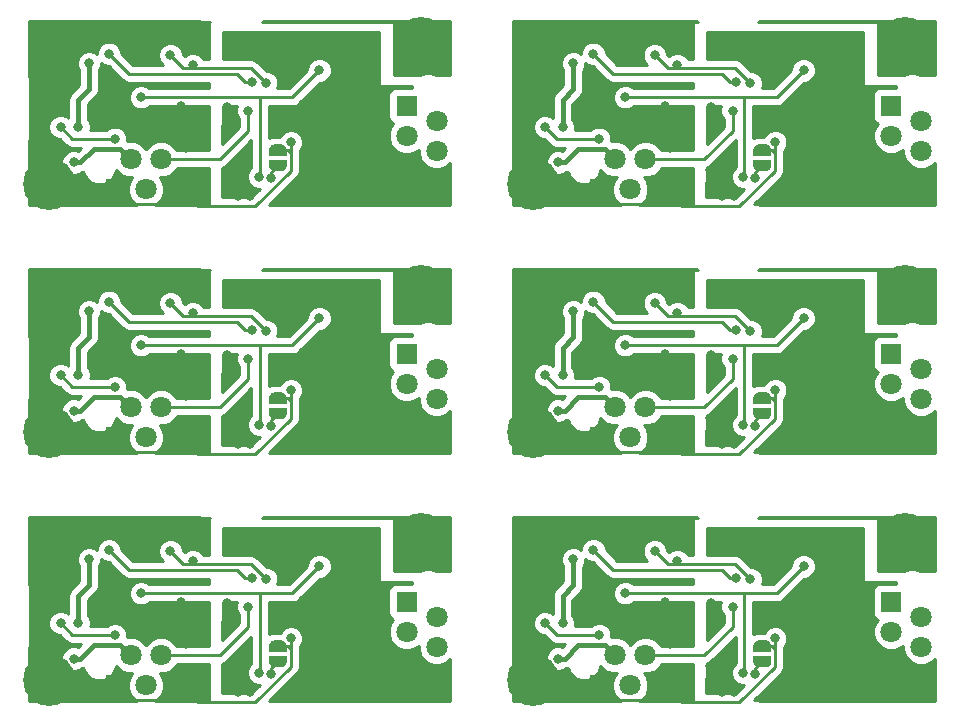
<source format=gbr>
G04 #@! TF.GenerationSoftware,KiCad,Pcbnew,5.0.2-bee76a0~70~ubuntu18.04.1*
G04 #@! TF.CreationDate,2020-02-26T15:26:05+01:00*
G04 #@! TF.ProjectId,output.rs485_usb_adapter_panel,6f757470-7574-42e7-9273-3438355f7573,rev?*
G04 #@! TF.SameCoordinates,Original*
G04 #@! TF.FileFunction,Copper,L2,Bot*
G04 #@! TF.FilePolarity,Positive*
%FSLAX46Y46*%
G04 Gerber Fmt 4.6, Leading zero omitted, Abs format (unit mm)*
G04 Created by KiCad (PCBNEW 5.0.2-bee76a0~70~ubuntu18.04.1) date Wed 26 Feb 2020 03:26:05 PM CET*
%MOMM*%
%LPD*%
G01*
G04 APERTURE LIST*
G04 #@! TA.AperFunction,SMDPad,CuDef*
%ADD10C,0.500000*%
G04 #@! TD*
G04 #@! TA.AperFunction,Conductor*
%ADD11C,0.100000*%
G04 #@! TD*
G04 #@! TA.AperFunction,ComponentPad*
%ADD12C,1.800000*%
G04 #@! TD*
G04 #@! TA.AperFunction,ComponentPad*
%ADD13R,1.800000X1.800000*%
G04 #@! TD*
G04 #@! TA.AperFunction,ComponentPad*
%ADD14C,4.400000*%
G04 #@! TD*
G04 #@! TA.AperFunction,ViaPad*
%ADD15C,0.800000*%
G04 #@! TD*
G04 #@! TA.AperFunction,Conductor*
%ADD16C,0.250000*%
G04 #@! TD*
G04 #@! TA.AperFunction,Conductor*
%ADD17C,0.400000*%
G04 #@! TD*
G04 #@! TA.AperFunction,Conductor*
%ADD18C,0.254000*%
G04 #@! TD*
G04 APERTURE END LIST*
D10*
G04 #@! TO.P,JP1,2*
G04 #@! TO.N,GND*
X166900000Y-99550000D03*
D11*
G04 #@! TD*
G04 #@! TO.N,GND*
G04 #@! TO.C,JP1*
G36*
X166150602Y-99550000D02*
X166150602Y-99525466D01*
X166155412Y-99476635D01*
X166164984Y-99428510D01*
X166179228Y-99381555D01*
X166198005Y-99336222D01*
X166221136Y-99292949D01*
X166248396Y-99252150D01*
X166279524Y-99214221D01*
X166314221Y-99179524D01*
X166352150Y-99148396D01*
X166392949Y-99121136D01*
X166436222Y-99098005D01*
X166481555Y-99079228D01*
X166528510Y-99064984D01*
X166576635Y-99055412D01*
X166625466Y-99050602D01*
X166650000Y-99050602D01*
X166650000Y-99050000D01*
X167150000Y-99050000D01*
X167150000Y-99050602D01*
X167174534Y-99050602D01*
X167223365Y-99055412D01*
X167271490Y-99064984D01*
X167318445Y-99079228D01*
X167363778Y-99098005D01*
X167407051Y-99121136D01*
X167447850Y-99148396D01*
X167485779Y-99179524D01*
X167520476Y-99214221D01*
X167551604Y-99252150D01*
X167578864Y-99292949D01*
X167601995Y-99336222D01*
X167620772Y-99381555D01*
X167635016Y-99428510D01*
X167644588Y-99476635D01*
X167649398Y-99525466D01*
X167649398Y-99550000D01*
X167650000Y-99550000D01*
X167650000Y-100050000D01*
X166150000Y-100050000D01*
X166150000Y-99550000D01*
X166150602Y-99550000D01*
X166150602Y-99550000D01*
G37*
D10*
G04 #@! TO.P,JP1,1*
G04 #@! TO.N,/term_te*
X166900000Y-100850000D03*
D11*
G04 #@! TD*
G04 #@! TO.N,/term_te*
G04 #@! TO.C,JP1*
G36*
X167650000Y-100350000D02*
X167650000Y-100850000D01*
X167649398Y-100850000D01*
X167649398Y-100874534D01*
X167644588Y-100923365D01*
X167635016Y-100971490D01*
X167620772Y-101018445D01*
X167601995Y-101063778D01*
X167578864Y-101107051D01*
X167551604Y-101147850D01*
X167520476Y-101185779D01*
X167485779Y-101220476D01*
X167447850Y-101251604D01*
X167407051Y-101278864D01*
X167363778Y-101301995D01*
X167318445Y-101320772D01*
X167271490Y-101335016D01*
X167223365Y-101344588D01*
X167174534Y-101349398D01*
X167150000Y-101349398D01*
X167150000Y-101350000D01*
X166650000Y-101350000D01*
X166650000Y-101349398D01*
X166625466Y-101349398D01*
X166576635Y-101344588D01*
X166528510Y-101335016D01*
X166481555Y-101320772D01*
X166436222Y-101301995D01*
X166392949Y-101278864D01*
X166352150Y-101251604D01*
X166314221Y-101220476D01*
X166279524Y-101185779D01*
X166248396Y-101147850D01*
X166221136Y-101107051D01*
X166198005Y-101063778D01*
X166179228Y-101018445D01*
X166164984Y-100971490D01*
X166155412Y-100923365D01*
X166150602Y-100874534D01*
X166150602Y-100850000D01*
X166150000Y-100850000D01*
X166150000Y-100350000D01*
X167650000Y-100350000D01*
X167650000Y-100350000D01*
G37*
D10*
G04 #@! TO.P,JP1,2*
G04 #@! TO.N,GND*
X125900000Y-99550000D03*
D11*
G04 #@! TD*
G04 #@! TO.N,GND*
G04 #@! TO.C,JP1*
G36*
X125150602Y-99550000D02*
X125150602Y-99525466D01*
X125155412Y-99476635D01*
X125164984Y-99428510D01*
X125179228Y-99381555D01*
X125198005Y-99336222D01*
X125221136Y-99292949D01*
X125248396Y-99252150D01*
X125279524Y-99214221D01*
X125314221Y-99179524D01*
X125352150Y-99148396D01*
X125392949Y-99121136D01*
X125436222Y-99098005D01*
X125481555Y-99079228D01*
X125528510Y-99064984D01*
X125576635Y-99055412D01*
X125625466Y-99050602D01*
X125650000Y-99050602D01*
X125650000Y-99050000D01*
X126150000Y-99050000D01*
X126150000Y-99050602D01*
X126174534Y-99050602D01*
X126223365Y-99055412D01*
X126271490Y-99064984D01*
X126318445Y-99079228D01*
X126363778Y-99098005D01*
X126407051Y-99121136D01*
X126447850Y-99148396D01*
X126485779Y-99179524D01*
X126520476Y-99214221D01*
X126551604Y-99252150D01*
X126578864Y-99292949D01*
X126601995Y-99336222D01*
X126620772Y-99381555D01*
X126635016Y-99428510D01*
X126644588Y-99476635D01*
X126649398Y-99525466D01*
X126649398Y-99550000D01*
X126650000Y-99550000D01*
X126650000Y-100050000D01*
X125150000Y-100050000D01*
X125150000Y-99550000D01*
X125150602Y-99550000D01*
X125150602Y-99550000D01*
G37*
D10*
G04 #@! TO.P,JP1,1*
G04 #@! TO.N,/term_te*
X125900000Y-100850000D03*
D11*
G04 #@! TD*
G04 #@! TO.N,/term_te*
G04 #@! TO.C,JP1*
G36*
X126650000Y-100350000D02*
X126650000Y-100850000D01*
X126649398Y-100850000D01*
X126649398Y-100874534D01*
X126644588Y-100923365D01*
X126635016Y-100971490D01*
X126620772Y-101018445D01*
X126601995Y-101063778D01*
X126578864Y-101107051D01*
X126551604Y-101147850D01*
X126520476Y-101185779D01*
X126485779Y-101220476D01*
X126447850Y-101251604D01*
X126407051Y-101278864D01*
X126363778Y-101301995D01*
X126318445Y-101320772D01*
X126271490Y-101335016D01*
X126223365Y-101344588D01*
X126174534Y-101349398D01*
X126150000Y-101349398D01*
X126150000Y-101350000D01*
X125650000Y-101350000D01*
X125650000Y-101349398D01*
X125625466Y-101349398D01*
X125576635Y-101344588D01*
X125528510Y-101335016D01*
X125481555Y-101320772D01*
X125436222Y-101301995D01*
X125392949Y-101278864D01*
X125352150Y-101251604D01*
X125314221Y-101220476D01*
X125279524Y-101185779D01*
X125248396Y-101147850D01*
X125221136Y-101107051D01*
X125198005Y-101063778D01*
X125179228Y-101018445D01*
X125164984Y-100971490D01*
X125155412Y-100923365D01*
X125150602Y-100874534D01*
X125150602Y-100850000D01*
X125150000Y-100850000D01*
X125150000Y-100350000D01*
X126650000Y-100350000D01*
X126650000Y-100350000D01*
G37*
D10*
G04 #@! TO.P,JP1,2*
G04 #@! TO.N,GND*
X166900000Y-78550000D03*
D11*
G04 #@! TD*
G04 #@! TO.N,GND*
G04 #@! TO.C,JP1*
G36*
X166150602Y-78550000D02*
X166150602Y-78525466D01*
X166155412Y-78476635D01*
X166164984Y-78428510D01*
X166179228Y-78381555D01*
X166198005Y-78336222D01*
X166221136Y-78292949D01*
X166248396Y-78252150D01*
X166279524Y-78214221D01*
X166314221Y-78179524D01*
X166352150Y-78148396D01*
X166392949Y-78121136D01*
X166436222Y-78098005D01*
X166481555Y-78079228D01*
X166528510Y-78064984D01*
X166576635Y-78055412D01*
X166625466Y-78050602D01*
X166650000Y-78050602D01*
X166650000Y-78050000D01*
X167150000Y-78050000D01*
X167150000Y-78050602D01*
X167174534Y-78050602D01*
X167223365Y-78055412D01*
X167271490Y-78064984D01*
X167318445Y-78079228D01*
X167363778Y-78098005D01*
X167407051Y-78121136D01*
X167447850Y-78148396D01*
X167485779Y-78179524D01*
X167520476Y-78214221D01*
X167551604Y-78252150D01*
X167578864Y-78292949D01*
X167601995Y-78336222D01*
X167620772Y-78381555D01*
X167635016Y-78428510D01*
X167644588Y-78476635D01*
X167649398Y-78525466D01*
X167649398Y-78550000D01*
X167650000Y-78550000D01*
X167650000Y-79050000D01*
X166150000Y-79050000D01*
X166150000Y-78550000D01*
X166150602Y-78550000D01*
X166150602Y-78550000D01*
G37*
D10*
G04 #@! TO.P,JP1,1*
G04 #@! TO.N,/term_te*
X166900000Y-79850000D03*
D11*
G04 #@! TD*
G04 #@! TO.N,/term_te*
G04 #@! TO.C,JP1*
G36*
X167650000Y-79350000D02*
X167650000Y-79850000D01*
X167649398Y-79850000D01*
X167649398Y-79874534D01*
X167644588Y-79923365D01*
X167635016Y-79971490D01*
X167620772Y-80018445D01*
X167601995Y-80063778D01*
X167578864Y-80107051D01*
X167551604Y-80147850D01*
X167520476Y-80185779D01*
X167485779Y-80220476D01*
X167447850Y-80251604D01*
X167407051Y-80278864D01*
X167363778Y-80301995D01*
X167318445Y-80320772D01*
X167271490Y-80335016D01*
X167223365Y-80344588D01*
X167174534Y-80349398D01*
X167150000Y-80349398D01*
X167150000Y-80350000D01*
X166650000Y-80350000D01*
X166650000Y-80349398D01*
X166625466Y-80349398D01*
X166576635Y-80344588D01*
X166528510Y-80335016D01*
X166481555Y-80320772D01*
X166436222Y-80301995D01*
X166392949Y-80278864D01*
X166352150Y-80251604D01*
X166314221Y-80220476D01*
X166279524Y-80185779D01*
X166248396Y-80147850D01*
X166221136Y-80107051D01*
X166198005Y-80063778D01*
X166179228Y-80018445D01*
X166164984Y-79971490D01*
X166155412Y-79923365D01*
X166150602Y-79874534D01*
X166150602Y-79850000D01*
X166150000Y-79850000D01*
X166150000Y-79350000D01*
X167650000Y-79350000D01*
X167650000Y-79350000D01*
G37*
D10*
G04 #@! TO.P,JP1,2*
G04 #@! TO.N,GND*
X125900000Y-78550000D03*
D11*
G04 #@! TD*
G04 #@! TO.N,GND*
G04 #@! TO.C,JP1*
G36*
X125150602Y-78550000D02*
X125150602Y-78525466D01*
X125155412Y-78476635D01*
X125164984Y-78428510D01*
X125179228Y-78381555D01*
X125198005Y-78336222D01*
X125221136Y-78292949D01*
X125248396Y-78252150D01*
X125279524Y-78214221D01*
X125314221Y-78179524D01*
X125352150Y-78148396D01*
X125392949Y-78121136D01*
X125436222Y-78098005D01*
X125481555Y-78079228D01*
X125528510Y-78064984D01*
X125576635Y-78055412D01*
X125625466Y-78050602D01*
X125650000Y-78050602D01*
X125650000Y-78050000D01*
X126150000Y-78050000D01*
X126150000Y-78050602D01*
X126174534Y-78050602D01*
X126223365Y-78055412D01*
X126271490Y-78064984D01*
X126318445Y-78079228D01*
X126363778Y-78098005D01*
X126407051Y-78121136D01*
X126447850Y-78148396D01*
X126485779Y-78179524D01*
X126520476Y-78214221D01*
X126551604Y-78252150D01*
X126578864Y-78292949D01*
X126601995Y-78336222D01*
X126620772Y-78381555D01*
X126635016Y-78428510D01*
X126644588Y-78476635D01*
X126649398Y-78525466D01*
X126649398Y-78550000D01*
X126650000Y-78550000D01*
X126650000Y-79050000D01*
X125150000Y-79050000D01*
X125150000Y-78550000D01*
X125150602Y-78550000D01*
X125150602Y-78550000D01*
G37*
D10*
G04 #@! TO.P,JP1,1*
G04 #@! TO.N,/term_te*
X125900000Y-79850000D03*
D11*
G04 #@! TD*
G04 #@! TO.N,/term_te*
G04 #@! TO.C,JP1*
G36*
X126650000Y-79350000D02*
X126650000Y-79850000D01*
X126649398Y-79850000D01*
X126649398Y-79874534D01*
X126644588Y-79923365D01*
X126635016Y-79971490D01*
X126620772Y-80018445D01*
X126601995Y-80063778D01*
X126578864Y-80107051D01*
X126551604Y-80147850D01*
X126520476Y-80185779D01*
X126485779Y-80220476D01*
X126447850Y-80251604D01*
X126407051Y-80278864D01*
X126363778Y-80301995D01*
X126318445Y-80320772D01*
X126271490Y-80335016D01*
X126223365Y-80344588D01*
X126174534Y-80349398D01*
X126150000Y-80349398D01*
X126150000Y-80350000D01*
X125650000Y-80350000D01*
X125650000Y-80349398D01*
X125625466Y-80349398D01*
X125576635Y-80344588D01*
X125528510Y-80335016D01*
X125481555Y-80320772D01*
X125436222Y-80301995D01*
X125392949Y-80278864D01*
X125352150Y-80251604D01*
X125314221Y-80220476D01*
X125279524Y-80185779D01*
X125248396Y-80147850D01*
X125221136Y-80107051D01*
X125198005Y-80063778D01*
X125179228Y-80018445D01*
X125164984Y-79971490D01*
X125155412Y-79923365D01*
X125150602Y-79874534D01*
X125150602Y-79850000D01*
X125150000Y-79850000D01*
X125150000Y-79350000D01*
X126650000Y-79350000D01*
X126650000Y-79350000D01*
G37*
D10*
G04 #@! TO.P,JP1,2*
G04 #@! TO.N,GND*
X166900000Y-57550000D03*
D11*
G04 #@! TD*
G04 #@! TO.N,GND*
G04 #@! TO.C,JP1*
G36*
X166150602Y-57550000D02*
X166150602Y-57525466D01*
X166155412Y-57476635D01*
X166164984Y-57428510D01*
X166179228Y-57381555D01*
X166198005Y-57336222D01*
X166221136Y-57292949D01*
X166248396Y-57252150D01*
X166279524Y-57214221D01*
X166314221Y-57179524D01*
X166352150Y-57148396D01*
X166392949Y-57121136D01*
X166436222Y-57098005D01*
X166481555Y-57079228D01*
X166528510Y-57064984D01*
X166576635Y-57055412D01*
X166625466Y-57050602D01*
X166650000Y-57050602D01*
X166650000Y-57050000D01*
X167150000Y-57050000D01*
X167150000Y-57050602D01*
X167174534Y-57050602D01*
X167223365Y-57055412D01*
X167271490Y-57064984D01*
X167318445Y-57079228D01*
X167363778Y-57098005D01*
X167407051Y-57121136D01*
X167447850Y-57148396D01*
X167485779Y-57179524D01*
X167520476Y-57214221D01*
X167551604Y-57252150D01*
X167578864Y-57292949D01*
X167601995Y-57336222D01*
X167620772Y-57381555D01*
X167635016Y-57428510D01*
X167644588Y-57476635D01*
X167649398Y-57525466D01*
X167649398Y-57550000D01*
X167650000Y-57550000D01*
X167650000Y-58050000D01*
X166150000Y-58050000D01*
X166150000Y-57550000D01*
X166150602Y-57550000D01*
X166150602Y-57550000D01*
G37*
D10*
G04 #@! TO.P,JP1,1*
G04 #@! TO.N,/term_te*
X166900000Y-58850000D03*
D11*
G04 #@! TD*
G04 #@! TO.N,/term_te*
G04 #@! TO.C,JP1*
G36*
X167650000Y-58350000D02*
X167650000Y-58850000D01*
X167649398Y-58850000D01*
X167649398Y-58874534D01*
X167644588Y-58923365D01*
X167635016Y-58971490D01*
X167620772Y-59018445D01*
X167601995Y-59063778D01*
X167578864Y-59107051D01*
X167551604Y-59147850D01*
X167520476Y-59185779D01*
X167485779Y-59220476D01*
X167447850Y-59251604D01*
X167407051Y-59278864D01*
X167363778Y-59301995D01*
X167318445Y-59320772D01*
X167271490Y-59335016D01*
X167223365Y-59344588D01*
X167174534Y-59349398D01*
X167150000Y-59349398D01*
X167150000Y-59350000D01*
X166650000Y-59350000D01*
X166650000Y-59349398D01*
X166625466Y-59349398D01*
X166576635Y-59344588D01*
X166528510Y-59335016D01*
X166481555Y-59320772D01*
X166436222Y-59301995D01*
X166392949Y-59278864D01*
X166352150Y-59251604D01*
X166314221Y-59220476D01*
X166279524Y-59185779D01*
X166248396Y-59147850D01*
X166221136Y-59107051D01*
X166198005Y-59063778D01*
X166179228Y-59018445D01*
X166164984Y-58971490D01*
X166155412Y-58923365D01*
X166150602Y-58874534D01*
X166150602Y-58850000D01*
X166150000Y-58850000D01*
X166150000Y-58350000D01*
X167650000Y-58350000D01*
X167650000Y-58350000D01*
G37*
D12*
G04 #@! TO.P,J3,4*
G04 #@! TO.N,/TX_iso*
X157005000Y-100330000D03*
G04 #@! TO.P,J3,3*
G04 #@! TO.N,/RX_iso*
X155735000Y-102870000D03*
G04 #@! TO.P,J3,2*
G04 #@! TO.N,+5V*
X154465000Y-100330000D03*
D13*
G04 #@! TO.P,J3,1*
G04 #@! TO.N,GND*
X153195000Y-102870000D03*
G04 #@! TD*
D12*
G04 #@! TO.P,J3,4*
G04 #@! TO.N,/TX_iso*
X116005000Y-100330000D03*
G04 #@! TO.P,J3,3*
G04 #@! TO.N,/RX_iso*
X114735000Y-102870000D03*
G04 #@! TO.P,J3,2*
G04 #@! TO.N,+5V*
X113465000Y-100330000D03*
D13*
G04 #@! TO.P,J3,1*
G04 #@! TO.N,GND*
X112195000Y-102870000D03*
G04 #@! TD*
D12*
G04 #@! TO.P,J3,4*
G04 #@! TO.N,/TX_iso*
X157005000Y-79330000D03*
G04 #@! TO.P,J3,3*
G04 #@! TO.N,/RX_iso*
X155735000Y-81870000D03*
G04 #@! TO.P,J3,2*
G04 #@! TO.N,+5V*
X154465000Y-79330000D03*
D13*
G04 #@! TO.P,J3,1*
G04 #@! TO.N,GND*
X153195000Y-81870000D03*
G04 #@! TD*
D12*
G04 #@! TO.P,J3,4*
G04 #@! TO.N,/TX_iso*
X116005000Y-79330000D03*
G04 #@! TO.P,J3,3*
G04 #@! TO.N,/RX_iso*
X114735000Y-81870000D03*
G04 #@! TO.P,J3,2*
G04 #@! TO.N,+5V*
X113465000Y-79330000D03*
D13*
G04 #@! TO.P,J3,1*
G04 #@! TO.N,GND*
X112195000Y-81870000D03*
G04 #@! TD*
D12*
G04 #@! TO.P,J3,4*
G04 #@! TO.N,/TX_iso*
X157005000Y-58330000D03*
G04 #@! TO.P,J3,3*
G04 #@! TO.N,/RX_iso*
X155735000Y-60870000D03*
G04 #@! TO.P,J3,2*
G04 #@! TO.N,+5V*
X154465000Y-58330000D03*
D13*
G04 #@! TO.P,J3,1*
G04 #@! TO.N,GND*
X153195000Y-60870000D03*
G04 #@! TD*
D12*
G04 #@! TO.P,J4,4*
G04 #@! TO.N,/h_Tx*
X180340000Y-99610000D03*
G04 #@! TO.P,J4,3*
G04 #@! TO.N,/l_Tx*
X177800000Y-98340000D03*
G04 #@! TO.P,J4,2*
G04 #@! TO.N,/h_Rx*
X180340000Y-97070000D03*
D13*
G04 #@! TO.P,J4,1*
G04 #@! TO.N,/l_Rx*
X177800000Y-95800000D03*
D12*
G04 #@! TO.P,J4,5*
G04 #@! TO.N,SHIELD*
X177800000Y-100880000D03*
G04 #@! TO.P,J4,6*
X180340000Y-102150000D03*
G04 #@! TD*
G04 #@! TO.P,J4,4*
G04 #@! TO.N,/h_Tx*
X139340000Y-99610000D03*
G04 #@! TO.P,J4,3*
G04 #@! TO.N,/l_Tx*
X136800000Y-98340000D03*
G04 #@! TO.P,J4,2*
G04 #@! TO.N,/h_Rx*
X139340000Y-97070000D03*
D13*
G04 #@! TO.P,J4,1*
G04 #@! TO.N,/l_Rx*
X136800000Y-95800000D03*
D12*
G04 #@! TO.P,J4,5*
G04 #@! TO.N,SHIELD*
X136800000Y-100880000D03*
G04 #@! TO.P,J4,6*
X139340000Y-102150000D03*
G04 #@! TD*
G04 #@! TO.P,J4,4*
G04 #@! TO.N,/h_Tx*
X180340000Y-78610000D03*
G04 #@! TO.P,J4,3*
G04 #@! TO.N,/l_Tx*
X177800000Y-77340000D03*
G04 #@! TO.P,J4,2*
G04 #@! TO.N,/h_Rx*
X180340000Y-76070000D03*
D13*
G04 #@! TO.P,J4,1*
G04 #@! TO.N,/l_Rx*
X177800000Y-74800000D03*
D12*
G04 #@! TO.P,J4,5*
G04 #@! TO.N,SHIELD*
X177800000Y-79880000D03*
G04 #@! TO.P,J4,6*
X180340000Y-81150000D03*
G04 #@! TD*
G04 #@! TO.P,J4,4*
G04 #@! TO.N,/h_Tx*
X139340000Y-78610000D03*
G04 #@! TO.P,J4,3*
G04 #@! TO.N,/l_Tx*
X136800000Y-77340000D03*
G04 #@! TO.P,J4,2*
G04 #@! TO.N,/h_Rx*
X139340000Y-76070000D03*
D13*
G04 #@! TO.P,J4,1*
G04 #@! TO.N,/l_Rx*
X136800000Y-74800000D03*
D12*
G04 #@! TO.P,J4,5*
G04 #@! TO.N,SHIELD*
X136800000Y-79880000D03*
G04 #@! TO.P,J4,6*
X139340000Y-81150000D03*
G04 #@! TD*
G04 #@! TO.P,J4,4*
G04 #@! TO.N,/h_Tx*
X180340000Y-57610000D03*
G04 #@! TO.P,J4,3*
G04 #@! TO.N,/l_Tx*
X177800000Y-56340000D03*
G04 #@! TO.P,J4,2*
G04 #@! TO.N,/h_Rx*
X180340000Y-55070000D03*
D13*
G04 #@! TO.P,J4,1*
G04 #@! TO.N,/l_Rx*
X177800000Y-53800000D03*
D12*
G04 #@! TO.P,J4,5*
G04 #@! TO.N,SHIELD*
X177800000Y-58880000D03*
G04 #@! TO.P,J4,6*
X180340000Y-60150000D03*
G04 #@! TD*
D14*
G04 #@! TO.P,H1,1*
G04 #@! TO.N,GND*
X147500000Y-102400000D03*
G04 #@! TD*
G04 #@! TO.P,H1,1*
G04 #@! TO.N,GND*
X106500000Y-102400000D03*
G04 #@! TD*
G04 #@! TO.P,H1,1*
G04 #@! TO.N,GND*
X147500000Y-81400000D03*
G04 #@! TD*
G04 #@! TO.P,H1,1*
G04 #@! TO.N,GND*
X106500000Y-81400000D03*
G04 #@! TD*
G04 #@! TO.P,H1,1*
G04 #@! TO.N,GND*
X147500000Y-60400000D03*
G04 #@! TD*
G04 #@! TO.P,H2,1*
G04 #@! TO.N,GND*
X179000000Y-90500000D03*
G04 #@! TD*
G04 #@! TO.P,H2,1*
G04 #@! TO.N,GND*
X138000000Y-90500000D03*
G04 #@! TD*
G04 #@! TO.P,H2,1*
G04 #@! TO.N,GND*
X179000000Y-69500000D03*
G04 #@! TD*
G04 #@! TO.P,H2,1*
G04 #@! TO.N,GND*
X138000000Y-69500000D03*
G04 #@! TD*
G04 #@! TO.P,H2,1*
G04 #@! TO.N,GND*
X179000000Y-48500000D03*
G04 #@! TD*
G04 #@! TO.P,H1,1*
G04 #@! TO.N,GND*
X106500000Y-60400000D03*
G04 #@! TD*
G04 #@! TO.P,H2,1*
G04 #@! TO.N,GND*
X138000000Y-48500000D03*
G04 #@! TD*
D12*
G04 #@! TO.P,J4,6*
G04 #@! TO.N,SHIELD*
X139340000Y-60150000D03*
G04 #@! TO.P,J4,5*
X136800000Y-58880000D03*
D13*
G04 #@! TO.P,J4,1*
G04 #@! TO.N,/l_Rx*
X136800000Y-53800000D03*
D12*
G04 #@! TO.P,J4,2*
G04 #@! TO.N,/h_Rx*
X139340000Y-55070000D03*
G04 #@! TO.P,J4,3*
G04 #@! TO.N,/l_Tx*
X136800000Y-56340000D03*
G04 #@! TO.P,J4,4*
G04 #@! TO.N,/h_Tx*
X139340000Y-57610000D03*
G04 #@! TD*
D10*
G04 #@! TO.P,JP1,1*
G04 #@! TO.N,/term_te*
X125900000Y-58850000D03*
D11*
G04 #@! TD*
G04 #@! TO.N,/term_te*
G04 #@! TO.C,JP1*
G36*
X126650000Y-58350000D02*
X126650000Y-58850000D01*
X126649398Y-58850000D01*
X126649398Y-58874534D01*
X126644588Y-58923365D01*
X126635016Y-58971490D01*
X126620772Y-59018445D01*
X126601995Y-59063778D01*
X126578864Y-59107051D01*
X126551604Y-59147850D01*
X126520476Y-59185779D01*
X126485779Y-59220476D01*
X126447850Y-59251604D01*
X126407051Y-59278864D01*
X126363778Y-59301995D01*
X126318445Y-59320772D01*
X126271490Y-59335016D01*
X126223365Y-59344588D01*
X126174534Y-59349398D01*
X126150000Y-59349398D01*
X126150000Y-59350000D01*
X125650000Y-59350000D01*
X125650000Y-59349398D01*
X125625466Y-59349398D01*
X125576635Y-59344588D01*
X125528510Y-59335016D01*
X125481555Y-59320772D01*
X125436222Y-59301995D01*
X125392949Y-59278864D01*
X125352150Y-59251604D01*
X125314221Y-59220476D01*
X125279524Y-59185779D01*
X125248396Y-59147850D01*
X125221136Y-59107051D01*
X125198005Y-59063778D01*
X125179228Y-59018445D01*
X125164984Y-58971490D01*
X125155412Y-58923365D01*
X125150602Y-58874534D01*
X125150602Y-58850000D01*
X125150000Y-58850000D01*
X125150000Y-58350000D01*
X126650000Y-58350000D01*
X126650000Y-58350000D01*
G37*
D10*
G04 #@! TO.P,JP1,2*
G04 #@! TO.N,GND*
X125900000Y-57550000D03*
D11*
G04 #@! TD*
G04 #@! TO.N,GND*
G04 #@! TO.C,JP1*
G36*
X125150602Y-57550000D02*
X125150602Y-57525466D01*
X125155412Y-57476635D01*
X125164984Y-57428510D01*
X125179228Y-57381555D01*
X125198005Y-57336222D01*
X125221136Y-57292949D01*
X125248396Y-57252150D01*
X125279524Y-57214221D01*
X125314221Y-57179524D01*
X125352150Y-57148396D01*
X125392949Y-57121136D01*
X125436222Y-57098005D01*
X125481555Y-57079228D01*
X125528510Y-57064984D01*
X125576635Y-57055412D01*
X125625466Y-57050602D01*
X125650000Y-57050602D01*
X125650000Y-57050000D01*
X126150000Y-57050000D01*
X126150000Y-57050602D01*
X126174534Y-57050602D01*
X126223365Y-57055412D01*
X126271490Y-57064984D01*
X126318445Y-57079228D01*
X126363778Y-57098005D01*
X126407051Y-57121136D01*
X126447850Y-57148396D01*
X126485779Y-57179524D01*
X126520476Y-57214221D01*
X126551604Y-57252150D01*
X126578864Y-57292949D01*
X126601995Y-57336222D01*
X126620772Y-57381555D01*
X126635016Y-57428510D01*
X126644588Y-57476635D01*
X126649398Y-57525466D01*
X126649398Y-57550000D01*
X126650000Y-57550000D01*
X126650000Y-58050000D01*
X125150000Y-58050000D01*
X125150000Y-57550000D01*
X125150602Y-57550000D01*
X125150602Y-57550000D01*
G37*
D13*
G04 #@! TO.P,J3,1*
G04 #@! TO.N,GND*
X112195000Y-60870000D03*
D12*
G04 #@! TO.P,J3,2*
G04 #@! TO.N,+5V*
X113465000Y-58330000D03*
G04 #@! TO.P,J3,3*
G04 #@! TO.N,/RX_iso*
X114735000Y-60870000D03*
G04 #@! TO.P,J3,4*
G04 #@! TO.N,/TX_iso*
X116005000Y-58330000D03*
G04 #@! TD*
D15*
G04 #@! TO.N,+3V3*
X114300000Y-53073002D03*
X129400000Y-50800000D03*
X124300000Y-59800000D03*
X112100000Y-56600000D03*
X107500000Y-55600000D03*
X155300000Y-53073002D03*
X114300000Y-74073002D03*
X155300000Y-74073002D03*
X114300000Y-95073002D03*
X155300000Y-95073002D03*
X170400000Y-50800000D03*
X129400000Y-71800000D03*
X170400000Y-71800000D03*
X129400000Y-92800000D03*
X170400000Y-92800000D03*
X165300000Y-59800000D03*
X124300000Y-80800000D03*
X165300000Y-80800000D03*
X124300000Y-101800000D03*
X165300000Y-101800000D03*
X153100000Y-56600000D03*
X112100000Y-77600000D03*
X153100000Y-77600000D03*
X112100000Y-98600000D03*
X153100000Y-98600000D03*
X148500000Y-55600000D03*
X107500000Y-76600000D03*
X148500000Y-76600000D03*
X107500000Y-97600000D03*
X148500000Y-97600000D03*
G04 #@! TO.N,SHIELD*
X121600000Y-55700000D03*
X121600000Y-54800000D03*
X121600000Y-53900000D03*
X121500000Y-59200000D03*
X121500000Y-60300000D03*
X121500000Y-61300000D03*
X122500000Y-61400000D03*
X123500000Y-61400000D03*
X126800000Y-61400000D03*
X127800000Y-61400000D03*
X128800000Y-61400000D03*
X131900000Y-61400000D03*
X133100000Y-61400000D03*
X134100000Y-61100000D03*
X134100000Y-60100000D03*
X134100000Y-59100000D03*
X134100000Y-56200000D03*
X134100000Y-55100000D03*
X134100000Y-54100000D03*
X134100000Y-53100000D03*
X134100000Y-49900000D03*
X134100000Y-48800000D03*
X133400000Y-47900000D03*
X132400000Y-47900000D03*
X129400000Y-47900000D03*
X128400000Y-47900000D03*
X121600000Y-49000000D03*
X121800000Y-47870000D03*
X122875000Y-47870000D03*
X123900000Y-47900000D03*
X126300000Y-47870000D03*
X127300000Y-47870000D03*
X130400000Y-47900000D03*
X131400000Y-47900000D03*
X130900000Y-61400000D03*
X129800000Y-61400000D03*
X162600000Y-55700000D03*
X121600000Y-76700000D03*
X162600000Y-76700000D03*
X121600000Y-97700000D03*
X162600000Y-97700000D03*
X163500000Y-61400000D03*
X122500000Y-82400000D03*
X163500000Y-82400000D03*
X122500000Y-103400000D03*
X163500000Y-103400000D03*
X164500000Y-61400000D03*
X123500000Y-82400000D03*
X164500000Y-82400000D03*
X123500000Y-103400000D03*
X164500000Y-103400000D03*
X167800000Y-61400000D03*
X126800000Y-82400000D03*
X167800000Y-82400000D03*
X126800000Y-103400000D03*
X167800000Y-103400000D03*
X168800000Y-61400000D03*
X127800000Y-82400000D03*
X168800000Y-82400000D03*
X127800000Y-103400000D03*
X168800000Y-103400000D03*
X169800000Y-61400000D03*
X128800000Y-82400000D03*
X169800000Y-82400000D03*
X128800000Y-103400000D03*
X169800000Y-103400000D03*
X172900000Y-61400000D03*
X131900000Y-82400000D03*
X172900000Y-82400000D03*
X131900000Y-103400000D03*
X172900000Y-103400000D03*
X174100000Y-61400000D03*
X133100000Y-82400000D03*
X174100000Y-82400000D03*
X133100000Y-103400000D03*
X174100000Y-103400000D03*
X175100000Y-61100000D03*
X134100000Y-82100000D03*
X175100000Y-82100000D03*
X134100000Y-103100000D03*
X175100000Y-103100000D03*
X175100000Y-60100000D03*
X134100000Y-81100000D03*
X175100000Y-81100000D03*
X134100000Y-102100000D03*
X175100000Y-102100000D03*
X175100000Y-59100000D03*
X134100000Y-80100000D03*
X175100000Y-80100000D03*
X134100000Y-101100000D03*
X175100000Y-101100000D03*
X175100000Y-56200000D03*
X134100000Y-77200000D03*
X175100000Y-77200000D03*
X134100000Y-98200000D03*
X175100000Y-98200000D03*
X175100000Y-55100000D03*
X134100000Y-76100000D03*
X175100000Y-76100000D03*
X134100000Y-97100000D03*
X175100000Y-97100000D03*
X175100000Y-54100000D03*
X134100000Y-75100000D03*
X175100000Y-75100000D03*
X134100000Y-96100000D03*
X175100000Y-96100000D03*
X175100000Y-53100000D03*
X134100000Y-74100000D03*
X175100000Y-74100000D03*
X134100000Y-95100000D03*
X175100000Y-95100000D03*
X175100000Y-49900000D03*
X134100000Y-70900000D03*
X175100000Y-70900000D03*
X134100000Y-91900000D03*
X175100000Y-91900000D03*
X175100000Y-48800000D03*
X134100000Y-69800000D03*
X175100000Y-69800000D03*
X134100000Y-90800000D03*
X175100000Y-90800000D03*
X174400000Y-47900000D03*
X133400000Y-68900000D03*
X174400000Y-68900000D03*
X133400000Y-89900000D03*
X174400000Y-89900000D03*
X173400000Y-47900000D03*
X132400000Y-68900000D03*
X173400000Y-68900000D03*
X132400000Y-89900000D03*
X173400000Y-89900000D03*
X170400000Y-47900000D03*
X129400000Y-68900000D03*
X170400000Y-68900000D03*
X129400000Y-89900000D03*
X170400000Y-89900000D03*
X169400000Y-47900000D03*
X128400000Y-68900000D03*
X169400000Y-68900000D03*
X128400000Y-89900000D03*
X169400000Y-89900000D03*
X162600000Y-49000000D03*
X121600000Y-70000000D03*
X162600000Y-70000000D03*
X121600000Y-91000000D03*
X162600000Y-91000000D03*
X162800000Y-47870000D03*
X121800000Y-68870000D03*
X162800000Y-68870000D03*
X121800000Y-89870000D03*
X162800000Y-89870000D03*
X163875000Y-47870000D03*
X122875000Y-68870000D03*
X163875000Y-68870000D03*
X122875000Y-89870000D03*
X163875000Y-89870000D03*
X164900000Y-47900000D03*
X123900000Y-68900000D03*
X164900000Y-68900000D03*
X123900000Y-89900000D03*
X164900000Y-89900000D03*
X167300000Y-47870000D03*
X126300000Y-68870000D03*
X167300000Y-68870000D03*
X126300000Y-89870000D03*
X167300000Y-89870000D03*
X168300000Y-47870000D03*
X127300000Y-68870000D03*
X168300000Y-68870000D03*
X127300000Y-89870000D03*
X168300000Y-89870000D03*
X171400000Y-47900000D03*
X130400000Y-68900000D03*
X171400000Y-68900000D03*
X130400000Y-89900000D03*
X171400000Y-89900000D03*
X172400000Y-47900000D03*
X131400000Y-68900000D03*
X172400000Y-68900000D03*
X131400000Y-89900000D03*
X172400000Y-89900000D03*
X171900000Y-61400000D03*
X130900000Y-82400000D03*
X171900000Y-82400000D03*
X130900000Y-103400000D03*
X171900000Y-103400000D03*
X170800000Y-61400000D03*
X129800000Y-82400000D03*
X170800000Y-82400000D03*
X129800000Y-103400000D03*
X170800000Y-103400000D03*
X162600000Y-53900000D03*
X121600000Y-74900000D03*
X162600000Y-74900000D03*
X121600000Y-95900000D03*
X162600000Y-95900000D03*
X162500000Y-59200000D03*
X121500000Y-80200000D03*
X162500000Y-80200000D03*
X121500000Y-101200000D03*
X162500000Y-101200000D03*
X162600000Y-54800000D03*
X121600000Y-75800000D03*
X162600000Y-75800000D03*
X121600000Y-96800000D03*
X162600000Y-96800000D03*
X162500000Y-61300000D03*
X121500000Y-82300000D03*
X162500000Y-82300000D03*
X121500000Y-103300000D03*
X162500000Y-103300000D03*
X162500000Y-60300000D03*
X121500000Y-81300000D03*
X162500000Y-81300000D03*
X121500000Y-102300000D03*
X162500000Y-102300000D03*
G04 #@! TO.N,/TX_iso*
X123400000Y-54200000D03*
X164400000Y-54200000D03*
X123400000Y-75200000D03*
X164400000Y-75200000D03*
X123400000Y-96200000D03*
X164400000Y-96200000D03*
G04 #@! TO.N,/RX_iso*
X124900000Y-51900000D03*
X116800000Y-49500000D03*
X118700000Y-50375000D03*
X165900000Y-51900000D03*
X124900000Y-72900000D03*
X165900000Y-72900000D03*
X124900000Y-93900000D03*
X165900000Y-93900000D03*
X157800000Y-49500000D03*
X116800000Y-70500000D03*
X157800000Y-70500000D03*
X116800000Y-91500000D03*
X157800000Y-91500000D03*
X159700000Y-50375000D03*
X118700000Y-71375000D03*
X159700000Y-71375000D03*
X118700000Y-92375000D03*
X159700000Y-92375000D03*
G04 #@! TO.N,/DE*
X123712653Y-51787347D03*
X111600000Y-49400000D03*
X164712653Y-51787347D03*
X123712653Y-72787347D03*
X164712653Y-72787347D03*
X123712653Y-93787347D03*
X164712653Y-93787347D03*
X152600000Y-49400000D03*
X111600000Y-70400000D03*
X152600000Y-70400000D03*
X111600000Y-91400000D03*
X152600000Y-91400000D03*
G04 #@! TO.N,/term_te*
X125300000Y-59900000D03*
X166300000Y-59900000D03*
X125300000Y-80900000D03*
X166300000Y-80900000D03*
X125300000Y-101900000D03*
X166300000Y-101900000D03*
G04 #@! TO.N,Net-(C3-Pad1)*
X109900000Y-50200000D03*
X109000000Y-55600000D03*
X150900000Y-50200000D03*
X109900000Y-71200000D03*
X150900000Y-71200000D03*
X109900000Y-92200000D03*
X150900000Y-92200000D03*
X150000000Y-55600000D03*
X109000000Y-76600000D03*
X150000000Y-76600000D03*
X109000000Y-97600000D03*
X150000000Y-97600000D03*
G04 #@! TO.N,+5V*
X108600000Y-58600000D03*
X149600000Y-58600000D03*
X108600000Y-79600000D03*
X149600000Y-79600000D03*
X108600000Y-100600000D03*
X149600000Y-100600000D03*
G04 #@! TO.N,GND*
X115500000Y-49500000D03*
X117700000Y-53798002D03*
X118200000Y-61400000D03*
X118100000Y-57400000D03*
X127000000Y-56900000D03*
X156500000Y-49500000D03*
X115500000Y-70500000D03*
X156500000Y-70500000D03*
X115500000Y-91500000D03*
X156500000Y-91500000D03*
X158700000Y-53798002D03*
X117700000Y-74798002D03*
X158700000Y-74798002D03*
X117700000Y-95798002D03*
X158700000Y-95798002D03*
X159200000Y-61400000D03*
X118200000Y-82400000D03*
X159200000Y-82400000D03*
X118200000Y-103400000D03*
X159200000Y-103400000D03*
X159100000Y-57400000D03*
X118100000Y-78400000D03*
X159100000Y-78400000D03*
X118100000Y-99400000D03*
X159100000Y-99400000D03*
X168000000Y-56900000D03*
X127000000Y-77900000D03*
X168000000Y-77900000D03*
X127000000Y-98900000D03*
X168000000Y-98900000D03*
G04 #@! TD*
D16*
G04 #@! TO.N,+3V3*
X127126998Y-53073002D02*
X129400000Y-50800000D01*
X124400000Y-59700000D02*
X124300000Y-59800000D01*
X124400000Y-53073002D02*
X124400000Y-59700000D01*
X124400000Y-53073002D02*
X127126998Y-53073002D01*
X114300000Y-53073002D02*
X124400000Y-53073002D01*
X112100000Y-56600000D02*
X108500000Y-56600000D01*
X108500000Y-56600000D02*
X107500000Y-55600000D01*
X168126998Y-53073002D02*
X170400000Y-50800000D01*
X127126998Y-74073002D02*
X129400000Y-71800000D01*
X168126998Y-74073002D02*
X170400000Y-71800000D01*
X127126998Y-95073002D02*
X129400000Y-92800000D01*
X168126998Y-95073002D02*
X170400000Y-92800000D01*
X165400000Y-59700000D02*
X165300000Y-59800000D01*
X124400000Y-80700000D02*
X124300000Y-80800000D01*
X165400000Y-80700000D02*
X165300000Y-80800000D01*
X124400000Y-101700000D02*
X124300000Y-101800000D01*
X165400000Y-101700000D02*
X165300000Y-101800000D01*
X165400000Y-53073002D02*
X165400000Y-59700000D01*
X124400000Y-74073002D02*
X124400000Y-80700000D01*
X165400000Y-74073002D02*
X165400000Y-80700000D01*
X124400000Y-95073002D02*
X124400000Y-101700000D01*
X165400000Y-95073002D02*
X165400000Y-101700000D01*
X165400000Y-53073002D02*
X168126998Y-53073002D01*
X124400000Y-74073002D02*
X127126998Y-74073002D01*
X165400000Y-74073002D02*
X168126998Y-74073002D01*
X124400000Y-95073002D02*
X127126998Y-95073002D01*
X165400000Y-95073002D02*
X168126998Y-95073002D01*
X155300000Y-53073002D02*
X165400000Y-53073002D01*
X114300000Y-74073002D02*
X124400000Y-74073002D01*
X155300000Y-74073002D02*
X165400000Y-74073002D01*
X114300000Y-95073002D02*
X124400000Y-95073002D01*
X155300000Y-95073002D02*
X165400000Y-95073002D01*
X153100000Y-56600000D02*
X149500000Y-56600000D01*
X112100000Y-77600000D02*
X108500000Y-77600000D01*
X153100000Y-77600000D02*
X149500000Y-77600000D01*
X112100000Y-98600000D02*
X108500000Y-98600000D01*
X153100000Y-98600000D02*
X149500000Y-98600000D01*
X149500000Y-56600000D02*
X148500000Y-55600000D01*
X108500000Y-77600000D02*
X107500000Y-76600000D01*
X149500000Y-77600000D02*
X148500000Y-76600000D01*
X108500000Y-98600000D02*
X107500000Y-97600000D01*
X149500000Y-98600000D02*
X148500000Y-97600000D01*
G04 #@! TO.N,/TX_iso*
X123400000Y-54200000D02*
X123400000Y-55900000D01*
X123400000Y-55900000D02*
X120970000Y-58330000D01*
X120970000Y-58330000D02*
X119100000Y-58330000D01*
X119100000Y-58330000D02*
X116005000Y-58330000D01*
X164400000Y-54200000D02*
X164400000Y-55900000D01*
X123400000Y-75200000D02*
X123400000Y-76900000D01*
X164400000Y-75200000D02*
X164400000Y-76900000D01*
X123400000Y-96200000D02*
X123400000Y-97900000D01*
X164400000Y-96200000D02*
X164400000Y-97900000D01*
X164400000Y-55900000D02*
X161970000Y-58330000D01*
X123400000Y-76900000D02*
X120970000Y-79330000D01*
X164400000Y-76900000D02*
X161970000Y-79330000D01*
X123400000Y-97900000D02*
X120970000Y-100330000D01*
X164400000Y-97900000D02*
X161970000Y-100330000D01*
X161970000Y-58330000D02*
X160100000Y-58330000D01*
X120970000Y-79330000D02*
X119100000Y-79330000D01*
X161970000Y-79330000D02*
X160100000Y-79330000D01*
X120970000Y-100330000D02*
X119100000Y-100330000D01*
X161970000Y-100330000D02*
X160100000Y-100330000D01*
X160100000Y-58330000D02*
X157005000Y-58330000D01*
X119100000Y-79330000D02*
X116005000Y-79330000D01*
X160100000Y-79330000D02*
X157005000Y-79330000D01*
X119100000Y-100330000D02*
X116005000Y-100330000D01*
X160100000Y-100330000D02*
X157005000Y-100330000D01*
G04 #@! TO.N,/RX_iso*
X124900000Y-51900000D02*
X123600000Y-50600000D01*
X117900000Y-50600000D02*
X116800000Y-49500000D01*
X118700000Y-50600000D02*
X117900000Y-50600000D01*
X118700000Y-50600000D02*
X118700000Y-50375000D01*
X123600000Y-50600000D02*
X118700000Y-50600000D01*
X165900000Y-51900000D02*
X164600000Y-50600000D01*
X124900000Y-72900000D02*
X123600000Y-71600000D01*
X165900000Y-72900000D02*
X164600000Y-71600000D01*
X124900000Y-93900000D02*
X123600000Y-92600000D01*
X165900000Y-93900000D02*
X164600000Y-92600000D01*
X158900000Y-50600000D02*
X157800000Y-49500000D01*
X117900000Y-71600000D02*
X116800000Y-70500000D01*
X158900000Y-71600000D02*
X157800000Y-70500000D01*
X117900000Y-92600000D02*
X116800000Y-91500000D01*
X158900000Y-92600000D02*
X157800000Y-91500000D01*
X159700000Y-50600000D02*
X158900000Y-50600000D01*
X118700000Y-71600000D02*
X117900000Y-71600000D01*
X159700000Y-71600000D02*
X158900000Y-71600000D01*
X118700000Y-92600000D02*
X117900000Y-92600000D01*
X159700000Y-92600000D02*
X158900000Y-92600000D01*
X159700000Y-50600000D02*
X159700000Y-50375000D01*
X118700000Y-71600000D02*
X118700000Y-71375000D01*
X159700000Y-71600000D02*
X159700000Y-71375000D01*
X118700000Y-92600000D02*
X118700000Y-92375000D01*
X159700000Y-92600000D02*
X159700000Y-92375000D01*
X164600000Y-50600000D02*
X159700000Y-50600000D01*
X123600000Y-71600000D02*
X118700000Y-71600000D01*
X164600000Y-71600000D02*
X159700000Y-71600000D01*
X123600000Y-92600000D02*
X118700000Y-92600000D01*
X164600000Y-92600000D02*
X159700000Y-92600000D01*
G04 #@! TO.N,/DE*
X123146968Y-51787347D02*
X122459621Y-51100000D01*
X123712653Y-51787347D02*
X123146968Y-51787347D01*
X122459621Y-51100000D02*
X113300000Y-51100000D01*
X113300000Y-51100000D02*
X111600000Y-49400000D01*
X164146968Y-51787347D02*
X163459621Y-51100000D01*
X123146968Y-72787347D02*
X122459621Y-72100000D01*
X164146968Y-72787347D02*
X163459621Y-72100000D01*
X123146968Y-93787347D02*
X122459621Y-93100000D01*
X164146968Y-93787347D02*
X163459621Y-93100000D01*
X164712653Y-51787347D02*
X164146968Y-51787347D01*
X123712653Y-72787347D02*
X123146968Y-72787347D01*
X164712653Y-72787347D02*
X164146968Y-72787347D01*
X123712653Y-93787347D02*
X123146968Y-93787347D01*
X164712653Y-93787347D02*
X164146968Y-93787347D01*
X163459621Y-51100000D02*
X154300000Y-51100000D01*
X122459621Y-72100000D02*
X113300000Y-72100000D01*
X163459621Y-72100000D02*
X154300000Y-72100000D01*
X122459621Y-93100000D02*
X113300000Y-93100000D01*
X163459621Y-93100000D02*
X154300000Y-93100000D01*
X154300000Y-51100000D02*
X152600000Y-49400000D01*
X113300000Y-72100000D02*
X111600000Y-70400000D01*
X154300000Y-72100000D02*
X152600000Y-70400000D01*
X113300000Y-93100000D02*
X111600000Y-91400000D01*
X154300000Y-93100000D02*
X152600000Y-91400000D01*
G04 #@! TO.N,/term_te*
X125300000Y-59450000D02*
X125900000Y-58850000D01*
X125300000Y-59900000D02*
X125300000Y-59450000D01*
X166300000Y-59450000D02*
X166900000Y-58850000D01*
X125300000Y-80450000D02*
X125900000Y-79850000D01*
X166300000Y-80450000D02*
X166900000Y-79850000D01*
X125300000Y-101450000D02*
X125900000Y-100850000D01*
X166300000Y-101450000D02*
X166900000Y-100850000D01*
X166300000Y-59900000D02*
X166300000Y-59450000D01*
X125300000Y-80900000D02*
X125300000Y-80450000D01*
X166300000Y-80900000D02*
X166300000Y-80450000D01*
X125300000Y-101900000D02*
X125300000Y-101450000D01*
X166300000Y-101900000D02*
X166300000Y-101450000D01*
D17*
G04 #@! TO.N,Net-(C3-Pad1)*
X109000000Y-53300000D02*
X109900000Y-52400000D01*
X109000000Y-55600000D02*
X109000000Y-53300000D01*
X109900000Y-50200000D02*
X109900000Y-52400000D01*
X150000000Y-53300000D02*
X150900000Y-52400000D01*
X109000000Y-74300000D02*
X109900000Y-73400000D01*
X150000000Y-74300000D02*
X150900000Y-73400000D01*
X109000000Y-95300000D02*
X109900000Y-94400000D01*
X150000000Y-95300000D02*
X150900000Y-94400000D01*
X150000000Y-55600000D02*
X150000000Y-53300000D01*
X109000000Y-76600000D02*
X109000000Y-74300000D01*
X150000000Y-76600000D02*
X150000000Y-74300000D01*
X109000000Y-97600000D02*
X109000000Y-95300000D01*
X150000000Y-97600000D02*
X150000000Y-95300000D01*
X150900000Y-50200000D02*
X150900000Y-52400000D01*
X109900000Y-71200000D02*
X109900000Y-73400000D01*
X150900000Y-71200000D02*
X150900000Y-73400000D01*
X109900000Y-92200000D02*
X109900000Y-94400000D01*
X150900000Y-92200000D02*
X150900000Y-94400000D01*
G04 #@! TO.N,+5V*
X112565001Y-57430001D02*
X113465000Y-58330000D01*
X110335684Y-57430001D02*
X112565001Y-57430001D01*
X109165685Y-58600000D02*
X110335684Y-57430001D01*
X108600000Y-58600000D02*
X109165685Y-58600000D01*
X153565001Y-57430001D02*
X154465000Y-58330000D01*
X112565001Y-78430001D02*
X113465000Y-79330000D01*
X153565001Y-78430001D02*
X154465000Y-79330000D01*
X112565001Y-99430001D02*
X113465000Y-100330000D01*
X153565001Y-99430001D02*
X154465000Y-100330000D01*
X151335684Y-57430001D02*
X153565001Y-57430001D01*
X110335684Y-78430001D02*
X112565001Y-78430001D01*
X151335684Y-78430001D02*
X153565001Y-78430001D01*
X110335684Y-99430001D02*
X112565001Y-99430001D01*
X151335684Y-99430001D02*
X153565001Y-99430001D01*
X150165685Y-58600000D02*
X151335684Y-57430001D01*
X109165685Y-79600000D02*
X110335684Y-78430001D01*
X150165685Y-79600000D02*
X151335684Y-78430001D01*
X109165685Y-100600000D02*
X110335684Y-99430001D01*
X150165685Y-100600000D02*
X151335684Y-99430001D01*
X149600000Y-58600000D02*
X150165685Y-58600000D01*
X108600000Y-79600000D02*
X109165685Y-79600000D01*
X149600000Y-79600000D02*
X150165685Y-79600000D01*
X108600000Y-100600000D02*
X109165685Y-100600000D01*
X149600000Y-100600000D02*
X150165685Y-100600000D01*
D16*
G04 #@! TO.N,GND*
X118099999Y-54198001D02*
X117700000Y-53798002D01*
X118100000Y-57400000D02*
X118099999Y-54198001D01*
X126975010Y-59297992D02*
X123973002Y-62300000D01*
X126975010Y-57777418D02*
X126975010Y-59297992D01*
X125900000Y-57550000D02*
X126747592Y-57550000D01*
X126747592Y-57550000D02*
X126975010Y-57777418D01*
X119100000Y-62300000D02*
X118200000Y-61400000D01*
X123973002Y-62300000D02*
X119100000Y-62300000D01*
X127000000Y-57752428D02*
X126975010Y-57777418D01*
X127000000Y-56900000D02*
X127000000Y-57752428D01*
X117504999Y-62095001D02*
X117800001Y-61799999D01*
X111306270Y-62095001D02*
X117504999Y-62095001D01*
X109611269Y-60400000D02*
X111306270Y-62095001D01*
X117800001Y-61799999D02*
X118200000Y-61400000D01*
X106500000Y-60400000D02*
X109611269Y-60400000D01*
X159099999Y-54198001D02*
X158700000Y-53798002D01*
X118099999Y-75198001D02*
X117700000Y-74798002D01*
X159099999Y-75198001D02*
X158700000Y-74798002D01*
X118099999Y-96198001D02*
X117700000Y-95798002D01*
X159099999Y-96198001D02*
X158700000Y-95798002D01*
X159100000Y-57400000D02*
X159099999Y-54198001D01*
X118100000Y-78400000D02*
X118099999Y-75198001D01*
X159100000Y-78400000D02*
X159099999Y-75198001D01*
X118100000Y-99400000D02*
X118099999Y-96198001D01*
X159100000Y-99400000D02*
X159099999Y-96198001D01*
X167975010Y-59297992D02*
X164973002Y-62300000D01*
X126975010Y-80297992D02*
X123973002Y-83300000D01*
X167975010Y-80297992D02*
X164973002Y-83300000D01*
X126975010Y-101297992D02*
X123973002Y-104300000D01*
X167975010Y-101297992D02*
X164973002Y-104300000D01*
X167975010Y-57777418D02*
X167975010Y-59297992D01*
X126975010Y-78777418D02*
X126975010Y-80297992D01*
X167975010Y-78777418D02*
X167975010Y-80297992D01*
X126975010Y-99777418D02*
X126975010Y-101297992D01*
X167975010Y-99777418D02*
X167975010Y-101297992D01*
X166900000Y-57550000D02*
X167747592Y-57550000D01*
X125900000Y-78550000D02*
X126747592Y-78550000D01*
X166900000Y-78550000D02*
X167747592Y-78550000D01*
X125900000Y-99550000D02*
X126747592Y-99550000D01*
X166900000Y-99550000D02*
X167747592Y-99550000D01*
X167747592Y-57550000D02*
X167975010Y-57777418D01*
X126747592Y-78550000D02*
X126975010Y-78777418D01*
X167747592Y-78550000D02*
X167975010Y-78777418D01*
X126747592Y-99550000D02*
X126975010Y-99777418D01*
X167747592Y-99550000D02*
X167975010Y-99777418D01*
X160100000Y-62300000D02*
X159200000Y-61400000D01*
X119100000Y-83300000D02*
X118200000Y-82400000D01*
X160100000Y-83300000D02*
X159200000Y-82400000D01*
X119100000Y-104300000D02*
X118200000Y-103400000D01*
X160100000Y-104300000D02*
X159200000Y-103400000D01*
X164973002Y-62300000D02*
X160100000Y-62300000D01*
X123973002Y-83300000D02*
X119100000Y-83300000D01*
X164973002Y-83300000D02*
X160100000Y-83300000D01*
X123973002Y-104300000D02*
X119100000Y-104300000D01*
X164973002Y-104300000D02*
X160100000Y-104300000D01*
X168000000Y-57752428D02*
X167975010Y-57777418D01*
X127000000Y-78752428D02*
X126975010Y-78777418D01*
X168000000Y-78752428D02*
X167975010Y-78777418D01*
X127000000Y-99752428D02*
X126975010Y-99777418D01*
X168000000Y-99752428D02*
X167975010Y-99777418D01*
X168000000Y-56900000D02*
X168000000Y-57752428D01*
X127000000Y-77900000D02*
X127000000Y-78752428D01*
X168000000Y-77900000D02*
X168000000Y-78752428D01*
X127000000Y-98900000D02*
X127000000Y-99752428D01*
X168000000Y-98900000D02*
X168000000Y-99752428D01*
X158504999Y-62095001D02*
X158800001Y-61799999D01*
X117504999Y-83095001D02*
X117800001Y-82799999D01*
X158504999Y-83095001D02*
X158800001Y-82799999D01*
X117504999Y-104095001D02*
X117800001Y-103799999D01*
X158504999Y-104095001D02*
X158800001Y-103799999D01*
X152306270Y-62095001D02*
X158504999Y-62095001D01*
X111306270Y-83095001D02*
X117504999Y-83095001D01*
X152306270Y-83095001D02*
X158504999Y-83095001D01*
X111306270Y-104095001D02*
X117504999Y-104095001D01*
X152306270Y-104095001D02*
X158504999Y-104095001D01*
X150611269Y-60400000D02*
X152306270Y-62095001D01*
X109611269Y-81400000D02*
X111306270Y-83095001D01*
X150611269Y-81400000D02*
X152306270Y-83095001D01*
X109611269Y-102400000D02*
X111306270Y-104095001D01*
X150611269Y-102400000D02*
X152306270Y-104095001D01*
X158800001Y-61799999D02*
X159200000Y-61400000D01*
X117800001Y-82799999D02*
X118200000Y-82400000D01*
X158800001Y-82799999D02*
X159200000Y-82400000D01*
X117800001Y-103799999D02*
X118200000Y-103400000D01*
X158800001Y-103799999D02*
X159200000Y-103400000D01*
X147500000Y-60400000D02*
X150611269Y-60400000D01*
X106500000Y-81400000D02*
X109611269Y-81400000D01*
X147500000Y-81400000D02*
X150611269Y-81400000D01*
X106500000Y-102400000D02*
X109611269Y-102400000D01*
X147500000Y-102400000D02*
X150611269Y-102400000D01*
G04 #@! TD*
D18*
G04 #@! TO.N,GND*
G36*
X120073000Y-62115000D02*
X119885518Y-62115000D01*
X119845831Y-62131439D01*
X119806143Y-62115000D01*
X119493851Y-62115000D01*
X119252429Y-62215000D01*
X115499030Y-62215000D01*
X115604507Y-62171310D01*
X116036310Y-61739507D01*
X116270000Y-61175330D01*
X116270000Y-60564670D01*
X116036310Y-60000493D01*
X115900817Y-59865000D01*
X116310330Y-59865000D01*
X116874507Y-59631310D01*
X117306310Y-59199507D01*
X117351669Y-59090000D01*
X120073000Y-59090000D01*
X120073000Y-62115000D01*
X120073000Y-62115000D01*
G37*
X120073000Y-62115000D02*
X119885518Y-62115000D01*
X119845831Y-62131439D01*
X119806143Y-62115000D01*
X119493851Y-62115000D01*
X119252429Y-62215000D01*
X115499030Y-62215000D01*
X115604507Y-62171310D01*
X116036310Y-61739507D01*
X116270000Y-61175330D01*
X116270000Y-60564670D01*
X116036310Y-60000493D01*
X115900817Y-59865000D01*
X116310330Y-59865000D01*
X116874507Y-59631310D01*
X117306310Y-59199507D01*
X117351669Y-59090000D01*
X120073000Y-59090000D01*
X120073000Y-62115000D01*
G36*
X119493835Y-46685000D02*
X119806127Y-46685000D01*
X119845815Y-46668561D01*
X119885502Y-46685000D01*
X120147907Y-46685000D01*
X120110197Y-46710197D01*
X120082667Y-46751399D01*
X120073000Y-46800000D01*
X120073000Y-49840000D01*
X119598672Y-49840000D01*
X119577431Y-49788720D01*
X119286280Y-49497569D01*
X118905874Y-49340000D01*
X118494126Y-49340000D01*
X118113720Y-49497569D01*
X117993045Y-49618244D01*
X117835000Y-49460199D01*
X117835000Y-49294126D01*
X117677431Y-48913720D01*
X117386280Y-48622569D01*
X117005874Y-48465000D01*
X116594126Y-48465000D01*
X116213720Y-48622569D01*
X115922569Y-48913720D01*
X115765000Y-49294126D01*
X115765000Y-49705874D01*
X115922569Y-50086280D01*
X116176289Y-50340000D01*
X113614802Y-50340000D01*
X112635000Y-49360199D01*
X112635000Y-49194126D01*
X112477431Y-48813720D01*
X112186280Y-48522569D01*
X111805874Y-48365000D01*
X111394126Y-48365000D01*
X111013720Y-48522569D01*
X110722569Y-48813720D01*
X110565000Y-49194126D01*
X110565000Y-49401289D01*
X110486280Y-49322569D01*
X110105874Y-49165000D01*
X109694126Y-49165000D01*
X109313720Y-49322569D01*
X109022569Y-49613720D01*
X108865000Y-49994126D01*
X108865000Y-50405874D01*
X109022569Y-50786280D01*
X109065000Y-50828711D01*
X109065001Y-52054131D01*
X108467718Y-52651415D01*
X108398000Y-52697999D01*
X108351416Y-52767717D01*
X108213448Y-52974200D01*
X108148643Y-53300000D01*
X108165001Y-53382238D01*
X108165000Y-54801289D01*
X108086280Y-54722569D01*
X107705874Y-54565000D01*
X107294126Y-54565000D01*
X106913720Y-54722569D01*
X106622569Y-55013720D01*
X106465000Y-55394126D01*
X106465000Y-55805874D01*
X106622569Y-56186280D01*
X106913720Y-56477431D01*
X107294126Y-56635000D01*
X107460199Y-56635000D01*
X107909671Y-57084473D01*
X107952071Y-57147929D01*
X108203463Y-57315904D01*
X108425148Y-57360000D01*
X108425152Y-57360000D01*
X108500000Y-57374888D01*
X108574848Y-57360000D01*
X109224817Y-57360000D01*
X108957155Y-57627662D01*
X108805874Y-57565000D01*
X108394126Y-57565000D01*
X108013720Y-57722569D01*
X107722569Y-58013720D01*
X107565000Y-58394126D01*
X107565000Y-58805874D01*
X107722569Y-59186280D01*
X108013720Y-59477431D01*
X108394126Y-59635000D01*
X108805874Y-59635000D01*
X109186280Y-59477431D01*
X109223942Y-59439769D01*
X109247918Y-59435000D01*
X109247922Y-59435000D01*
X109431865Y-59398411D01*
X109620811Y-59854568D01*
X110010432Y-60244189D01*
X110519496Y-60455050D01*
X111070504Y-60455050D01*
X111579568Y-60244189D01*
X111969189Y-59854568D01*
X112180050Y-59345504D01*
X112180050Y-59215867D01*
X112595493Y-59631310D01*
X113159670Y-59865000D01*
X113569183Y-59865000D01*
X113433690Y-60000493D01*
X113200000Y-60564670D01*
X113200000Y-61175330D01*
X113433690Y-61739507D01*
X113865493Y-62171310D01*
X113970970Y-62215000D01*
X104785000Y-62215000D01*
X104785000Y-56747579D01*
X104885000Y-56506157D01*
X104885000Y-56193865D01*
X104868561Y-56154177D01*
X104885000Y-56114489D01*
X104885000Y-55802197D01*
X104868561Y-55762509D01*
X104885000Y-55722821D01*
X104885000Y-55410529D01*
X104868561Y-55370841D01*
X104885000Y-55331153D01*
X104885000Y-55018861D01*
X104868561Y-54979173D01*
X104885000Y-54939485D01*
X104885000Y-54627193D01*
X104868561Y-54587505D01*
X104885000Y-54547817D01*
X104885000Y-54235525D01*
X104868561Y-54195837D01*
X104885000Y-54156149D01*
X104885000Y-53843857D01*
X104868561Y-53804169D01*
X104885000Y-53764481D01*
X104885000Y-53452189D01*
X104868561Y-53412501D01*
X104885000Y-53372813D01*
X104885000Y-53060521D01*
X104868561Y-53020833D01*
X104885000Y-52981145D01*
X104885000Y-52668853D01*
X104868561Y-52629165D01*
X104885000Y-52589477D01*
X104885000Y-52277185D01*
X104868561Y-52237497D01*
X104885000Y-52197809D01*
X104885000Y-51885517D01*
X104868561Y-51845829D01*
X104885000Y-51806141D01*
X104885000Y-51493849D01*
X104785000Y-51252427D01*
X104785000Y-46585000D01*
X119252413Y-46585000D01*
X119493835Y-46685000D01*
X119493835Y-46685000D01*
G37*
X119493835Y-46685000D02*
X119806127Y-46685000D01*
X119845815Y-46668561D01*
X119885502Y-46685000D01*
X120147907Y-46685000D01*
X120110197Y-46710197D01*
X120082667Y-46751399D01*
X120073000Y-46800000D01*
X120073000Y-49840000D01*
X119598672Y-49840000D01*
X119577431Y-49788720D01*
X119286280Y-49497569D01*
X118905874Y-49340000D01*
X118494126Y-49340000D01*
X118113720Y-49497569D01*
X117993045Y-49618244D01*
X117835000Y-49460199D01*
X117835000Y-49294126D01*
X117677431Y-48913720D01*
X117386280Y-48622569D01*
X117005874Y-48465000D01*
X116594126Y-48465000D01*
X116213720Y-48622569D01*
X115922569Y-48913720D01*
X115765000Y-49294126D01*
X115765000Y-49705874D01*
X115922569Y-50086280D01*
X116176289Y-50340000D01*
X113614802Y-50340000D01*
X112635000Y-49360199D01*
X112635000Y-49194126D01*
X112477431Y-48813720D01*
X112186280Y-48522569D01*
X111805874Y-48365000D01*
X111394126Y-48365000D01*
X111013720Y-48522569D01*
X110722569Y-48813720D01*
X110565000Y-49194126D01*
X110565000Y-49401289D01*
X110486280Y-49322569D01*
X110105874Y-49165000D01*
X109694126Y-49165000D01*
X109313720Y-49322569D01*
X109022569Y-49613720D01*
X108865000Y-49994126D01*
X108865000Y-50405874D01*
X109022569Y-50786280D01*
X109065000Y-50828711D01*
X109065001Y-52054131D01*
X108467718Y-52651415D01*
X108398000Y-52697999D01*
X108351416Y-52767717D01*
X108213448Y-52974200D01*
X108148643Y-53300000D01*
X108165001Y-53382238D01*
X108165000Y-54801289D01*
X108086280Y-54722569D01*
X107705874Y-54565000D01*
X107294126Y-54565000D01*
X106913720Y-54722569D01*
X106622569Y-55013720D01*
X106465000Y-55394126D01*
X106465000Y-55805874D01*
X106622569Y-56186280D01*
X106913720Y-56477431D01*
X107294126Y-56635000D01*
X107460199Y-56635000D01*
X107909671Y-57084473D01*
X107952071Y-57147929D01*
X108203463Y-57315904D01*
X108425148Y-57360000D01*
X108425152Y-57360000D01*
X108500000Y-57374888D01*
X108574848Y-57360000D01*
X109224817Y-57360000D01*
X108957155Y-57627662D01*
X108805874Y-57565000D01*
X108394126Y-57565000D01*
X108013720Y-57722569D01*
X107722569Y-58013720D01*
X107565000Y-58394126D01*
X107565000Y-58805874D01*
X107722569Y-59186280D01*
X108013720Y-59477431D01*
X108394126Y-59635000D01*
X108805874Y-59635000D01*
X109186280Y-59477431D01*
X109223942Y-59439769D01*
X109247918Y-59435000D01*
X109247922Y-59435000D01*
X109431865Y-59398411D01*
X109620811Y-59854568D01*
X110010432Y-60244189D01*
X110519496Y-60455050D01*
X111070504Y-60455050D01*
X111579568Y-60244189D01*
X111969189Y-59854568D01*
X112180050Y-59345504D01*
X112180050Y-59215867D01*
X112595493Y-59631310D01*
X113159670Y-59865000D01*
X113569183Y-59865000D01*
X113433690Y-60000493D01*
X113200000Y-60564670D01*
X113200000Y-61175330D01*
X113433690Y-61739507D01*
X113865493Y-62171310D01*
X113970970Y-62215000D01*
X104785000Y-62215000D01*
X104785000Y-56747579D01*
X104885000Y-56506157D01*
X104885000Y-56193865D01*
X104868561Y-56154177D01*
X104885000Y-56114489D01*
X104885000Y-55802197D01*
X104868561Y-55762509D01*
X104885000Y-55722821D01*
X104885000Y-55410529D01*
X104868561Y-55370841D01*
X104885000Y-55331153D01*
X104885000Y-55018861D01*
X104868561Y-54979173D01*
X104885000Y-54939485D01*
X104885000Y-54627193D01*
X104868561Y-54587505D01*
X104885000Y-54547817D01*
X104885000Y-54235525D01*
X104868561Y-54195837D01*
X104885000Y-54156149D01*
X104885000Y-53843857D01*
X104868561Y-53804169D01*
X104885000Y-53764481D01*
X104885000Y-53452189D01*
X104868561Y-53412501D01*
X104885000Y-53372813D01*
X104885000Y-53060521D01*
X104868561Y-53020833D01*
X104885000Y-52981145D01*
X104885000Y-52668853D01*
X104868561Y-52629165D01*
X104885000Y-52589477D01*
X104885000Y-52277185D01*
X104868561Y-52237497D01*
X104885000Y-52197809D01*
X104885000Y-51885517D01*
X104868561Y-51845829D01*
X104885000Y-51806141D01*
X104885000Y-51493849D01*
X104785000Y-51252427D01*
X104785000Y-46585000D01*
X119252413Y-46585000D01*
X119493835Y-46685000D01*
G36*
X111013720Y-50277431D02*
X111394126Y-50435000D01*
X111560199Y-50435000D01*
X112709670Y-51584472D01*
X112752071Y-51647929D01*
X113003463Y-51815904D01*
X113225148Y-51860000D01*
X113225152Y-51860000D01*
X113299999Y-51874888D01*
X113374846Y-51860000D01*
X120073000Y-51860000D01*
X120073000Y-52313002D01*
X115003711Y-52313002D01*
X114886280Y-52195571D01*
X114505874Y-52038002D01*
X114094126Y-52038002D01*
X113713720Y-52195571D01*
X113422569Y-52486722D01*
X113265000Y-52867128D01*
X113265000Y-53278876D01*
X113422569Y-53659282D01*
X113713720Y-53950433D01*
X114094126Y-54108002D01*
X114505874Y-54108002D01*
X114886280Y-53950433D01*
X115003711Y-53833002D01*
X120073000Y-53833002D01*
X120073000Y-57570000D01*
X117351669Y-57570000D01*
X117306310Y-57460493D01*
X116874507Y-57028690D01*
X116310330Y-56795000D01*
X115699670Y-56795000D01*
X115135493Y-57028690D01*
X114735000Y-57429183D01*
X114334507Y-57028690D01*
X113770330Y-56795000D01*
X113159670Y-56795000D01*
X113135000Y-56805219D01*
X113135000Y-56394126D01*
X112977431Y-56013720D01*
X112686280Y-55722569D01*
X112305874Y-55565000D01*
X111894126Y-55565000D01*
X111513720Y-55722569D01*
X111396289Y-55840000D01*
X110020865Y-55840000D01*
X110035000Y-55805874D01*
X110035000Y-55394126D01*
X109877431Y-55013720D01*
X109835000Y-54971289D01*
X109835000Y-53645867D01*
X110432282Y-53048586D01*
X110502001Y-53002001D01*
X110686552Y-52725801D01*
X110735000Y-52482237D01*
X110735000Y-52482234D01*
X110751357Y-52400001D01*
X110735000Y-52317768D01*
X110735000Y-50828711D01*
X110777431Y-50786280D01*
X110935000Y-50405874D01*
X110935000Y-50198711D01*
X111013720Y-50277431D01*
X111013720Y-50277431D01*
G37*
X111013720Y-50277431D02*
X111394126Y-50435000D01*
X111560199Y-50435000D01*
X112709670Y-51584472D01*
X112752071Y-51647929D01*
X113003463Y-51815904D01*
X113225148Y-51860000D01*
X113225152Y-51860000D01*
X113299999Y-51874888D01*
X113374846Y-51860000D01*
X120073000Y-51860000D01*
X120073000Y-52313002D01*
X115003711Y-52313002D01*
X114886280Y-52195571D01*
X114505874Y-52038002D01*
X114094126Y-52038002D01*
X113713720Y-52195571D01*
X113422569Y-52486722D01*
X113265000Y-52867128D01*
X113265000Y-53278876D01*
X113422569Y-53659282D01*
X113713720Y-53950433D01*
X114094126Y-54108002D01*
X114505874Y-54108002D01*
X114886280Y-53950433D01*
X115003711Y-53833002D01*
X120073000Y-53833002D01*
X120073000Y-57570000D01*
X117351669Y-57570000D01*
X117306310Y-57460493D01*
X116874507Y-57028690D01*
X116310330Y-56795000D01*
X115699670Y-56795000D01*
X115135493Y-57028690D01*
X114735000Y-57429183D01*
X114334507Y-57028690D01*
X113770330Y-56795000D01*
X113159670Y-56795000D01*
X113135000Y-56805219D01*
X113135000Y-56394126D01*
X112977431Y-56013720D01*
X112686280Y-55722569D01*
X112305874Y-55565000D01*
X111894126Y-55565000D01*
X111513720Y-55722569D01*
X111396289Y-55840000D01*
X110020865Y-55840000D01*
X110035000Y-55805874D01*
X110035000Y-55394126D01*
X109877431Y-55013720D01*
X109835000Y-54971289D01*
X109835000Y-53645867D01*
X110432282Y-53048586D01*
X110502001Y-53002001D01*
X110686552Y-52725801D01*
X110735000Y-52482237D01*
X110735000Y-52482234D01*
X110751357Y-52400001D01*
X110735000Y-52317768D01*
X110735000Y-50828711D01*
X110777431Y-50786280D01*
X110935000Y-50405874D01*
X110935000Y-50198711D01*
X111013720Y-50277431D01*
G36*
X140490000Y-51173000D02*
X139257071Y-51173000D01*
X138875504Y-51014950D01*
X138324496Y-51014950D01*
X137942929Y-51173000D01*
X135727000Y-51173000D01*
X135727000Y-46800000D01*
X135717333Y-46751399D01*
X135689803Y-46710197D01*
X135648601Y-46682667D01*
X135600000Y-46673000D01*
X124535102Y-46673000D01*
X124747553Y-46585000D01*
X140490000Y-46585000D01*
X140490000Y-51173000D01*
X140490000Y-51173000D01*
G37*
X140490000Y-51173000D02*
X139257071Y-51173000D01*
X138875504Y-51014950D01*
X138324496Y-51014950D01*
X137942929Y-51173000D01*
X135727000Y-51173000D01*
X135727000Y-46800000D01*
X135717333Y-46751399D01*
X135689803Y-46710197D01*
X135648601Y-46682667D01*
X135600000Y-46673000D01*
X124535102Y-46673000D01*
X124747553Y-46585000D01*
X140490000Y-46585000D01*
X140490000Y-51173000D01*
G04 #@! TO.N,SHIELD*
G36*
X134473000Y-52000000D02*
X134482667Y-52048601D01*
X134510197Y-52089803D01*
X134551399Y-52117333D01*
X134600000Y-52127000D01*
X137214950Y-52127000D01*
X137214950Y-52252560D01*
X135900000Y-52252560D01*
X135652235Y-52301843D01*
X135442191Y-52442191D01*
X135301843Y-52652235D01*
X135252560Y-52900000D01*
X135252560Y-54700000D01*
X135301843Y-54947765D01*
X135442191Y-55157809D01*
X135652235Y-55298157D01*
X135667908Y-55301275D01*
X135498690Y-55470493D01*
X135265000Y-56034670D01*
X135265000Y-56645330D01*
X135498690Y-57209507D01*
X135930493Y-57641310D01*
X136494670Y-57875000D01*
X137105330Y-57875000D01*
X137669507Y-57641310D01*
X137805000Y-57505817D01*
X137805000Y-57915330D01*
X138038690Y-58479507D01*
X138470493Y-58911310D01*
X139034670Y-59145000D01*
X139645330Y-59145000D01*
X140209507Y-58911310D01*
X140490001Y-58630816D01*
X140490001Y-62215000D01*
X125132803Y-62215000D01*
X127459486Y-59888319D01*
X127522939Y-59845921D01*
X127565337Y-59782468D01*
X127565339Y-59782466D01*
X127690913Y-59594530D01*
X127690914Y-59594529D01*
X127735010Y-59372844D01*
X127735010Y-59372840D01*
X127749898Y-59297993D01*
X127735010Y-59223146D01*
X127735010Y-57952913D01*
X127760000Y-57827280D01*
X127760000Y-57827276D01*
X127774888Y-57752429D01*
X127760000Y-57677582D01*
X127760000Y-57603711D01*
X127877431Y-57486280D01*
X128035000Y-57105874D01*
X128035000Y-56694126D01*
X127877431Y-56313720D01*
X127586280Y-56022569D01*
X127205874Y-55865000D01*
X126794126Y-55865000D01*
X126413720Y-56022569D01*
X126122569Y-56313720D01*
X126085770Y-56402560D01*
X125650000Y-56402560D01*
X125637894Y-56404968D01*
X125600991Y-56404968D01*
X125474682Y-56417408D01*
X125378549Y-56436530D01*
X125257096Y-56473372D01*
X125166540Y-56510881D01*
X125160000Y-56514377D01*
X125160000Y-53833002D01*
X127052151Y-53833002D01*
X127126998Y-53847890D01*
X127201845Y-53833002D01*
X127201850Y-53833002D01*
X127423535Y-53788906D01*
X127674927Y-53620931D01*
X127717329Y-53557472D01*
X129439802Y-51835000D01*
X129605874Y-51835000D01*
X129986280Y-51677431D01*
X130277431Y-51386280D01*
X130435000Y-51005874D01*
X130435000Y-50594126D01*
X130277431Y-50213720D01*
X129986280Y-49922569D01*
X129605874Y-49765000D01*
X129194126Y-49765000D01*
X128813720Y-49922569D01*
X128522569Y-50213720D01*
X128365000Y-50594126D01*
X128365000Y-50760198D01*
X126812197Y-52313002D01*
X125849205Y-52313002D01*
X125935000Y-52105874D01*
X125935000Y-51694126D01*
X125777431Y-51313720D01*
X125486280Y-51022569D01*
X125105874Y-50865000D01*
X124939802Y-50865000D01*
X124190331Y-50115530D01*
X124147929Y-50052071D01*
X123896537Y-49884096D01*
X123674852Y-49840000D01*
X123674847Y-49840000D01*
X123600000Y-49825112D01*
X123525153Y-49840000D01*
X121219053Y-49840000D01*
X121226587Y-47527000D01*
X134473000Y-47527000D01*
X134473000Y-52000000D01*
X134473000Y-52000000D01*
G37*
X134473000Y-52000000D02*
X134482667Y-52048601D01*
X134510197Y-52089803D01*
X134551399Y-52117333D01*
X134600000Y-52127000D01*
X137214950Y-52127000D01*
X137214950Y-52252560D01*
X135900000Y-52252560D01*
X135652235Y-52301843D01*
X135442191Y-52442191D01*
X135301843Y-52652235D01*
X135252560Y-52900000D01*
X135252560Y-54700000D01*
X135301843Y-54947765D01*
X135442191Y-55157809D01*
X135652235Y-55298157D01*
X135667908Y-55301275D01*
X135498690Y-55470493D01*
X135265000Y-56034670D01*
X135265000Y-56645330D01*
X135498690Y-57209507D01*
X135930493Y-57641310D01*
X136494670Y-57875000D01*
X137105330Y-57875000D01*
X137669507Y-57641310D01*
X137805000Y-57505817D01*
X137805000Y-57915330D01*
X138038690Y-58479507D01*
X138470493Y-58911310D01*
X139034670Y-59145000D01*
X139645330Y-59145000D01*
X140209507Y-58911310D01*
X140490001Y-58630816D01*
X140490001Y-62215000D01*
X125132803Y-62215000D01*
X127459486Y-59888319D01*
X127522939Y-59845921D01*
X127565337Y-59782468D01*
X127565339Y-59782466D01*
X127690913Y-59594530D01*
X127690914Y-59594529D01*
X127735010Y-59372844D01*
X127735010Y-59372840D01*
X127749898Y-59297993D01*
X127735010Y-59223146D01*
X127735010Y-57952913D01*
X127760000Y-57827280D01*
X127760000Y-57827276D01*
X127774888Y-57752429D01*
X127760000Y-57677582D01*
X127760000Y-57603711D01*
X127877431Y-57486280D01*
X128035000Y-57105874D01*
X128035000Y-56694126D01*
X127877431Y-56313720D01*
X127586280Y-56022569D01*
X127205874Y-55865000D01*
X126794126Y-55865000D01*
X126413720Y-56022569D01*
X126122569Y-56313720D01*
X126085770Y-56402560D01*
X125650000Y-56402560D01*
X125637894Y-56404968D01*
X125600991Y-56404968D01*
X125474682Y-56417408D01*
X125378549Y-56436530D01*
X125257096Y-56473372D01*
X125166540Y-56510881D01*
X125160000Y-56514377D01*
X125160000Y-53833002D01*
X127052151Y-53833002D01*
X127126998Y-53847890D01*
X127201845Y-53833002D01*
X127201850Y-53833002D01*
X127423535Y-53788906D01*
X127674927Y-53620931D01*
X127717329Y-53557472D01*
X129439802Y-51835000D01*
X129605874Y-51835000D01*
X129986280Y-51677431D01*
X130277431Y-51386280D01*
X130435000Y-51005874D01*
X130435000Y-50594126D01*
X130277431Y-50213720D01*
X129986280Y-49922569D01*
X129605874Y-49765000D01*
X129194126Y-49765000D01*
X128813720Y-49922569D01*
X128522569Y-50213720D01*
X128365000Y-50594126D01*
X128365000Y-50760198D01*
X126812197Y-52313002D01*
X125849205Y-52313002D01*
X125935000Y-52105874D01*
X125935000Y-51694126D01*
X125777431Y-51313720D01*
X125486280Y-51022569D01*
X125105874Y-50865000D01*
X124939802Y-50865000D01*
X124190331Y-50115530D01*
X124147929Y-50052071D01*
X123896537Y-49884096D01*
X123674852Y-49840000D01*
X123674847Y-49840000D01*
X123600000Y-49825112D01*
X123525153Y-49840000D01*
X121219053Y-49840000D01*
X121226587Y-47527000D01*
X134473000Y-47527000D01*
X134473000Y-52000000D01*
G36*
X123640001Y-58996288D02*
X123422569Y-59213720D01*
X123265000Y-59594126D01*
X123265000Y-60005874D01*
X123422569Y-60386280D01*
X123713720Y-60677431D01*
X124094126Y-60835000D01*
X124363200Y-60835000D01*
X123658201Y-61540000D01*
X121180942Y-61540000D01*
X121189016Y-59061324D01*
X121266537Y-59045904D01*
X121517929Y-58877929D01*
X121560331Y-58814470D01*
X123640001Y-56734801D01*
X123640001Y-58996288D01*
X123640001Y-58996288D01*
G37*
X123640001Y-58996288D02*
X123422569Y-59213720D01*
X123265000Y-59594126D01*
X123265000Y-60005874D01*
X123422569Y-60386280D01*
X123713720Y-60677431D01*
X124094126Y-60835000D01*
X124363200Y-60835000D01*
X123658201Y-61540000D01*
X121180942Y-61540000D01*
X121189016Y-59061324D01*
X121266537Y-59045904D01*
X121517929Y-58877929D01*
X121560331Y-58814470D01*
X123640001Y-56734801D01*
X123640001Y-58996288D01*
G36*
X122365000Y-53994126D02*
X122365000Y-54405874D01*
X122522569Y-54786280D01*
X122640000Y-54903711D01*
X122640001Y-55585197D01*
X121195634Y-57029565D01*
X121206046Y-53833002D01*
X122431740Y-53833002D01*
X122365000Y-53994126D01*
X122365000Y-53994126D01*
G37*
X122365000Y-53994126D02*
X122365000Y-54405874D01*
X122522569Y-54786280D01*
X122640000Y-54903711D01*
X122640001Y-55585197D01*
X121195634Y-57029565D01*
X121206046Y-53833002D01*
X122431740Y-53833002D01*
X122365000Y-53994126D01*
G36*
X175473000Y-52000000D02*
X175482667Y-52048601D01*
X175510197Y-52089803D01*
X175551399Y-52117333D01*
X175600000Y-52127000D01*
X178214950Y-52127000D01*
X178214950Y-52252560D01*
X176900000Y-52252560D01*
X176652235Y-52301843D01*
X176442191Y-52442191D01*
X176301843Y-52652235D01*
X176252560Y-52900000D01*
X176252560Y-54700000D01*
X176301843Y-54947765D01*
X176442191Y-55157809D01*
X176652235Y-55298157D01*
X176667908Y-55301275D01*
X176498690Y-55470493D01*
X176265000Y-56034670D01*
X176265000Y-56645330D01*
X176498690Y-57209507D01*
X176930493Y-57641310D01*
X177494670Y-57875000D01*
X178105330Y-57875000D01*
X178669507Y-57641310D01*
X178805000Y-57505817D01*
X178805000Y-57915330D01*
X179038690Y-58479507D01*
X179470493Y-58911310D01*
X180034670Y-59145000D01*
X180645330Y-59145000D01*
X181209507Y-58911310D01*
X181515000Y-58605817D01*
X181515001Y-62215000D01*
X166747562Y-62215000D01*
X166506140Y-62115000D01*
X166232803Y-62115000D01*
X168459486Y-59888319D01*
X168522939Y-59845921D01*
X168565337Y-59782468D01*
X168565339Y-59782466D01*
X168690913Y-59594530D01*
X168690914Y-59594529D01*
X168735010Y-59372844D01*
X168735010Y-59372840D01*
X168749898Y-59297993D01*
X168735010Y-59223146D01*
X168735010Y-57952913D01*
X168760000Y-57827280D01*
X168760000Y-57827276D01*
X168774888Y-57752429D01*
X168760000Y-57677582D01*
X168760000Y-57603711D01*
X168877431Y-57486280D01*
X169035000Y-57105874D01*
X169035000Y-56694126D01*
X168877431Y-56313720D01*
X168586280Y-56022569D01*
X168205874Y-55865000D01*
X167794126Y-55865000D01*
X167413720Y-56022569D01*
X167122569Y-56313720D01*
X167085770Y-56402560D01*
X166650000Y-56402560D01*
X166637894Y-56404968D01*
X166600991Y-56404968D01*
X166474682Y-56417408D01*
X166378549Y-56436530D01*
X166257096Y-56473372D01*
X166166540Y-56510881D01*
X166160000Y-56514377D01*
X166160000Y-53833002D01*
X168052151Y-53833002D01*
X168126998Y-53847890D01*
X168201845Y-53833002D01*
X168201850Y-53833002D01*
X168423535Y-53788906D01*
X168674927Y-53620931D01*
X168717329Y-53557472D01*
X170439802Y-51835000D01*
X170605874Y-51835000D01*
X170986280Y-51677431D01*
X171277431Y-51386280D01*
X171435000Y-51005874D01*
X171435000Y-50594126D01*
X171277431Y-50213720D01*
X170986280Y-49922569D01*
X170605874Y-49765000D01*
X170194126Y-49765000D01*
X169813720Y-49922569D01*
X169522569Y-50213720D01*
X169365000Y-50594126D01*
X169365000Y-50760198D01*
X167812197Y-52313002D01*
X166849205Y-52313002D01*
X166935000Y-52105874D01*
X166935000Y-51694126D01*
X166777431Y-51313720D01*
X166486280Y-51022569D01*
X166105874Y-50865000D01*
X165939802Y-50865000D01*
X165190331Y-50115530D01*
X165147929Y-50052071D01*
X164896537Y-49884096D01*
X164674852Y-49840000D01*
X164674847Y-49840000D01*
X164600000Y-49825112D01*
X164525153Y-49840000D01*
X162219053Y-49840000D01*
X162226587Y-47527000D01*
X175473000Y-47527000D01*
X175473000Y-52000000D01*
X175473000Y-52000000D01*
G37*
X175473000Y-52000000D02*
X175482667Y-52048601D01*
X175510197Y-52089803D01*
X175551399Y-52117333D01*
X175600000Y-52127000D01*
X178214950Y-52127000D01*
X178214950Y-52252560D01*
X176900000Y-52252560D01*
X176652235Y-52301843D01*
X176442191Y-52442191D01*
X176301843Y-52652235D01*
X176252560Y-52900000D01*
X176252560Y-54700000D01*
X176301843Y-54947765D01*
X176442191Y-55157809D01*
X176652235Y-55298157D01*
X176667908Y-55301275D01*
X176498690Y-55470493D01*
X176265000Y-56034670D01*
X176265000Y-56645330D01*
X176498690Y-57209507D01*
X176930493Y-57641310D01*
X177494670Y-57875000D01*
X178105330Y-57875000D01*
X178669507Y-57641310D01*
X178805000Y-57505817D01*
X178805000Y-57915330D01*
X179038690Y-58479507D01*
X179470493Y-58911310D01*
X180034670Y-59145000D01*
X180645330Y-59145000D01*
X181209507Y-58911310D01*
X181515000Y-58605817D01*
X181515001Y-62215000D01*
X166747562Y-62215000D01*
X166506140Y-62115000D01*
X166232803Y-62115000D01*
X168459486Y-59888319D01*
X168522939Y-59845921D01*
X168565337Y-59782468D01*
X168565339Y-59782466D01*
X168690913Y-59594530D01*
X168690914Y-59594529D01*
X168735010Y-59372844D01*
X168735010Y-59372840D01*
X168749898Y-59297993D01*
X168735010Y-59223146D01*
X168735010Y-57952913D01*
X168760000Y-57827280D01*
X168760000Y-57827276D01*
X168774888Y-57752429D01*
X168760000Y-57677582D01*
X168760000Y-57603711D01*
X168877431Y-57486280D01*
X169035000Y-57105874D01*
X169035000Y-56694126D01*
X168877431Y-56313720D01*
X168586280Y-56022569D01*
X168205874Y-55865000D01*
X167794126Y-55865000D01*
X167413720Y-56022569D01*
X167122569Y-56313720D01*
X167085770Y-56402560D01*
X166650000Y-56402560D01*
X166637894Y-56404968D01*
X166600991Y-56404968D01*
X166474682Y-56417408D01*
X166378549Y-56436530D01*
X166257096Y-56473372D01*
X166166540Y-56510881D01*
X166160000Y-56514377D01*
X166160000Y-53833002D01*
X168052151Y-53833002D01*
X168126998Y-53847890D01*
X168201845Y-53833002D01*
X168201850Y-53833002D01*
X168423535Y-53788906D01*
X168674927Y-53620931D01*
X168717329Y-53557472D01*
X170439802Y-51835000D01*
X170605874Y-51835000D01*
X170986280Y-51677431D01*
X171277431Y-51386280D01*
X171435000Y-51005874D01*
X171435000Y-50594126D01*
X171277431Y-50213720D01*
X170986280Y-49922569D01*
X170605874Y-49765000D01*
X170194126Y-49765000D01*
X169813720Y-49922569D01*
X169522569Y-50213720D01*
X169365000Y-50594126D01*
X169365000Y-50760198D01*
X167812197Y-52313002D01*
X166849205Y-52313002D01*
X166935000Y-52105874D01*
X166935000Y-51694126D01*
X166777431Y-51313720D01*
X166486280Y-51022569D01*
X166105874Y-50865000D01*
X165939802Y-50865000D01*
X165190331Y-50115530D01*
X165147929Y-50052071D01*
X164896537Y-49884096D01*
X164674852Y-49840000D01*
X164674847Y-49840000D01*
X164600000Y-49825112D01*
X164525153Y-49840000D01*
X162219053Y-49840000D01*
X162226587Y-47527000D01*
X175473000Y-47527000D01*
X175473000Y-52000000D01*
G36*
X164640001Y-58996288D02*
X164422569Y-59213720D01*
X164265000Y-59594126D01*
X164265000Y-60005874D01*
X164422569Y-60386280D01*
X164713720Y-60677431D01*
X165094126Y-60835000D01*
X165363200Y-60835000D01*
X164658201Y-61540000D01*
X162180942Y-61540000D01*
X162189016Y-59061324D01*
X162266537Y-59045904D01*
X162517929Y-58877929D01*
X162560331Y-58814470D01*
X164640001Y-56734801D01*
X164640001Y-58996288D01*
X164640001Y-58996288D01*
G37*
X164640001Y-58996288D02*
X164422569Y-59213720D01*
X164265000Y-59594126D01*
X164265000Y-60005874D01*
X164422569Y-60386280D01*
X164713720Y-60677431D01*
X165094126Y-60835000D01*
X165363200Y-60835000D01*
X164658201Y-61540000D01*
X162180942Y-61540000D01*
X162189016Y-59061324D01*
X162266537Y-59045904D01*
X162517929Y-58877929D01*
X162560331Y-58814470D01*
X164640001Y-56734801D01*
X164640001Y-58996288D01*
G36*
X163365000Y-53994126D02*
X163365000Y-54405874D01*
X163522569Y-54786280D01*
X163640000Y-54903711D01*
X163640001Y-55585197D01*
X162195634Y-57029565D01*
X162206046Y-53833002D01*
X163431740Y-53833002D01*
X163365000Y-53994126D01*
X163365000Y-53994126D01*
G37*
X163365000Y-53994126D02*
X163365000Y-54405874D01*
X163522569Y-54786280D01*
X163640000Y-54903711D01*
X163640001Y-55585197D01*
X162195634Y-57029565D01*
X162206046Y-53833002D01*
X163431740Y-53833002D01*
X163365000Y-53994126D01*
G36*
X134473000Y-73000000D02*
X134482667Y-73048601D01*
X134510197Y-73089803D01*
X134551399Y-73117333D01*
X134600000Y-73127000D01*
X137214950Y-73127000D01*
X137214950Y-73252560D01*
X135900000Y-73252560D01*
X135652235Y-73301843D01*
X135442191Y-73442191D01*
X135301843Y-73652235D01*
X135252560Y-73900000D01*
X135252560Y-75700000D01*
X135301843Y-75947765D01*
X135442191Y-76157809D01*
X135652235Y-76298157D01*
X135667908Y-76301275D01*
X135498690Y-76470493D01*
X135265000Y-77034670D01*
X135265000Y-77645330D01*
X135498690Y-78209507D01*
X135930493Y-78641310D01*
X136494670Y-78875000D01*
X137105330Y-78875000D01*
X137669507Y-78641310D01*
X137805000Y-78505817D01*
X137805000Y-78915330D01*
X138038690Y-79479507D01*
X138470493Y-79911310D01*
X139034670Y-80145000D01*
X139645330Y-80145000D01*
X140209507Y-79911310D01*
X140490001Y-79630816D01*
X140490001Y-83215000D01*
X125132803Y-83215000D01*
X127459486Y-80888319D01*
X127522939Y-80845921D01*
X127565337Y-80782468D01*
X127565339Y-80782466D01*
X127690913Y-80594530D01*
X127690914Y-80594529D01*
X127735010Y-80372844D01*
X127735010Y-80372840D01*
X127749898Y-80297993D01*
X127735010Y-80223146D01*
X127735010Y-78952913D01*
X127760000Y-78827280D01*
X127760000Y-78827276D01*
X127774888Y-78752429D01*
X127760000Y-78677582D01*
X127760000Y-78603711D01*
X127877431Y-78486280D01*
X128035000Y-78105874D01*
X128035000Y-77694126D01*
X127877431Y-77313720D01*
X127586280Y-77022569D01*
X127205874Y-76865000D01*
X126794126Y-76865000D01*
X126413720Y-77022569D01*
X126122569Y-77313720D01*
X126085770Y-77402560D01*
X125650000Y-77402560D01*
X125637894Y-77404968D01*
X125600991Y-77404968D01*
X125474682Y-77417408D01*
X125378549Y-77436530D01*
X125257096Y-77473372D01*
X125166540Y-77510881D01*
X125160000Y-77514377D01*
X125160000Y-74833002D01*
X127052151Y-74833002D01*
X127126998Y-74847890D01*
X127201845Y-74833002D01*
X127201850Y-74833002D01*
X127423535Y-74788906D01*
X127674927Y-74620931D01*
X127717329Y-74557472D01*
X129439802Y-72835000D01*
X129605874Y-72835000D01*
X129986280Y-72677431D01*
X130277431Y-72386280D01*
X130435000Y-72005874D01*
X130435000Y-71594126D01*
X130277431Y-71213720D01*
X129986280Y-70922569D01*
X129605874Y-70765000D01*
X129194126Y-70765000D01*
X128813720Y-70922569D01*
X128522569Y-71213720D01*
X128365000Y-71594126D01*
X128365000Y-71760198D01*
X126812197Y-73313002D01*
X125849205Y-73313002D01*
X125935000Y-73105874D01*
X125935000Y-72694126D01*
X125777431Y-72313720D01*
X125486280Y-72022569D01*
X125105874Y-71865000D01*
X124939802Y-71865000D01*
X124190331Y-71115530D01*
X124147929Y-71052071D01*
X123896537Y-70884096D01*
X123674852Y-70840000D01*
X123674847Y-70840000D01*
X123600000Y-70825112D01*
X123525153Y-70840000D01*
X121219053Y-70840000D01*
X121226587Y-68527000D01*
X134473000Y-68527000D01*
X134473000Y-73000000D01*
X134473000Y-73000000D01*
G37*
X134473000Y-73000000D02*
X134482667Y-73048601D01*
X134510197Y-73089803D01*
X134551399Y-73117333D01*
X134600000Y-73127000D01*
X137214950Y-73127000D01*
X137214950Y-73252560D01*
X135900000Y-73252560D01*
X135652235Y-73301843D01*
X135442191Y-73442191D01*
X135301843Y-73652235D01*
X135252560Y-73900000D01*
X135252560Y-75700000D01*
X135301843Y-75947765D01*
X135442191Y-76157809D01*
X135652235Y-76298157D01*
X135667908Y-76301275D01*
X135498690Y-76470493D01*
X135265000Y-77034670D01*
X135265000Y-77645330D01*
X135498690Y-78209507D01*
X135930493Y-78641310D01*
X136494670Y-78875000D01*
X137105330Y-78875000D01*
X137669507Y-78641310D01*
X137805000Y-78505817D01*
X137805000Y-78915330D01*
X138038690Y-79479507D01*
X138470493Y-79911310D01*
X139034670Y-80145000D01*
X139645330Y-80145000D01*
X140209507Y-79911310D01*
X140490001Y-79630816D01*
X140490001Y-83215000D01*
X125132803Y-83215000D01*
X127459486Y-80888319D01*
X127522939Y-80845921D01*
X127565337Y-80782468D01*
X127565339Y-80782466D01*
X127690913Y-80594530D01*
X127690914Y-80594529D01*
X127735010Y-80372844D01*
X127735010Y-80372840D01*
X127749898Y-80297993D01*
X127735010Y-80223146D01*
X127735010Y-78952913D01*
X127760000Y-78827280D01*
X127760000Y-78827276D01*
X127774888Y-78752429D01*
X127760000Y-78677582D01*
X127760000Y-78603711D01*
X127877431Y-78486280D01*
X128035000Y-78105874D01*
X128035000Y-77694126D01*
X127877431Y-77313720D01*
X127586280Y-77022569D01*
X127205874Y-76865000D01*
X126794126Y-76865000D01*
X126413720Y-77022569D01*
X126122569Y-77313720D01*
X126085770Y-77402560D01*
X125650000Y-77402560D01*
X125637894Y-77404968D01*
X125600991Y-77404968D01*
X125474682Y-77417408D01*
X125378549Y-77436530D01*
X125257096Y-77473372D01*
X125166540Y-77510881D01*
X125160000Y-77514377D01*
X125160000Y-74833002D01*
X127052151Y-74833002D01*
X127126998Y-74847890D01*
X127201845Y-74833002D01*
X127201850Y-74833002D01*
X127423535Y-74788906D01*
X127674927Y-74620931D01*
X127717329Y-74557472D01*
X129439802Y-72835000D01*
X129605874Y-72835000D01*
X129986280Y-72677431D01*
X130277431Y-72386280D01*
X130435000Y-72005874D01*
X130435000Y-71594126D01*
X130277431Y-71213720D01*
X129986280Y-70922569D01*
X129605874Y-70765000D01*
X129194126Y-70765000D01*
X128813720Y-70922569D01*
X128522569Y-71213720D01*
X128365000Y-71594126D01*
X128365000Y-71760198D01*
X126812197Y-73313002D01*
X125849205Y-73313002D01*
X125935000Y-73105874D01*
X125935000Y-72694126D01*
X125777431Y-72313720D01*
X125486280Y-72022569D01*
X125105874Y-71865000D01*
X124939802Y-71865000D01*
X124190331Y-71115530D01*
X124147929Y-71052071D01*
X123896537Y-70884096D01*
X123674852Y-70840000D01*
X123674847Y-70840000D01*
X123600000Y-70825112D01*
X123525153Y-70840000D01*
X121219053Y-70840000D01*
X121226587Y-68527000D01*
X134473000Y-68527000D01*
X134473000Y-73000000D01*
G36*
X123640001Y-79996288D02*
X123422569Y-80213720D01*
X123265000Y-80594126D01*
X123265000Y-81005874D01*
X123422569Y-81386280D01*
X123713720Y-81677431D01*
X124094126Y-81835000D01*
X124363200Y-81835000D01*
X123658201Y-82540000D01*
X121180942Y-82540000D01*
X121189016Y-80061324D01*
X121266537Y-80045904D01*
X121517929Y-79877929D01*
X121560331Y-79814470D01*
X123640001Y-77734801D01*
X123640001Y-79996288D01*
X123640001Y-79996288D01*
G37*
X123640001Y-79996288D02*
X123422569Y-80213720D01*
X123265000Y-80594126D01*
X123265000Y-81005874D01*
X123422569Y-81386280D01*
X123713720Y-81677431D01*
X124094126Y-81835000D01*
X124363200Y-81835000D01*
X123658201Y-82540000D01*
X121180942Y-82540000D01*
X121189016Y-80061324D01*
X121266537Y-80045904D01*
X121517929Y-79877929D01*
X121560331Y-79814470D01*
X123640001Y-77734801D01*
X123640001Y-79996288D01*
G36*
X122365000Y-74994126D02*
X122365000Y-75405874D01*
X122522569Y-75786280D01*
X122640000Y-75903711D01*
X122640001Y-76585197D01*
X121195634Y-78029565D01*
X121206046Y-74833002D01*
X122431740Y-74833002D01*
X122365000Y-74994126D01*
X122365000Y-74994126D01*
G37*
X122365000Y-74994126D02*
X122365000Y-75405874D01*
X122522569Y-75786280D01*
X122640000Y-75903711D01*
X122640001Y-76585197D01*
X121195634Y-78029565D01*
X121206046Y-74833002D01*
X122431740Y-74833002D01*
X122365000Y-74994126D01*
G36*
X175473000Y-73000000D02*
X175482667Y-73048601D01*
X175510197Y-73089803D01*
X175551399Y-73117333D01*
X175600000Y-73127000D01*
X178214950Y-73127000D01*
X178214950Y-73252560D01*
X176900000Y-73252560D01*
X176652235Y-73301843D01*
X176442191Y-73442191D01*
X176301843Y-73652235D01*
X176252560Y-73900000D01*
X176252560Y-75700000D01*
X176301843Y-75947765D01*
X176442191Y-76157809D01*
X176652235Y-76298157D01*
X176667908Y-76301275D01*
X176498690Y-76470493D01*
X176265000Y-77034670D01*
X176265000Y-77645330D01*
X176498690Y-78209507D01*
X176930493Y-78641310D01*
X177494670Y-78875000D01*
X178105330Y-78875000D01*
X178669507Y-78641310D01*
X178805000Y-78505817D01*
X178805000Y-78915330D01*
X179038690Y-79479507D01*
X179470493Y-79911310D01*
X180034670Y-80145000D01*
X180645330Y-80145000D01*
X181209507Y-79911310D01*
X181515000Y-79605817D01*
X181515001Y-83215000D01*
X166747562Y-83215000D01*
X166506140Y-83115000D01*
X166232803Y-83115000D01*
X168459486Y-80888319D01*
X168522939Y-80845921D01*
X168565337Y-80782468D01*
X168565339Y-80782466D01*
X168690913Y-80594530D01*
X168690914Y-80594529D01*
X168735010Y-80372844D01*
X168735010Y-80372840D01*
X168749898Y-80297993D01*
X168735010Y-80223146D01*
X168735010Y-78952913D01*
X168760000Y-78827280D01*
X168760000Y-78827276D01*
X168774888Y-78752429D01*
X168760000Y-78677582D01*
X168760000Y-78603711D01*
X168877431Y-78486280D01*
X169035000Y-78105874D01*
X169035000Y-77694126D01*
X168877431Y-77313720D01*
X168586280Y-77022569D01*
X168205874Y-76865000D01*
X167794126Y-76865000D01*
X167413720Y-77022569D01*
X167122569Y-77313720D01*
X167085770Y-77402560D01*
X166650000Y-77402560D01*
X166637894Y-77404968D01*
X166600991Y-77404968D01*
X166474682Y-77417408D01*
X166378549Y-77436530D01*
X166257096Y-77473372D01*
X166166540Y-77510881D01*
X166160000Y-77514377D01*
X166160000Y-74833002D01*
X168052151Y-74833002D01*
X168126998Y-74847890D01*
X168201845Y-74833002D01*
X168201850Y-74833002D01*
X168423535Y-74788906D01*
X168674927Y-74620931D01*
X168717329Y-74557472D01*
X170439802Y-72835000D01*
X170605874Y-72835000D01*
X170986280Y-72677431D01*
X171277431Y-72386280D01*
X171435000Y-72005874D01*
X171435000Y-71594126D01*
X171277431Y-71213720D01*
X170986280Y-70922569D01*
X170605874Y-70765000D01*
X170194126Y-70765000D01*
X169813720Y-70922569D01*
X169522569Y-71213720D01*
X169365000Y-71594126D01*
X169365000Y-71760198D01*
X167812197Y-73313002D01*
X166849205Y-73313002D01*
X166935000Y-73105874D01*
X166935000Y-72694126D01*
X166777431Y-72313720D01*
X166486280Y-72022569D01*
X166105874Y-71865000D01*
X165939802Y-71865000D01*
X165190331Y-71115530D01*
X165147929Y-71052071D01*
X164896537Y-70884096D01*
X164674852Y-70840000D01*
X164674847Y-70840000D01*
X164600000Y-70825112D01*
X164525153Y-70840000D01*
X162219053Y-70840000D01*
X162226587Y-68527000D01*
X175473000Y-68527000D01*
X175473000Y-73000000D01*
X175473000Y-73000000D01*
G37*
X175473000Y-73000000D02*
X175482667Y-73048601D01*
X175510197Y-73089803D01*
X175551399Y-73117333D01*
X175600000Y-73127000D01*
X178214950Y-73127000D01*
X178214950Y-73252560D01*
X176900000Y-73252560D01*
X176652235Y-73301843D01*
X176442191Y-73442191D01*
X176301843Y-73652235D01*
X176252560Y-73900000D01*
X176252560Y-75700000D01*
X176301843Y-75947765D01*
X176442191Y-76157809D01*
X176652235Y-76298157D01*
X176667908Y-76301275D01*
X176498690Y-76470493D01*
X176265000Y-77034670D01*
X176265000Y-77645330D01*
X176498690Y-78209507D01*
X176930493Y-78641310D01*
X177494670Y-78875000D01*
X178105330Y-78875000D01*
X178669507Y-78641310D01*
X178805000Y-78505817D01*
X178805000Y-78915330D01*
X179038690Y-79479507D01*
X179470493Y-79911310D01*
X180034670Y-80145000D01*
X180645330Y-80145000D01*
X181209507Y-79911310D01*
X181515000Y-79605817D01*
X181515001Y-83215000D01*
X166747562Y-83215000D01*
X166506140Y-83115000D01*
X166232803Y-83115000D01*
X168459486Y-80888319D01*
X168522939Y-80845921D01*
X168565337Y-80782468D01*
X168565339Y-80782466D01*
X168690913Y-80594530D01*
X168690914Y-80594529D01*
X168735010Y-80372844D01*
X168735010Y-80372840D01*
X168749898Y-80297993D01*
X168735010Y-80223146D01*
X168735010Y-78952913D01*
X168760000Y-78827280D01*
X168760000Y-78827276D01*
X168774888Y-78752429D01*
X168760000Y-78677582D01*
X168760000Y-78603711D01*
X168877431Y-78486280D01*
X169035000Y-78105874D01*
X169035000Y-77694126D01*
X168877431Y-77313720D01*
X168586280Y-77022569D01*
X168205874Y-76865000D01*
X167794126Y-76865000D01*
X167413720Y-77022569D01*
X167122569Y-77313720D01*
X167085770Y-77402560D01*
X166650000Y-77402560D01*
X166637894Y-77404968D01*
X166600991Y-77404968D01*
X166474682Y-77417408D01*
X166378549Y-77436530D01*
X166257096Y-77473372D01*
X166166540Y-77510881D01*
X166160000Y-77514377D01*
X166160000Y-74833002D01*
X168052151Y-74833002D01*
X168126998Y-74847890D01*
X168201845Y-74833002D01*
X168201850Y-74833002D01*
X168423535Y-74788906D01*
X168674927Y-74620931D01*
X168717329Y-74557472D01*
X170439802Y-72835000D01*
X170605874Y-72835000D01*
X170986280Y-72677431D01*
X171277431Y-72386280D01*
X171435000Y-72005874D01*
X171435000Y-71594126D01*
X171277431Y-71213720D01*
X170986280Y-70922569D01*
X170605874Y-70765000D01*
X170194126Y-70765000D01*
X169813720Y-70922569D01*
X169522569Y-71213720D01*
X169365000Y-71594126D01*
X169365000Y-71760198D01*
X167812197Y-73313002D01*
X166849205Y-73313002D01*
X166935000Y-73105874D01*
X166935000Y-72694126D01*
X166777431Y-72313720D01*
X166486280Y-72022569D01*
X166105874Y-71865000D01*
X165939802Y-71865000D01*
X165190331Y-71115530D01*
X165147929Y-71052071D01*
X164896537Y-70884096D01*
X164674852Y-70840000D01*
X164674847Y-70840000D01*
X164600000Y-70825112D01*
X164525153Y-70840000D01*
X162219053Y-70840000D01*
X162226587Y-68527000D01*
X175473000Y-68527000D01*
X175473000Y-73000000D01*
G36*
X164640001Y-79996288D02*
X164422569Y-80213720D01*
X164265000Y-80594126D01*
X164265000Y-81005874D01*
X164422569Y-81386280D01*
X164713720Y-81677431D01*
X165094126Y-81835000D01*
X165363200Y-81835000D01*
X164658201Y-82540000D01*
X162180942Y-82540000D01*
X162189016Y-80061324D01*
X162266537Y-80045904D01*
X162517929Y-79877929D01*
X162560331Y-79814470D01*
X164640001Y-77734801D01*
X164640001Y-79996288D01*
X164640001Y-79996288D01*
G37*
X164640001Y-79996288D02*
X164422569Y-80213720D01*
X164265000Y-80594126D01*
X164265000Y-81005874D01*
X164422569Y-81386280D01*
X164713720Y-81677431D01*
X165094126Y-81835000D01*
X165363200Y-81835000D01*
X164658201Y-82540000D01*
X162180942Y-82540000D01*
X162189016Y-80061324D01*
X162266537Y-80045904D01*
X162517929Y-79877929D01*
X162560331Y-79814470D01*
X164640001Y-77734801D01*
X164640001Y-79996288D01*
G36*
X163365000Y-74994126D02*
X163365000Y-75405874D01*
X163522569Y-75786280D01*
X163640000Y-75903711D01*
X163640001Y-76585197D01*
X162195634Y-78029565D01*
X162206046Y-74833002D01*
X163431740Y-74833002D01*
X163365000Y-74994126D01*
X163365000Y-74994126D01*
G37*
X163365000Y-74994126D02*
X163365000Y-75405874D01*
X163522569Y-75786280D01*
X163640000Y-75903711D01*
X163640001Y-76585197D01*
X162195634Y-78029565D01*
X162206046Y-74833002D01*
X163431740Y-74833002D01*
X163365000Y-74994126D01*
G36*
X134473000Y-94000000D02*
X134482667Y-94048601D01*
X134510197Y-94089803D01*
X134551399Y-94117333D01*
X134600000Y-94127000D01*
X137214950Y-94127000D01*
X137214950Y-94252560D01*
X135900000Y-94252560D01*
X135652235Y-94301843D01*
X135442191Y-94442191D01*
X135301843Y-94652235D01*
X135252560Y-94900000D01*
X135252560Y-96700000D01*
X135301843Y-96947765D01*
X135442191Y-97157809D01*
X135652235Y-97298157D01*
X135667908Y-97301275D01*
X135498690Y-97470493D01*
X135265000Y-98034670D01*
X135265000Y-98645330D01*
X135498690Y-99209507D01*
X135930493Y-99641310D01*
X136494670Y-99875000D01*
X137105330Y-99875000D01*
X137669507Y-99641310D01*
X137805000Y-99505817D01*
X137805000Y-99915330D01*
X138038690Y-100479507D01*
X138470493Y-100911310D01*
X139034670Y-101145000D01*
X139645330Y-101145000D01*
X140209507Y-100911310D01*
X140490001Y-100630816D01*
X140490001Y-104215000D01*
X125132803Y-104215000D01*
X127459486Y-101888319D01*
X127522939Y-101845921D01*
X127565337Y-101782468D01*
X127565339Y-101782466D01*
X127690913Y-101594530D01*
X127690914Y-101594529D01*
X127735010Y-101372844D01*
X127735010Y-101372840D01*
X127749898Y-101297993D01*
X127735010Y-101223146D01*
X127735010Y-99952913D01*
X127760000Y-99827280D01*
X127760000Y-99827276D01*
X127774888Y-99752429D01*
X127760000Y-99677582D01*
X127760000Y-99603711D01*
X127877431Y-99486280D01*
X128035000Y-99105874D01*
X128035000Y-98694126D01*
X127877431Y-98313720D01*
X127586280Y-98022569D01*
X127205874Y-97865000D01*
X126794126Y-97865000D01*
X126413720Y-98022569D01*
X126122569Y-98313720D01*
X126085770Y-98402560D01*
X125650000Y-98402560D01*
X125637894Y-98404968D01*
X125600991Y-98404968D01*
X125474682Y-98417408D01*
X125378549Y-98436530D01*
X125257096Y-98473372D01*
X125166540Y-98510881D01*
X125160000Y-98514377D01*
X125160000Y-95833002D01*
X127052151Y-95833002D01*
X127126998Y-95847890D01*
X127201845Y-95833002D01*
X127201850Y-95833002D01*
X127423535Y-95788906D01*
X127674927Y-95620931D01*
X127717329Y-95557472D01*
X129439802Y-93835000D01*
X129605874Y-93835000D01*
X129986280Y-93677431D01*
X130277431Y-93386280D01*
X130435000Y-93005874D01*
X130435000Y-92594126D01*
X130277431Y-92213720D01*
X129986280Y-91922569D01*
X129605874Y-91765000D01*
X129194126Y-91765000D01*
X128813720Y-91922569D01*
X128522569Y-92213720D01*
X128365000Y-92594126D01*
X128365000Y-92760198D01*
X126812197Y-94313002D01*
X125849205Y-94313002D01*
X125935000Y-94105874D01*
X125935000Y-93694126D01*
X125777431Y-93313720D01*
X125486280Y-93022569D01*
X125105874Y-92865000D01*
X124939802Y-92865000D01*
X124190331Y-92115530D01*
X124147929Y-92052071D01*
X123896537Y-91884096D01*
X123674852Y-91840000D01*
X123674847Y-91840000D01*
X123600000Y-91825112D01*
X123525153Y-91840000D01*
X121219053Y-91840000D01*
X121226587Y-89527000D01*
X134473000Y-89527000D01*
X134473000Y-94000000D01*
X134473000Y-94000000D01*
G37*
X134473000Y-94000000D02*
X134482667Y-94048601D01*
X134510197Y-94089803D01*
X134551399Y-94117333D01*
X134600000Y-94127000D01*
X137214950Y-94127000D01*
X137214950Y-94252560D01*
X135900000Y-94252560D01*
X135652235Y-94301843D01*
X135442191Y-94442191D01*
X135301843Y-94652235D01*
X135252560Y-94900000D01*
X135252560Y-96700000D01*
X135301843Y-96947765D01*
X135442191Y-97157809D01*
X135652235Y-97298157D01*
X135667908Y-97301275D01*
X135498690Y-97470493D01*
X135265000Y-98034670D01*
X135265000Y-98645330D01*
X135498690Y-99209507D01*
X135930493Y-99641310D01*
X136494670Y-99875000D01*
X137105330Y-99875000D01*
X137669507Y-99641310D01*
X137805000Y-99505817D01*
X137805000Y-99915330D01*
X138038690Y-100479507D01*
X138470493Y-100911310D01*
X139034670Y-101145000D01*
X139645330Y-101145000D01*
X140209507Y-100911310D01*
X140490001Y-100630816D01*
X140490001Y-104215000D01*
X125132803Y-104215000D01*
X127459486Y-101888319D01*
X127522939Y-101845921D01*
X127565337Y-101782468D01*
X127565339Y-101782466D01*
X127690913Y-101594530D01*
X127690914Y-101594529D01*
X127735010Y-101372844D01*
X127735010Y-101372840D01*
X127749898Y-101297993D01*
X127735010Y-101223146D01*
X127735010Y-99952913D01*
X127760000Y-99827280D01*
X127760000Y-99827276D01*
X127774888Y-99752429D01*
X127760000Y-99677582D01*
X127760000Y-99603711D01*
X127877431Y-99486280D01*
X128035000Y-99105874D01*
X128035000Y-98694126D01*
X127877431Y-98313720D01*
X127586280Y-98022569D01*
X127205874Y-97865000D01*
X126794126Y-97865000D01*
X126413720Y-98022569D01*
X126122569Y-98313720D01*
X126085770Y-98402560D01*
X125650000Y-98402560D01*
X125637894Y-98404968D01*
X125600991Y-98404968D01*
X125474682Y-98417408D01*
X125378549Y-98436530D01*
X125257096Y-98473372D01*
X125166540Y-98510881D01*
X125160000Y-98514377D01*
X125160000Y-95833002D01*
X127052151Y-95833002D01*
X127126998Y-95847890D01*
X127201845Y-95833002D01*
X127201850Y-95833002D01*
X127423535Y-95788906D01*
X127674927Y-95620931D01*
X127717329Y-95557472D01*
X129439802Y-93835000D01*
X129605874Y-93835000D01*
X129986280Y-93677431D01*
X130277431Y-93386280D01*
X130435000Y-93005874D01*
X130435000Y-92594126D01*
X130277431Y-92213720D01*
X129986280Y-91922569D01*
X129605874Y-91765000D01*
X129194126Y-91765000D01*
X128813720Y-91922569D01*
X128522569Y-92213720D01*
X128365000Y-92594126D01*
X128365000Y-92760198D01*
X126812197Y-94313002D01*
X125849205Y-94313002D01*
X125935000Y-94105874D01*
X125935000Y-93694126D01*
X125777431Y-93313720D01*
X125486280Y-93022569D01*
X125105874Y-92865000D01*
X124939802Y-92865000D01*
X124190331Y-92115530D01*
X124147929Y-92052071D01*
X123896537Y-91884096D01*
X123674852Y-91840000D01*
X123674847Y-91840000D01*
X123600000Y-91825112D01*
X123525153Y-91840000D01*
X121219053Y-91840000D01*
X121226587Y-89527000D01*
X134473000Y-89527000D01*
X134473000Y-94000000D01*
G36*
X123640001Y-100996288D02*
X123422569Y-101213720D01*
X123265000Y-101594126D01*
X123265000Y-102005874D01*
X123422569Y-102386280D01*
X123713720Y-102677431D01*
X124094126Y-102835000D01*
X124363200Y-102835000D01*
X123658201Y-103540000D01*
X121180942Y-103540000D01*
X121189016Y-101061324D01*
X121266537Y-101045904D01*
X121517929Y-100877929D01*
X121560331Y-100814470D01*
X123640001Y-98734801D01*
X123640001Y-100996288D01*
X123640001Y-100996288D01*
G37*
X123640001Y-100996288D02*
X123422569Y-101213720D01*
X123265000Y-101594126D01*
X123265000Y-102005874D01*
X123422569Y-102386280D01*
X123713720Y-102677431D01*
X124094126Y-102835000D01*
X124363200Y-102835000D01*
X123658201Y-103540000D01*
X121180942Y-103540000D01*
X121189016Y-101061324D01*
X121266537Y-101045904D01*
X121517929Y-100877929D01*
X121560331Y-100814470D01*
X123640001Y-98734801D01*
X123640001Y-100996288D01*
G36*
X122365000Y-95994126D02*
X122365000Y-96405874D01*
X122522569Y-96786280D01*
X122640000Y-96903711D01*
X122640001Y-97585197D01*
X121195634Y-99029565D01*
X121206046Y-95833002D01*
X122431740Y-95833002D01*
X122365000Y-95994126D01*
X122365000Y-95994126D01*
G37*
X122365000Y-95994126D02*
X122365000Y-96405874D01*
X122522569Y-96786280D01*
X122640000Y-96903711D01*
X122640001Y-97585197D01*
X121195634Y-99029565D01*
X121206046Y-95833002D01*
X122431740Y-95833002D01*
X122365000Y-95994126D01*
G36*
X175473000Y-94000000D02*
X175482667Y-94048601D01*
X175510197Y-94089803D01*
X175551399Y-94117333D01*
X175600000Y-94127000D01*
X178214950Y-94127000D01*
X178214950Y-94252560D01*
X176900000Y-94252560D01*
X176652235Y-94301843D01*
X176442191Y-94442191D01*
X176301843Y-94652235D01*
X176252560Y-94900000D01*
X176252560Y-96700000D01*
X176301843Y-96947765D01*
X176442191Y-97157809D01*
X176652235Y-97298157D01*
X176667908Y-97301275D01*
X176498690Y-97470493D01*
X176265000Y-98034670D01*
X176265000Y-98645330D01*
X176498690Y-99209507D01*
X176930493Y-99641310D01*
X177494670Y-99875000D01*
X178105330Y-99875000D01*
X178669507Y-99641310D01*
X178805000Y-99505817D01*
X178805000Y-99915330D01*
X179038690Y-100479507D01*
X179470493Y-100911310D01*
X180034670Y-101145000D01*
X180645330Y-101145000D01*
X181209507Y-100911310D01*
X181515000Y-100605817D01*
X181515001Y-104215000D01*
X166747562Y-104215000D01*
X166506140Y-104115000D01*
X166232803Y-104115000D01*
X168459486Y-101888319D01*
X168522939Y-101845921D01*
X168565337Y-101782468D01*
X168565339Y-101782466D01*
X168690913Y-101594530D01*
X168690914Y-101594529D01*
X168735010Y-101372844D01*
X168735010Y-101372840D01*
X168749898Y-101297993D01*
X168735010Y-101223146D01*
X168735010Y-99952913D01*
X168760000Y-99827280D01*
X168760000Y-99827276D01*
X168774888Y-99752429D01*
X168760000Y-99677582D01*
X168760000Y-99603711D01*
X168877431Y-99486280D01*
X169035000Y-99105874D01*
X169035000Y-98694126D01*
X168877431Y-98313720D01*
X168586280Y-98022569D01*
X168205874Y-97865000D01*
X167794126Y-97865000D01*
X167413720Y-98022569D01*
X167122569Y-98313720D01*
X167085770Y-98402560D01*
X166650000Y-98402560D01*
X166637894Y-98404968D01*
X166600991Y-98404968D01*
X166474682Y-98417408D01*
X166378549Y-98436530D01*
X166257096Y-98473372D01*
X166166540Y-98510881D01*
X166160000Y-98514377D01*
X166160000Y-95833002D01*
X168052151Y-95833002D01*
X168126998Y-95847890D01*
X168201845Y-95833002D01*
X168201850Y-95833002D01*
X168423535Y-95788906D01*
X168674927Y-95620931D01*
X168717329Y-95557472D01*
X170439802Y-93835000D01*
X170605874Y-93835000D01*
X170986280Y-93677431D01*
X171277431Y-93386280D01*
X171435000Y-93005874D01*
X171435000Y-92594126D01*
X171277431Y-92213720D01*
X170986280Y-91922569D01*
X170605874Y-91765000D01*
X170194126Y-91765000D01*
X169813720Y-91922569D01*
X169522569Y-92213720D01*
X169365000Y-92594126D01*
X169365000Y-92760198D01*
X167812197Y-94313002D01*
X166849205Y-94313002D01*
X166935000Y-94105874D01*
X166935000Y-93694126D01*
X166777431Y-93313720D01*
X166486280Y-93022569D01*
X166105874Y-92865000D01*
X165939802Y-92865000D01*
X165190331Y-92115530D01*
X165147929Y-92052071D01*
X164896537Y-91884096D01*
X164674852Y-91840000D01*
X164674847Y-91840000D01*
X164600000Y-91825112D01*
X164525153Y-91840000D01*
X162219053Y-91840000D01*
X162226587Y-89527000D01*
X175473000Y-89527000D01*
X175473000Y-94000000D01*
X175473000Y-94000000D01*
G37*
X175473000Y-94000000D02*
X175482667Y-94048601D01*
X175510197Y-94089803D01*
X175551399Y-94117333D01*
X175600000Y-94127000D01*
X178214950Y-94127000D01*
X178214950Y-94252560D01*
X176900000Y-94252560D01*
X176652235Y-94301843D01*
X176442191Y-94442191D01*
X176301843Y-94652235D01*
X176252560Y-94900000D01*
X176252560Y-96700000D01*
X176301843Y-96947765D01*
X176442191Y-97157809D01*
X176652235Y-97298157D01*
X176667908Y-97301275D01*
X176498690Y-97470493D01*
X176265000Y-98034670D01*
X176265000Y-98645330D01*
X176498690Y-99209507D01*
X176930493Y-99641310D01*
X177494670Y-99875000D01*
X178105330Y-99875000D01*
X178669507Y-99641310D01*
X178805000Y-99505817D01*
X178805000Y-99915330D01*
X179038690Y-100479507D01*
X179470493Y-100911310D01*
X180034670Y-101145000D01*
X180645330Y-101145000D01*
X181209507Y-100911310D01*
X181515000Y-100605817D01*
X181515001Y-104215000D01*
X166747562Y-104215000D01*
X166506140Y-104115000D01*
X166232803Y-104115000D01*
X168459486Y-101888319D01*
X168522939Y-101845921D01*
X168565337Y-101782468D01*
X168565339Y-101782466D01*
X168690913Y-101594530D01*
X168690914Y-101594529D01*
X168735010Y-101372844D01*
X168735010Y-101372840D01*
X168749898Y-101297993D01*
X168735010Y-101223146D01*
X168735010Y-99952913D01*
X168760000Y-99827280D01*
X168760000Y-99827276D01*
X168774888Y-99752429D01*
X168760000Y-99677582D01*
X168760000Y-99603711D01*
X168877431Y-99486280D01*
X169035000Y-99105874D01*
X169035000Y-98694126D01*
X168877431Y-98313720D01*
X168586280Y-98022569D01*
X168205874Y-97865000D01*
X167794126Y-97865000D01*
X167413720Y-98022569D01*
X167122569Y-98313720D01*
X167085770Y-98402560D01*
X166650000Y-98402560D01*
X166637894Y-98404968D01*
X166600991Y-98404968D01*
X166474682Y-98417408D01*
X166378549Y-98436530D01*
X166257096Y-98473372D01*
X166166540Y-98510881D01*
X166160000Y-98514377D01*
X166160000Y-95833002D01*
X168052151Y-95833002D01*
X168126998Y-95847890D01*
X168201845Y-95833002D01*
X168201850Y-95833002D01*
X168423535Y-95788906D01*
X168674927Y-95620931D01*
X168717329Y-95557472D01*
X170439802Y-93835000D01*
X170605874Y-93835000D01*
X170986280Y-93677431D01*
X171277431Y-93386280D01*
X171435000Y-93005874D01*
X171435000Y-92594126D01*
X171277431Y-92213720D01*
X170986280Y-91922569D01*
X170605874Y-91765000D01*
X170194126Y-91765000D01*
X169813720Y-91922569D01*
X169522569Y-92213720D01*
X169365000Y-92594126D01*
X169365000Y-92760198D01*
X167812197Y-94313002D01*
X166849205Y-94313002D01*
X166935000Y-94105874D01*
X166935000Y-93694126D01*
X166777431Y-93313720D01*
X166486280Y-93022569D01*
X166105874Y-92865000D01*
X165939802Y-92865000D01*
X165190331Y-92115530D01*
X165147929Y-92052071D01*
X164896537Y-91884096D01*
X164674852Y-91840000D01*
X164674847Y-91840000D01*
X164600000Y-91825112D01*
X164525153Y-91840000D01*
X162219053Y-91840000D01*
X162226587Y-89527000D01*
X175473000Y-89527000D01*
X175473000Y-94000000D01*
G36*
X164640001Y-100996288D02*
X164422569Y-101213720D01*
X164265000Y-101594126D01*
X164265000Y-102005874D01*
X164422569Y-102386280D01*
X164713720Y-102677431D01*
X165094126Y-102835000D01*
X165363200Y-102835000D01*
X164658201Y-103540000D01*
X162180942Y-103540000D01*
X162189016Y-101061324D01*
X162266537Y-101045904D01*
X162517929Y-100877929D01*
X162560331Y-100814470D01*
X164640001Y-98734801D01*
X164640001Y-100996288D01*
X164640001Y-100996288D01*
G37*
X164640001Y-100996288D02*
X164422569Y-101213720D01*
X164265000Y-101594126D01*
X164265000Y-102005874D01*
X164422569Y-102386280D01*
X164713720Y-102677431D01*
X165094126Y-102835000D01*
X165363200Y-102835000D01*
X164658201Y-103540000D01*
X162180942Y-103540000D01*
X162189016Y-101061324D01*
X162266537Y-101045904D01*
X162517929Y-100877929D01*
X162560331Y-100814470D01*
X164640001Y-98734801D01*
X164640001Y-100996288D01*
G36*
X163365000Y-95994126D02*
X163365000Y-96405874D01*
X163522569Y-96786280D01*
X163640000Y-96903711D01*
X163640001Y-97585197D01*
X162195634Y-99029565D01*
X162206046Y-95833002D01*
X163431740Y-95833002D01*
X163365000Y-95994126D01*
X163365000Y-95994126D01*
G37*
X163365000Y-95994126D02*
X163365000Y-96405874D01*
X163522569Y-96786280D01*
X163640000Y-96903711D01*
X163640001Y-97585197D01*
X162195634Y-99029565D01*
X162206046Y-95833002D01*
X163431740Y-95833002D01*
X163365000Y-95994126D01*
G04 #@! TO.N,GND*
G36*
X161073000Y-62215000D02*
X156499030Y-62215000D01*
X156604507Y-62171310D01*
X157036310Y-61739507D01*
X157270000Y-61175330D01*
X157270000Y-60564670D01*
X157036310Y-60000493D01*
X156900817Y-59865000D01*
X157310330Y-59865000D01*
X157874507Y-59631310D01*
X158306310Y-59199507D01*
X158351669Y-59090000D01*
X161073000Y-59090000D01*
X161073000Y-62215000D01*
X161073000Y-62215000D01*
G37*
X161073000Y-62215000D02*
X156499030Y-62215000D01*
X156604507Y-62171310D01*
X157036310Y-61739507D01*
X157270000Y-61175330D01*
X157270000Y-60564670D01*
X157036310Y-60000493D01*
X156900817Y-59865000D01*
X157310330Y-59865000D01*
X157874507Y-59631310D01*
X158306310Y-59199507D01*
X158351669Y-59090000D01*
X161073000Y-59090000D01*
X161073000Y-62215000D01*
G36*
X161464889Y-46673000D02*
X161200000Y-46673000D01*
X161151399Y-46682667D01*
X161110197Y-46710197D01*
X161082667Y-46751399D01*
X161073000Y-46800000D01*
X161073000Y-49840000D01*
X160598672Y-49840000D01*
X160577431Y-49788720D01*
X160286280Y-49497569D01*
X159905874Y-49340000D01*
X159494126Y-49340000D01*
X159113720Y-49497569D01*
X158993045Y-49618244D01*
X158835000Y-49460199D01*
X158835000Y-49294126D01*
X158677431Y-48913720D01*
X158386280Y-48622569D01*
X158005874Y-48465000D01*
X157594126Y-48465000D01*
X157213720Y-48622569D01*
X156922569Y-48913720D01*
X156765000Y-49294126D01*
X156765000Y-49705874D01*
X156922569Y-50086280D01*
X157176289Y-50340000D01*
X154614802Y-50340000D01*
X153635000Y-49360199D01*
X153635000Y-49194126D01*
X153477431Y-48813720D01*
X153186280Y-48522569D01*
X152805874Y-48365000D01*
X152394126Y-48365000D01*
X152013720Y-48522569D01*
X151722569Y-48813720D01*
X151565000Y-49194126D01*
X151565000Y-49401289D01*
X151486280Y-49322569D01*
X151105874Y-49165000D01*
X150694126Y-49165000D01*
X150313720Y-49322569D01*
X150022569Y-49613720D01*
X149865000Y-49994126D01*
X149865000Y-50405874D01*
X150022569Y-50786280D01*
X150065000Y-50828711D01*
X150065001Y-52054131D01*
X149467718Y-52651415D01*
X149398000Y-52697999D01*
X149351416Y-52767717D01*
X149213448Y-52974200D01*
X149148643Y-53300000D01*
X149165001Y-53382238D01*
X149165000Y-54801289D01*
X149086280Y-54722569D01*
X148705874Y-54565000D01*
X148294126Y-54565000D01*
X147913720Y-54722569D01*
X147622569Y-55013720D01*
X147465000Y-55394126D01*
X147465000Y-55805874D01*
X147622569Y-56186280D01*
X147913720Y-56477431D01*
X148294126Y-56635000D01*
X148460199Y-56635000D01*
X148909671Y-57084473D01*
X148952071Y-57147929D01*
X149203463Y-57315904D01*
X149425148Y-57360000D01*
X149425152Y-57360000D01*
X149500000Y-57374888D01*
X149574848Y-57360000D01*
X150224817Y-57360000D01*
X149957155Y-57627662D01*
X149805874Y-57565000D01*
X149394126Y-57565000D01*
X149013720Y-57722569D01*
X148722569Y-58013720D01*
X148565000Y-58394126D01*
X148565000Y-58805874D01*
X148722569Y-59186280D01*
X149013720Y-59477431D01*
X149394126Y-59635000D01*
X149805874Y-59635000D01*
X150186280Y-59477431D01*
X150223942Y-59439769D01*
X150247918Y-59435000D01*
X150247922Y-59435000D01*
X150431865Y-59398411D01*
X150620811Y-59854568D01*
X151010432Y-60244189D01*
X151519496Y-60455050D01*
X152070504Y-60455050D01*
X152579568Y-60244189D01*
X152969189Y-59854568D01*
X153180050Y-59345504D01*
X153180050Y-59215867D01*
X153595493Y-59631310D01*
X154159670Y-59865000D01*
X154569183Y-59865000D01*
X154433690Y-60000493D01*
X154200000Y-60564670D01*
X154200000Y-61175330D01*
X154433690Y-61739507D01*
X154865493Y-62171310D01*
X154970970Y-62215000D01*
X145810000Y-62215000D01*
X145810000Y-46585000D01*
X161252438Y-46585000D01*
X161464889Y-46673000D01*
X161464889Y-46673000D01*
G37*
X161464889Y-46673000D02*
X161200000Y-46673000D01*
X161151399Y-46682667D01*
X161110197Y-46710197D01*
X161082667Y-46751399D01*
X161073000Y-46800000D01*
X161073000Y-49840000D01*
X160598672Y-49840000D01*
X160577431Y-49788720D01*
X160286280Y-49497569D01*
X159905874Y-49340000D01*
X159494126Y-49340000D01*
X159113720Y-49497569D01*
X158993045Y-49618244D01*
X158835000Y-49460199D01*
X158835000Y-49294126D01*
X158677431Y-48913720D01*
X158386280Y-48622569D01*
X158005874Y-48465000D01*
X157594126Y-48465000D01*
X157213720Y-48622569D01*
X156922569Y-48913720D01*
X156765000Y-49294126D01*
X156765000Y-49705874D01*
X156922569Y-50086280D01*
X157176289Y-50340000D01*
X154614802Y-50340000D01*
X153635000Y-49360199D01*
X153635000Y-49194126D01*
X153477431Y-48813720D01*
X153186280Y-48522569D01*
X152805874Y-48365000D01*
X152394126Y-48365000D01*
X152013720Y-48522569D01*
X151722569Y-48813720D01*
X151565000Y-49194126D01*
X151565000Y-49401289D01*
X151486280Y-49322569D01*
X151105874Y-49165000D01*
X150694126Y-49165000D01*
X150313720Y-49322569D01*
X150022569Y-49613720D01*
X149865000Y-49994126D01*
X149865000Y-50405874D01*
X150022569Y-50786280D01*
X150065000Y-50828711D01*
X150065001Y-52054131D01*
X149467718Y-52651415D01*
X149398000Y-52697999D01*
X149351416Y-52767717D01*
X149213448Y-52974200D01*
X149148643Y-53300000D01*
X149165001Y-53382238D01*
X149165000Y-54801289D01*
X149086280Y-54722569D01*
X148705874Y-54565000D01*
X148294126Y-54565000D01*
X147913720Y-54722569D01*
X147622569Y-55013720D01*
X147465000Y-55394126D01*
X147465000Y-55805874D01*
X147622569Y-56186280D01*
X147913720Y-56477431D01*
X148294126Y-56635000D01*
X148460199Y-56635000D01*
X148909671Y-57084473D01*
X148952071Y-57147929D01*
X149203463Y-57315904D01*
X149425148Y-57360000D01*
X149425152Y-57360000D01*
X149500000Y-57374888D01*
X149574848Y-57360000D01*
X150224817Y-57360000D01*
X149957155Y-57627662D01*
X149805874Y-57565000D01*
X149394126Y-57565000D01*
X149013720Y-57722569D01*
X148722569Y-58013720D01*
X148565000Y-58394126D01*
X148565000Y-58805874D01*
X148722569Y-59186280D01*
X149013720Y-59477431D01*
X149394126Y-59635000D01*
X149805874Y-59635000D01*
X150186280Y-59477431D01*
X150223942Y-59439769D01*
X150247918Y-59435000D01*
X150247922Y-59435000D01*
X150431865Y-59398411D01*
X150620811Y-59854568D01*
X151010432Y-60244189D01*
X151519496Y-60455050D01*
X152070504Y-60455050D01*
X152579568Y-60244189D01*
X152969189Y-59854568D01*
X153180050Y-59345504D01*
X153180050Y-59215867D01*
X153595493Y-59631310D01*
X154159670Y-59865000D01*
X154569183Y-59865000D01*
X154433690Y-60000493D01*
X154200000Y-60564670D01*
X154200000Y-61175330D01*
X154433690Y-61739507D01*
X154865493Y-62171310D01*
X154970970Y-62215000D01*
X145810000Y-62215000D01*
X145810000Y-46585000D01*
X161252438Y-46585000D01*
X161464889Y-46673000D01*
G36*
X152013720Y-50277431D02*
X152394126Y-50435000D01*
X152560199Y-50435000D01*
X153709670Y-51584472D01*
X153752071Y-51647929D01*
X154003463Y-51815904D01*
X154225148Y-51860000D01*
X154225152Y-51860000D01*
X154299999Y-51874888D01*
X154374846Y-51860000D01*
X161073000Y-51860000D01*
X161073000Y-52313002D01*
X156003711Y-52313002D01*
X155886280Y-52195571D01*
X155505874Y-52038002D01*
X155094126Y-52038002D01*
X154713720Y-52195571D01*
X154422569Y-52486722D01*
X154265000Y-52867128D01*
X154265000Y-53278876D01*
X154422569Y-53659282D01*
X154713720Y-53950433D01*
X155094126Y-54108002D01*
X155505874Y-54108002D01*
X155886280Y-53950433D01*
X156003711Y-53833002D01*
X161073000Y-53833002D01*
X161073000Y-57570000D01*
X158351669Y-57570000D01*
X158306310Y-57460493D01*
X157874507Y-57028690D01*
X157310330Y-56795000D01*
X156699670Y-56795000D01*
X156135493Y-57028690D01*
X155735000Y-57429183D01*
X155334507Y-57028690D01*
X154770330Y-56795000D01*
X154159670Y-56795000D01*
X154135000Y-56805219D01*
X154135000Y-56394126D01*
X153977431Y-56013720D01*
X153686280Y-55722569D01*
X153305874Y-55565000D01*
X152894126Y-55565000D01*
X152513720Y-55722569D01*
X152396289Y-55840000D01*
X151020865Y-55840000D01*
X151035000Y-55805874D01*
X151035000Y-55394126D01*
X150877431Y-55013720D01*
X150835000Y-54971289D01*
X150835000Y-53645867D01*
X151432282Y-53048586D01*
X151502001Y-53002001D01*
X151686552Y-52725801D01*
X151735000Y-52482237D01*
X151735000Y-52482234D01*
X151751357Y-52400001D01*
X151735000Y-52317768D01*
X151735000Y-50828711D01*
X151777431Y-50786280D01*
X151935000Y-50405874D01*
X151935000Y-50198711D01*
X152013720Y-50277431D01*
X152013720Y-50277431D01*
G37*
X152013720Y-50277431D02*
X152394126Y-50435000D01*
X152560199Y-50435000D01*
X153709670Y-51584472D01*
X153752071Y-51647929D01*
X154003463Y-51815904D01*
X154225148Y-51860000D01*
X154225152Y-51860000D01*
X154299999Y-51874888D01*
X154374846Y-51860000D01*
X161073000Y-51860000D01*
X161073000Y-52313002D01*
X156003711Y-52313002D01*
X155886280Y-52195571D01*
X155505874Y-52038002D01*
X155094126Y-52038002D01*
X154713720Y-52195571D01*
X154422569Y-52486722D01*
X154265000Y-52867128D01*
X154265000Y-53278876D01*
X154422569Y-53659282D01*
X154713720Y-53950433D01*
X155094126Y-54108002D01*
X155505874Y-54108002D01*
X155886280Y-53950433D01*
X156003711Y-53833002D01*
X161073000Y-53833002D01*
X161073000Y-57570000D01*
X158351669Y-57570000D01*
X158306310Y-57460493D01*
X157874507Y-57028690D01*
X157310330Y-56795000D01*
X156699670Y-56795000D01*
X156135493Y-57028690D01*
X155735000Y-57429183D01*
X155334507Y-57028690D01*
X154770330Y-56795000D01*
X154159670Y-56795000D01*
X154135000Y-56805219D01*
X154135000Y-56394126D01*
X153977431Y-56013720D01*
X153686280Y-55722569D01*
X153305874Y-55565000D01*
X152894126Y-55565000D01*
X152513720Y-55722569D01*
X152396289Y-55840000D01*
X151020865Y-55840000D01*
X151035000Y-55805874D01*
X151035000Y-55394126D01*
X150877431Y-55013720D01*
X150835000Y-54971289D01*
X150835000Y-53645867D01*
X151432282Y-53048586D01*
X151502001Y-53002001D01*
X151686552Y-52725801D01*
X151735000Y-52482237D01*
X151735000Y-52482234D01*
X151751357Y-52400001D01*
X151735000Y-52317768D01*
X151735000Y-50828711D01*
X151777431Y-50786280D01*
X151935000Y-50405874D01*
X151935000Y-50198711D01*
X152013720Y-50277431D01*
G36*
X181515000Y-51173000D02*
X180257071Y-51173000D01*
X179875504Y-51014950D01*
X179324496Y-51014950D01*
X178942929Y-51173000D01*
X176727000Y-51173000D01*
X176727000Y-46800000D01*
X176717333Y-46751399D01*
X176689803Y-46710197D01*
X176648601Y-46682667D01*
X176600000Y-46673000D01*
X166535115Y-46673000D01*
X166747566Y-46585000D01*
X181515001Y-46585000D01*
X181515000Y-51173000D01*
X181515000Y-51173000D01*
G37*
X181515000Y-51173000D02*
X180257071Y-51173000D01*
X179875504Y-51014950D01*
X179324496Y-51014950D01*
X178942929Y-51173000D01*
X176727000Y-51173000D01*
X176727000Y-46800000D01*
X176717333Y-46751399D01*
X176689803Y-46710197D01*
X176648601Y-46682667D01*
X176600000Y-46673000D01*
X166535115Y-46673000D01*
X166747566Y-46585000D01*
X181515001Y-46585000D01*
X181515000Y-51173000D01*
G36*
X120073000Y-83115000D02*
X119885518Y-83115000D01*
X119845831Y-83131439D01*
X119806143Y-83115000D01*
X119493851Y-83115000D01*
X119252429Y-83215000D01*
X115499030Y-83215000D01*
X115604507Y-83171310D01*
X116036310Y-82739507D01*
X116270000Y-82175330D01*
X116270000Y-81564670D01*
X116036310Y-81000493D01*
X115900817Y-80865000D01*
X116310330Y-80865000D01*
X116874507Y-80631310D01*
X117306310Y-80199507D01*
X117351669Y-80090000D01*
X120073000Y-80090000D01*
X120073000Y-83115000D01*
X120073000Y-83115000D01*
G37*
X120073000Y-83115000D02*
X119885518Y-83115000D01*
X119845831Y-83131439D01*
X119806143Y-83115000D01*
X119493851Y-83115000D01*
X119252429Y-83215000D01*
X115499030Y-83215000D01*
X115604507Y-83171310D01*
X116036310Y-82739507D01*
X116270000Y-82175330D01*
X116270000Y-81564670D01*
X116036310Y-81000493D01*
X115900817Y-80865000D01*
X116310330Y-80865000D01*
X116874507Y-80631310D01*
X117306310Y-80199507D01*
X117351669Y-80090000D01*
X120073000Y-80090000D01*
X120073000Y-83115000D01*
G36*
X119493835Y-67685000D02*
X119806127Y-67685000D01*
X119845815Y-67668561D01*
X119885502Y-67685000D01*
X120147907Y-67685000D01*
X120110197Y-67710197D01*
X120082667Y-67751399D01*
X120073000Y-67800000D01*
X120073000Y-70840000D01*
X119598672Y-70840000D01*
X119577431Y-70788720D01*
X119286280Y-70497569D01*
X118905874Y-70340000D01*
X118494126Y-70340000D01*
X118113720Y-70497569D01*
X117993045Y-70618244D01*
X117835000Y-70460199D01*
X117835000Y-70294126D01*
X117677431Y-69913720D01*
X117386280Y-69622569D01*
X117005874Y-69465000D01*
X116594126Y-69465000D01*
X116213720Y-69622569D01*
X115922569Y-69913720D01*
X115765000Y-70294126D01*
X115765000Y-70705874D01*
X115922569Y-71086280D01*
X116176289Y-71340000D01*
X113614802Y-71340000D01*
X112635000Y-70360199D01*
X112635000Y-70194126D01*
X112477431Y-69813720D01*
X112186280Y-69522569D01*
X111805874Y-69365000D01*
X111394126Y-69365000D01*
X111013720Y-69522569D01*
X110722569Y-69813720D01*
X110565000Y-70194126D01*
X110565000Y-70401289D01*
X110486280Y-70322569D01*
X110105874Y-70165000D01*
X109694126Y-70165000D01*
X109313720Y-70322569D01*
X109022569Y-70613720D01*
X108865000Y-70994126D01*
X108865000Y-71405874D01*
X109022569Y-71786280D01*
X109065000Y-71828711D01*
X109065001Y-73054131D01*
X108467718Y-73651415D01*
X108398000Y-73697999D01*
X108336983Y-73789317D01*
X108213448Y-73974200D01*
X108148643Y-74300000D01*
X108165001Y-74382238D01*
X108165000Y-75801289D01*
X108086280Y-75722569D01*
X107705874Y-75565000D01*
X107294126Y-75565000D01*
X106913720Y-75722569D01*
X106622569Y-76013720D01*
X106465000Y-76394126D01*
X106465000Y-76805874D01*
X106622569Y-77186280D01*
X106913720Y-77477431D01*
X107294126Y-77635000D01*
X107460199Y-77635000D01*
X107909671Y-78084473D01*
X107952071Y-78147929D01*
X108203463Y-78315904D01*
X108425148Y-78360000D01*
X108425152Y-78360000D01*
X108500000Y-78374888D01*
X108574848Y-78360000D01*
X109224817Y-78360000D01*
X108957155Y-78627662D01*
X108805874Y-78565000D01*
X108394126Y-78565000D01*
X108013720Y-78722569D01*
X107722569Y-79013720D01*
X107565000Y-79394126D01*
X107565000Y-79805874D01*
X107722569Y-80186280D01*
X108013720Y-80477431D01*
X108394126Y-80635000D01*
X108805874Y-80635000D01*
X109186280Y-80477431D01*
X109223942Y-80439769D01*
X109247918Y-80435000D01*
X109247922Y-80435000D01*
X109431865Y-80398411D01*
X109620811Y-80854568D01*
X110010432Y-81244189D01*
X110519496Y-81455050D01*
X111070504Y-81455050D01*
X111579568Y-81244189D01*
X111969189Y-80854568D01*
X112180050Y-80345504D01*
X112180050Y-80215867D01*
X112595493Y-80631310D01*
X113159670Y-80865000D01*
X113569183Y-80865000D01*
X113433690Y-81000493D01*
X113200000Y-81564670D01*
X113200000Y-82175330D01*
X113433690Y-82739507D01*
X113865493Y-83171310D01*
X113970970Y-83215000D01*
X104785000Y-83215000D01*
X104785000Y-78747562D01*
X104885000Y-78506140D01*
X104885000Y-78193848D01*
X104868561Y-78154161D01*
X104885000Y-78114474D01*
X104885000Y-77802182D01*
X104868561Y-77762495D01*
X104885000Y-77722808D01*
X104885000Y-77410516D01*
X104868561Y-77370829D01*
X104885000Y-77331142D01*
X104885000Y-77018850D01*
X104868561Y-76979163D01*
X104885000Y-76939476D01*
X104885000Y-76627184D01*
X104868561Y-76587497D01*
X104885000Y-76547810D01*
X104885000Y-76235518D01*
X104868561Y-76195831D01*
X104885000Y-76156144D01*
X104885000Y-75843852D01*
X104868561Y-75804165D01*
X104885000Y-75764478D01*
X104885000Y-75452186D01*
X104868561Y-75412499D01*
X104885000Y-75372812D01*
X104885000Y-75060520D01*
X104868561Y-75020833D01*
X104885000Y-74981146D01*
X104885000Y-74668854D01*
X104868561Y-74629167D01*
X104885000Y-74589480D01*
X104885000Y-74277188D01*
X104868561Y-74237501D01*
X104885000Y-74197814D01*
X104885000Y-73885522D01*
X104868561Y-73845835D01*
X104885000Y-73806148D01*
X104885000Y-73493856D01*
X104785000Y-73252434D01*
X104785000Y-67585000D01*
X119252413Y-67585000D01*
X119493835Y-67685000D01*
X119493835Y-67685000D01*
G37*
X119493835Y-67685000D02*
X119806127Y-67685000D01*
X119845815Y-67668561D01*
X119885502Y-67685000D01*
X120147907Y-67685000D01*
X120110197Y-67710197D01*
X120082667Y-67751399D01*
X120073000Y-67800000D01*
X120073000Y-70840000D01*
X119598672Y-70840000D01*
X119577431Y-70788720D01*
X119286280Y-70497569D01*
X118905874Y-70340000D01*
X118494126Y-70340000D01*
X118113720Y-70497569D01*
X117993045Y-70618244D01*
X117835000Y-70460199D01*
X117835000Y-70294126D01*
X117677431Y-69913720D01*
X117386280Y-69622569D01*
X117005874Y-69465000D01*
X116594126Y-69465000D01*
X116213720Y-69622569D01*
X115922569Y-69913720D01*
X115765000Y-70294126D01*
X115765000Y-70705874D01*
X115922569Y-71086280D01*
X116176289Y-71340000D01*
X113614802Y-71340000D01*
X112635000Y-70360199D01*
X112635000Y-70194126D01*
X112477431Y-69813720D01*
X112186280Y-69522569D01*
X111805874Y-69365000D01*
X111394126Y-69365000D01*
X111013720Y-69522569D01*
X110722569Y-69813720D01*
X110565000Y-70194126D01*
X110565000Y-70401289D01*
X110486280Y-70322569D01*
X110105874Y-70165000D01*
X109694126Y-70165000D01*
X109313720Y-70322569D01*
X109022569Y-70613720D01*
X108865000Y-70994126D01*
X108865000Y-71405874D01*
X109022569Y-71786280D01*
X109065000Y-71828711D01*
X109065001Y-73054131D01*
X108467718Y-73651415D01*
X108398000Y-73697999D01*
X108336983Y-73789317D01*
X108213448Y-73974200D01*
X108148643Y-74300000D01*
X108165001Y-74382238D01*
X108165000Y-75801289D01*
X108086280Y-75722569D01*
X107705874Y-75565000D01*
X107294126Y-75565000D01*
X106913720Y-75722569D01*
X106622569Y-76013720D01*
X106465000Y-76394126D01*
X106465000Y-76805874D01*
X106622569Y-77186280D01*
X106913720Y-77477431D01*
X107294126Y-77635000D01*
X107460199Y-77635000D01*
X107909671Y-78084473D01*
X107952071Y-78147929D01*
X108203463Y-78315904D01*
X108425148Y-78360000D01*
X108425152Y-78360000D01*
X108500000Y-78374888D01*
X108574848Y-78360000D01*
X109224817Y-78360000D01*
X108957155Y-78627662D01*
X108805874Y-78565000D01*
X108394126Y-78565000D01*
X108013720Y-78722569D01*
X107722569Y-79013720D01*
X107565000Y-79394126D01*
X107565000Y-79805874D01*
X107722569Y-80186280D01*
X108013720Y-80477431D01*
X108394126Y-80635000D01*
X108805874Y-80635000D01*
X109186280Y-80477431D01*
X109223942Y-80439769D01*
X109247918Y-80435000D01*
X109247922Y-80435000D01*
X109431865Y-80398411D01*
X109620811Y-80854568D01*
X110010432Y-81244189D01*
X110519496Y-81455050D01*
X111070504Y-81455050D01*
X111579568Y-81244189D01*
X111969189Y-80854568D01*
X112180050Y-80345504D01*
X112180050Y-80215867D01*
X112595493Y-80631310D01*
X113159670Y-80865000D01*
X113569183Y-80865000D01*
X113433690Y-81000493D01*
X113200000Y-81564670D01*
X113200000Y-82175330D01*
X113433690Y-82739507D01*
X113865493Y-83171310D01*
X113970970Y-83215000D01*
X104785000Y-83215000D01*
X104785000Y-78747562D01*
X104885000Y-78506140D01*
X104885000Y-78193848D01*
X104868561Y-78154161D01*
X104885000Y-78114474D01*
X104885000Y-77802182D01*
X104868561Y-77762495D01*
X104885000Y-77722808D01*
X104885000Y-77410516D01*
X104868561Y-77370829D01*
X104885000Y-77331142D01*
X104885000Y-77018850D01*
X104868561Y-76979163D01*
X104885000Y-76939476D01*
X104885000Y-76627184D01*
X104868561Y-76587497D01*
X104885000Y-76547810D01*
X104885000Y-76235518D01*
X104868561Y-76195831D01*
X104885000Y-76156144D01*
X104885000Y-75843852D01*
X104868561Y-75804165D01*
X104885000Y-75764478D01*
X104885000Y-75452186D01*
X104868561Y-75412499D01*
X104885000Y-75372812D01*
X104885000Y-75060520D01*
X104868561Y-75020833D01*
X104885000Y-74981146D01*
X104885000Y-74668854D01*
X104868561Y-74629167D01*
X104885000Y-74589480D01*
X104885000Y-74277188D01*
X104868561Y-74237501D01*
X104885000Y-74197814D01*
X104885000Y-73885522D01*
X104868561Y-73845835D01*
X104885000Y-73806148D01*
X104885000Y-73493856D01*
X104785000Y-73252434D01*
X104785000Y-67585000D01*
X119252413Y-67585000D01*
X119493835Y-67685000D01*
G36*
X111013720Y-71277431D02*
X111394126Y-71435000D01*
X111560199Y-71435000D01*
X112709670Y-72584472D01*
X112752071Y-72647929D01*
X113003463Y-72815904D01*
X113225148Y-72860000D01*
X113225152Y-72860000D01*
X113299999Y-72874888D01*
X113374846Y-72860000D01*
X120073000Y-72860000D01*
X120073000Y-73313002D01*
X115003711Y-73313002D01*
X114886280Y-73195571D01*
X114505874Y-73038002D01*
X114094126Y-73038002D01*
X113713720Y-73195571D01*
X113422569Y-73486722D01*
X113265000Y-73867128D01*
X113265000Y-74278876D01*
X113422569Y-74659282D01*
X113713720Y-74950433D01*
X114094126Y-75108002D01*
X114505874Y-75108002D01*
X114886280Y-74950433D01*
X115003711Y-74833002D01*
X120073000Y-74833002D01*
X120073000Y-78570000D01*
X117351669Y-78570000D01*
X117306310Y-78460493D01*
X116874507Y-78028690D01*
X116310330Y-77795000D01*
X115699670Y-77795000D01*
X115135493Y-78028690D01*
X114735000Y-78429183D01*
X114334507Y-78028690D01*
X113770330Y-77795000D01*
X113159670Y-77795000D01*
X113135000Y-77805219D01*
X113135000Y-77394126D01*
X112977431Y-77013720D01*
X112686280Y-76722569D01*
X112305874Y-76565000D01*
X111894126Y-76565000D01*
X111513720Y-76722569D01*
X111396289Y-76840000D01*
X110020865Y-76840000D01*
X110035000Y-76805874D01*
X110035000Y-76394126D01*
X109877431Y-76013720D01*
X109835000Y-75971289D01*
X109835000Y-74645867D01*
X110432282Y-74048586D01*
X110502001Y-74002001D01*
X110686552Y-73725801D01*
X110735000Y-73482237D01*
X110735000Y-73482234D01*
X110751357Y-73400001D01*
X110735000Y-73317768D01*
X110735000Y-71828711D01*
X110777431Y-71786280D01*
X110935000Y-71405874D01*
X110935000Y-71198711D01*
X111013720Y-71277431D01*
X111013720Y-71277431D01*
G37*
X111013720Y-71277431D02*
X111394126Y-71435000D01*
X111560199Y-71435000D01*
X112709670Y-72584472D01*
X112752071Y-72647929D01*
X113003463Y-72815904D01*
X113225148Y-72860000D01*
X113225152Y-72860000D01*
X113299999Y-72874888D01*
X113374846Y-72860000D01*
X120073000Y-72860000D01*
X120073000Y-73313002D01*
X115003711Y-73313002D01*
X114886280Y-73195571D01*
X114505874Y-73038002D01*
X114094126Y-73038002D01*
X113713720Y-73195571D01*
X113422569Y-73486722D01*
X113265000Y-73867128D01*
X113265000Y-74278876D01*
X113422569Y-74659282D01*
X113713720Y-74950433D01*
X114094126Y-75108002D01*
X114505874Y-75108002D01*
X114886280Y-74950433D01*
X115003711Y-74833002D01*
X120073000Y-74833002D01*
X120073000Y-78570000D01*
X117351669Y-78570000D01*
X117306310Y-78460493D01*
X116874507Y-78028690D01*
X116310330Y-77795000D01*
X115699670Y-77795000D01*
X115135493Y-78028690D01*
X114735000Y-78429183D01*
X114334507Y-78028690D01*
X113770330Y-77795000D01*
X113159670Y-77795000D01*
X113135000Y-77805219D01*
X113135000Y-77394126D01*
X112977431Y-77013720D01*
X112686280Y-76722569D01*
X112305874Y-76565000D01*
X111894126Y-76565000D01*
X111513720Y-76722569D01*
X111396289Y-76840000D01*
X110020865Y-76840000D01*
X110035000Y-76805874D01*
X110035000Y-76394126D01*
X109877431Y-76013720D01*
X109835000Y-75971289D01*
X109835000Y-74645867D01*
X110432282Y-74048586D01*
X110502001Y-74002001D01*
X110686552Y-73725801D01*
X110735000Y-73482237D01*
X110735000Y-73482234D01*
X110751357Y-73400001D01*
X110735000Y-73317768D01*
X110735000Y-71828711D01*
X110777431Y-71786280D01*
X110935000Y-71405874D01*
X110935000Y-71198711D01*
X111013720Y-71277431D01*
G36*
X140490000Y-72173000D02*
X139257071Y-72173000D01*
X138875504Y-72014950D01*
X138324496Y-72014950D01*
X137942929Y-72173000D01*
X135727000Y-72173000D01*
X135727000Y-67800000D01*
X135717333Y-67751399D01*
X135689803Y-67710197D01*
X135648601Y-67682667D01*
X135600000Y-67673000D01*
X124535102Y-67673000D01*
X124747553Y-67585000D01*
X140490000Y-67585000D01*
X140490000Y-72173000D01*
X140490000Y-72173000D01*
G37*
X140490000Y-72173000D02*
X139257071Y-72173000D01*
X138875504Y-72014950D01*
X138324496Y-72014950D01*
X137942929Y-72173000D01*
X135727000Y-72173000D01*
X135727000Y-67800000D01*
X135717333Y-67751399D01*
X135689803Y-67710197D01*
X135648601Y-67682667D01*
X135600000Y-67673000D01*
X124535102Y-67673000D01*
X124747553Y-67585000D01*
X140490000Y-67585000D01*
X140490000Y-72173000D01*
G36*
X161464889Y-67673000D02*
X161200000Y-67673000D01*
X161151399Y-67682667D01*
X161110197Y-67710197D01*
X161082667Y-67751399D01*
X161073000Y-67800000D01*
X161073000Y-70840000D01*
X160598672Y-70840000D01*
X160577431Y-70788720D01*
X160286280Y-70497569D01*
X159905874Y-70340000D01*
X159494126Y-70340000D01*
X159113720Y-70497569D01*
X158993045Y-70618244D01*
X158835000Y-70460199D01*
X158835000Y-70294126D01*
X158677431Y-69913720D01*
X158386280Y-69622569D01*
X158005874Y-69465000D01*
X157594126Y-69465000D01*
X157213720Y-69622569D01*
X156922569Y-69913720D01*
X156765000Y-70294126D01*
X156765000Y-70705874D01*
X156922569Y-71086280D01*
X157176289Y-71340000D01*
X154614802Y-71340000D01*
X153635000Y-70360199D01*
X153635000Y-70194126D01*
X153477431Y-69813720D01*
X153186280Y-69522569D01*
X152805874Y-69365000D01*
X152394126Y-69365000D01*
X152013720Y-69522569D01*
X151722569Y-69813720D01*
X151565000Y-70194126D01*
X151565000Y-70401289D01*
X151486280Y-70322569D01*
X151105874Y-70165000D01*
X150694126Y-70165000D01*
X150313720Y-70322569D01*
X150022569Y-70613720D01*
X149865000Y-70994126D01*
X149865000Y-71405874D01*
X150022569Y-71786280D01*
X150065000Y-71828711D01*
X150065001Y-73054131D01*
X149467718Y-73651415D01*
X149398000Y-73697999D01*
X149336983Y-73789317D01*
X149213448Y-73974200D01*
X149148643Y-74300000D01*
X149165001Y-74382238D01*
X149165000Y-75801289D01*
X149086280Y-75722569D01*
X148705874Y-75565000D01*
X148294126Y-75565000D01*
X147913720Y-75722569D01*
X147622569Y-76013720D01*
X147465000Y-76394126D01*
X147465000Y-76805874D01*
X147622569Y-77186280D01*
X147913720Y-77477431D01*
X148294126Y-77635000D01*
X148460199Y-77635000D01*
X148909671Y-78084473D01*
X148952071Y-78147929D01*
X149203463Y-78315904D01*
X149425148Y-78360000D01*
X149425152Y-78360000D01*
X149500000Y-78374888D01*
X149574848Y-78360000D01*
X150224817Y-78360000D01*
X149957155Y-78627662D01*
X149805874Y-78565000D01*
X149394126Y-78565000D01*
X149013720Y-78722569D01*
X148722569Y-79013720D01*
X148565000Y-79394126D01*
X148565000Y-79805874D01*
X148722569Y-80186280D01*
X149013720Y-80477431D01*
X149394126Y-80635000D01*
X149805874Y-80635000D01*
X150186280Y-80477431D01*
X150223942Y-80439769D01*
X150247918Y-80435000D01*
X150247922Y-80435000D01*
X150431865Y-80398411D01*
X150620811Y-80854568D01*
X151010432Y-81244189D01*
X151519496Y-81455050D01*
X152070504Y-81455050D01*
X152579568Y-81244189D01*
X152969189Y-80854568D01*
X153180050Y-80345504D01*
X153180050Y-80215867D01*
X153595493Y-80631310D01*
X154159670Y-80865000D01*
X154569183Y-80865000D01*
X154433690Y-81000493D01*
X154200000Y-81564670D01*
X154200000Y-82175330D01*
X154433690Y-82739507D01*
X154865493Y-83171310D01*
X154970970Y-83215000D01*
X145810000Y-83215000D01*
X145810000Y-67585000D01*
X161252438Y-67585000D01*
X161464889Y-67673000D01*
X161464889Y-67673000D01*
G37*
X161464889Y-67673000D02*
X161200000Y-67673000D01*
X161151399Y-67682667D01*
X161110197Y-67710197D01*
X161082667Y-67751399D01*
X161073000Y-67800000D01*
X161073000Y-70840000D01*
X160598672Y-70840000D01*
X160577431Y-70788720D01*
X160286280Y-70497569D01*
X159905874Y-70340000D01*
X159494126Y-70340000D01*
X159113720Y-70497569D01*
X158993045Y-70618244D01*
X158835000Y-70460199D01*
X158835000Y-70294126D01*
X158677431Y-69913720D01*
X158386280Y-69622569D01*
X158005874Y-69465000D01*
X157594126Y-69465000D01*
X157213720Y-69622569D01*
X156922569Y-69913720D01*
X156765000Y-70294126D01*
X156765000Y-70705874D01*
X156922569Y-71086280D01*
X157176289Y-71340000D01*
X154614802Y-71340000D01*
X153635000Y-70360199D01*
X153635000Y-70194126D01*
X153477431Y-69813720D01*
X153186280Y-69522569D01*
X152805874Y-69365000D01*
X152394126Y-69365000D01*
X152013720Y-69522569D01*
X151722569Y-69813720D01*
X151565000Y-70194126D01*
X151565000Y-70401289D01*
X151486280Y-70322569D01*
X151105874Y-70165000D01*
X150694126Y-70165000D01*
X150313720Y-70322569D01*
X150022569Y-70613720D01*
X149865000Y-70994126D01*
X149865000Y-71405874D01*
X150022569Y-71786280D01*
X150065000Y-71828711D01*
X150065001Y-73054131D01*
X149467718Y-73651415D01*
X149398000Y-73697999D01*
X149336983Y-73789317D01*
X149213448Y-73974200D01*
X149148643Y-74300000D01*
X149165001Y-74382238D01*
X149165000Y-75801289D01*
X149086280Y-75722569D01*
X148705874Y-75565000D01*
X148294126Y-75565000D01*
X147913720Y-75722569D01*
X147622569Y-76013720D01*
X147465000Y-76394126D01*
X147465000Y-76805874D01*
X147622569Y-77186280D01*
X147913720Y-77477431D01*
X148294126Y-77635000D01*
X148460199Y-77635000D01*
X148909671Y-78084473D01*
X148952071Y-78147929D01*
X149203463Y-78315904D01*
X149425148Y-78360000D01*
X149425152Y-78360000D01*
X149500000Y-78374888D01*
X149574848Y-78360000D01*
X150224817Y-78360000D01*
X149957155Y-78627662D01*
X149805874Y-78565000D01*
X149394126Y-78565000D01*
X149013720Y-78722569D01*
X148722569Y-79013720D01*
X148565000Y-79394126D01*
X148565000Y-79805874D01*
X148722569Y-80186280D01*
X149013720Y-80477431D01*
X149394126Y-80635000D01*
X149805874Y-80635000D01*
X150186280Y-80477431D01*
X150223942Y-80439769D01*
X150247918Y-80435000D01*
X150247922Y-80435000D01*
X150431865Y-80398411D01*
X150620811Y-80854568D01*
X151010432Y-81244189D01*
X151519496Y-81455050D01*
X152070504Y-81455050D01*
X152579568Y-81244189D01*
X152969189Y-80854568D01*
X153180050Y-80345504D01*
X153180050Y-80215867D01*
X153595493Y-80631310D01*
X154159670Y-80865000D01*
X154569183Y-80865000D01*
X154433690Y-81000493D01*
X154200000Y-81564670D01*
X154200000Y-82175330D01*
X154433690Y-82739507D01*
X154865493Y-83171310D01*
X154970970Y-83215000D01*
X145810000Y-83215000D01*
X145810000Y-67585000D01*
X161252438Y-67585000D01*
X161464889Y-67673000D01*
G36*
X161073000Y-83215000D02*
X156499030Y-83215000D01*
X156604507Y-83171310D01*
X157036310Y-82739507D01*
X157270000Y-82175330D01*
X157270000Y-81564670D01*
X157036310Y-81000493D01*
X156900817Y-80865000D01*
X157310330Y-80865000D01*
X157874507Y-80631310D01*
X158306310Y-80199507D01*
X158351669Y-80090000D01*
X161073000Y-80090000D01*
X161073000Y-83215000D01*
X161073000Y-83215000D01*
G37*
X161073000Y-83215000D02*
X156499030Y-83215000D01*
X156604507Y-83171310D01*
X157036310Y-82739507D01*
X157270000Y-82175330D01*
X157270000Y-81564670D01*
X157036310Y-81000493D01*
X156900817Y-80865000D01*
X157310330Y-80865000D01*
X157874507Y-80631310D01*
X158306310Y-80199507D01*
X158351669Y-80090000D01*
X161073000Y-80090000D01*
X161073000Y-83215000D01*
G36*
X152013720Y-71277431D02*
X152394126Y-71435000D01*
X152560199Y-71435000D01*
X153709670Y-72584472D01*
X153752071Y-72647929D01*
X154003463Y-72815904D01*
X154225148Y-72860000D01*
X154225152Y-72860000D01*
X154299999Y-72874888D01*
X154374846Y-72860000D01*
X161073000Y-72860000D01*
X161073000Y-73313002D01*
X156003711Y-73313002D01*
X155886280Y-73195571D01*
X155505874Y-73038002D01*
X155094126Y-73038002D01*
X154713720Y-73195571D01*
X154422569Y-73486722D01*
X154265000Y-73867128D01*
X154265000Y-74278876D01*
X154422569Y-74659282D01*
X154713720Y-74950433D01*
X155094126Y-75108002D01*
X155505874Y-75108002D01*
X155886280Y-74950433D01*
X156003711Y-74833002D01*
X161073000Y-74833002D01*
X161073000Y-78570000D01*
X158351669Y-78570000D01*
X158306310Y-78460493D01*
X157874507Y-78028690D01*
X157310330Y-77795000D01*
X156699670Y-77795000D01*
X156135493Y-78028690D01*
X155735000Y-78429183D01*
X155334507Y-78028690D01*
X154770330Y-77795000D01*
X154159670Y-77795000D01*
X154135000Y-77805219D01*
X154135000Y-77394126D01*
X153977431Y-77013720D01*
X153686280Y-76722569D01*
X153305874Y-76565000D01*
X152894126Y-76565000D01*
X152513720Y-76722569D01*
X152396289Y-76840000D01*
X151020865Y-76840000D01*
X151035000Y-76805874D01*
X151035000Y-76394126D01*
X150877431Y-76013720D01*
X150835000Y-75971289D01*
X150835000Y-74645867D01*
X151432282Y-74048586D01*
X151502001Y-74002001D01*
X151686552Y-73725801D01*
X151735000Y-73482237D01*
X151735000Y-73482234D01*
X151751357Y-73400001D01*
X151735000Y-73317768D01*
X151735000Y-71828711D01*
X151777431Y-71786280D01*
X151935000Y-71405874D01*
X151935000Y-71198711D01*
X152013720Y-71277431D01*
X152013720Y-71277431D01*
G37*
X152013720Y-71277431D02*
X152394126Y-71435000D01*
X152560199Y-71435000D01*
X153709670Y-72584472D01*
X153752071Y-72647929D01*
X154003463Y-72815904D01*
X154225148Y-72860000D01*
X154225152Y-72860000D01*
X154299999Y-72874888D01*
X154374846Y-72860000D01*
X161073000Y-72860000D01*
X161073000Y-73313002D01*
X156003711Y-73313002D01*
X155886280Y-73195571D01*
X155505874Y-73038002D01*
X155094126Y-73038002D01*
X154713720Y-73195571D01*
X154422569Y-73486722D01*
X154265000Y-73867128D01*
X154265000Y-74278876D01*
X154422569Y-74659282D01*
X154713720Y-74950433D01*
X155094126Y-75108002D01*
X155505874Y-75108002D01*
X155886280Y-74950433D01*
X156003711Y-74833002D01*
X161073000Y-74833002D01*
X161073000Y-78570000D01*
X158351669Y-78570000D01*
X158306310Y-78460493D01*
X157874507Y-78028690D01*
X157310330Y-77795000D01*
X156699670Y-77795000D01*
X156135493Y-78028690D01*
X155735000Y-78429183D01*
X155334507Y-78028690D01*
X154770330Y-77795000D01*
X154159670Y-77795000D01*
X154135000Y-77805219D01*
X154135000Y-77394126D01*
X153977431Y-77013720D01*
X153686280Y-76722569D01*
X153305874Y-76565000D01*
X152894126Y-76565000D01*
X152513720Y-76722569D01*
X152396289Y-76840000D01*
X151020865Y-76840000D01*
X151035000Y-76805874D01*
X151035000Y-76394126D01*
X150877431Y-76013720D01*
X150835000Y-75971289D01*
X150835000Y-74645867D01*
X151432282Y-74048586D01*
X151502001Y-74002001D01*
X151686552Y-73725801D01*
X151735000Y-73482237D01*
X151735000Y-73482234D01*
X151751357Y-73400001D01*
X151735000Y-73317768D01*
X151735000Y-71828711D01*
X151777431Y-71786280D01*
X151935000Y-71405874D01*
X151935000Y-71198711D01*
X152013720Y-71277431D01*
G36*
X181515000Y-72173000D02*
X180257071Y-72173000D01*
X179875504Y-72014950D01*
X179324496Y-72014950D01*
X178942929Y-72173000D01*
X176727000Y-72173000D01*
X176727000Y-67800000D01*
X176717333Y-67751399D01*
X176689803Y-67710197D01*
X176648601Y-67682667D01*
X176600000Y-67673000D01*
X166535115Y-67673000D01*
X166747566Y-67585000D01*
X181515001Y-67585000D01*
X181515000Y-72173000D01*
X181515000Y-72173000D01*
G37*
X181515000Y-72173000D02*
X180257071Y-72173000D01*
X179875504Y-72014950D01*
X179324496Y-72014950D01*
X178942929Y-72173000D01*
X176727000Y-72173000D01*
X176727000Y-67800000D01*
X176717333Y-67751399D01*
X176689803Y-67710197D01*
X176648601Y-67682667D01*
X176600000Y-67673000D01*
X166535115Y-67673000D01*
X166747566Y-67585000D01*
X181515001Y-67585000D01*
X181515000Y-72173000D01*
G36*
X120073000Y-104115000D02*
X119885518Y-104115000D01*
X119845830Y-104131439D01*
X119806143Y-104115000D01*
X119493851Y-104115000D01*
X119252429Y-104215000D01*
X115499030Y-104215000D01*
X115604507Y-104171310D01*
X116036310Y-103739507D01*
X116270000Y-103175330D01*
X116270000Y-102564670D01*
X116036310Y-102000493D01*
X115900817Y-101865000D01*
X116310330Y-101865000D01*
X116874507Y-101631310D01*
X117306310Y-101199507D01*
X117351669Y-101090000D01*
X120073000Y-101090000D01*
X120073000Y-104115000D01*
X120073000Y-104115000D01*
G37*
X120073000Y-104115000D02*
X119885518Y-104115000D01*
X119845830Y-104131439D01*
X119806143Y-104115000D01*
X119493851Y-104115000D01*
X119252429Y-104215000D01*
X115499030Y-104215000D01*
X115604507Y-104171310D01*
X116036310Y-103739507D01*
X116270000Y-103175330D01*
X116270000Y-102564670D01*
X116036310Y-102000493D01*
X115900817Y-101865000D01*
X116310330Y-101865000D01*
X116874507Y-101631310D01*
X117306310Y-101199507D01*
X117351669Y-101090000D01*
X120073000Y-101090000D01*
X120073000Y-104115000D01*
G36*
X119493835Y-88685000D02*
X119806127Y-88685000D01*
X119845814Y-88668561D01*
X119885502Y-88685000D01*
X120147907Y-88685000D01*
X120110197Y-88710197D01*
X120082667Y-88751399D01*
X120073000Y-88800000D01*
X120073000Y-91840000D01*
X119598672Y-91840000D01*
X119577431Y-91788720D01*
X119286280Y-91497569D01*
X118905874Y-91340000D01*
X118494126Y-91340000D01*
X118113720Y-91497569D01*
X117993045Y-91618244D01*
X117835000Y-91460199D01*
X117835000Y-91294126D01*
X117677431Y-90913720D01*
X117386280Y-90622569D01*
X117005874Y-90465000D01*
X116594126Y-90465000D01*
X116213720Y-90622569D01*
X115922569Y-90913720D01*
X115765000Y-91294126D01*
X115765000Y-91705874D01*
X115922569Y-92086280D01*
X116176289Y-92340000D01*
X113614802Y-92340000D01*
X112635000Y-91360199D01*
X112635000Y-91194126D01*
X112477431Y-90813720D01*
X112186280Y-90522569D01*
X111805874Y-90365000D01*
X111394126Y-90365000D01*
X111013720Y-90522569D01*
X110722569Y-90813720D01*
X110565000Y-91194126D01*
X110565000Y-91401289D01*
X110486280Y-91322569D01*
X110105874Y-91165000D01*
X109694126Y-91165000D01*
X109313720Y-91322569D01*
X109022569Y-91613720D01*
X108865000Y-91994126D01*
X108865000Y-92405874D01*
X109022569Y-92786280D01*
X109065000Y-92828711D01*
X109065001Y-94054131D01*
X108467718Y-94651415D01*
X108398000Y-94697999D01*
X108351416Y-94767717D01*
X108213448Y-94974200D01*
X108148643Y-95300000D01*
X108165001Y-95382238D01*
X108165000Y-96801289D01*
X108086280Y-96722569D01*
X107705874Y-96565000D01*
X107294126Y-96565000D01*
X106913720Y-96722569D01*
X106622569Y-97013720D01*
X106465000Y-97394126D01*
X106465000Y-97805874D01*
X106622569Y-98186280D01*
X106913720Y-98477431D01*
X107294126Y-98635000D01*
X107460199Y-98635000D01*
X107909671Y-99084473D01*
X107952071Y-99147929D01*
X108203463Y-99315904D01*
X108425148Y-99360000D01*
X108425152Y-99360000D01*
X108500000Y-99374888D01*
X108574848Y-99360000D01*
X109224817Y-99360000D01*
X108957155Y-99627662D01*
X108805874Y-99565000D01*
X108394126Y-99565000D01*
X108013720Y-99722569D01*
X107722569Y-100013720D01*
X107565000Y-100394126D01*
X107565000Y-100805874D01*
X107722569Y-101186280D01*
X108013720Y-101477431D01*
X108394126Y-101635000D01*
X108805874Y-101635000D01*
X109186280Y-101477431D01*
X109223942Y-101439769D01*
X109247918Y-101435000D01*
X109247922Y-101435000D01*
X109431865Y-101398411D01*
X109620811Y-101854568D01*
X110010432Y-102244189D01*
X110519496Y-102455050D01*
X111070504Y-102455050D01*
X111579568Y-102244189D01*
X111969189Y-101854568D01*
X112180050Y-101345504D01*
X112180050Y-101215867D01*
X112595493Y-101631310D01*
X113159670Y-101865000D01*
X113569183Y-101865000D01*
X113433690Y-102000493D01*
X113200000Y-102564670D01*
X113200000Y-103175330D01*
X113433690Y-103739507D01*
X113865493Y-104171310D01*
X113970970Y-104215000D01*
X104785000Y-104215000D01*
X104785000Y-99747562D01*
X104885000Y-99506140D01*
X104885000Y-99193848D01*
X104868561Y-99154161D01*
X104885000Y-99114474D01*
X104885000Y-98802182D01*
X104868561Y-98762495D01*
X104885000Y-98722808D01*
X104885000Y-98410516D01*
X104868561Y-98370829D01*
X104885000Y-98331142D01*
X104885000Y-98018850D01*
X104868561Y-97979163D01*
X104885000Y-97939476D01*
X104885000Y-97627184D01*
X104868561Y-97587497D01*
X104885000Y-97547810D01*
X104885000Y-97235518D01*
X104868561Y-97195831D01*
X104885000Y-97156144D01*
X104885000Y-96843852D01*
X104868561Y-96804165D01*
X104885000Y-96764478D01*
X104885000Y-96452186D01*
X104868561Y-96412499D01*
X104885000Y-96372812D01*
X104885000Y-96060520D01*
X104868561Y-96020833D01*
X104885000Y-95981146D01*
X104885000Y-95668854D01*
X104868561Y-95629167D01*
X104885000Y-95589480D01*
X104885000Y-95277188D01*
X104868561Y-95237501D01*
X104885000Y-95197814D01*
X104885000Y-94885522D01*
X104868561Y-94845835D01*
X104885000Y-94806148D01*
X104885000Y-94493856D01*
X104785000Y-94252434D01*
X104785000Y-88585000D01*
X119252413Y-88585000D01*
X119493835Y-88685000D01*
X119493835Y-88685000D01*
G37*
X119493835Y-88685000D02*
X119806127Y-88685000D01*
X119845814Y-88668561D01*
X119885502Y-88685000D01*
X120147907Y-88685000D01*
X120110197Y-88710197D01*
X120082667Y-88751399D01*
X120073000Y-88800000D01*
X120073000Y-91840000D01*
X119598672Y-91840000D01*
X119577431Y-91788720D01*
X119286280Y-91497569D01*
X118905874Y-91340000D01*
X118494126Y-91340000D01*
X118113720Y-91497569D01*
X117993045Y-91618244D01*
X117835000Y-91460199D01*
X117835000Y-91294126D01*
X117677431Y-90913720D01*
X117386280Y-90622569D01*
X117005874Y-90465000D01*
X116594126Y-90465000D01*
X116213720Y-90622569D01*
X115922569Y-90913720D01*
X115765000Y-91294126D01*
X115765000Y-91705874D01*
X115922569Y-92086280D01*
X116176289Y-92340000D01*
X113614802Y-92340000D01*
X112635000Y-91360199D01*
X112635000Y-91194126D01*
X112477431Y-90813720D01*
X112186280Y-90522569D01*
X111805874Y-90365000D01*
X111394126Y-90365000D01*
X111013720Y-90522569D01*
X110722569Y-90813720D01*
X110565000Y-91194126D01*
X110565000Y-91401289D01*
X110486280Y-91322569D01*
X110105874Y-91165000D01*
X109694126Y-91165000D01*
X109313720Y-91322569D01*
X109022569Y-91613720D01*
X108865000Y-91994126D01*
X108865000Y-92405874D01*
X109022569Y-92786280D01*
X109065000Y-92828711D01*
X109065001Y-94054131D01*
X108467718Y-94651415D01*
X108398000Y-94697999D01*
X108351416Y-94767717D01*
X108213448Y-94974200D01*
X108148643Y-95300000D01*
X108165001Y-95382238D01*
X108165000Y-96801289D01*
X108086280Y-96722569D01*
X107705874Y-96565000D01*
X107294126Y-96565000D01*
X106913720Y-96722569D01*
X106622569Y-97013720D01*
X106465000Y-97394126D01*
X106465000Y-97805874D01*
X106622569Y-98186280D01*
X106913720Y-98477431D01*
X107294126Y-98635000D01*
X107460199Y-98635000D01*
X107909671Y-99084473D01*
X107952071Y-99147929D01*
X108203463Y-99315904D01*
X108425148Y-99360000D01*
X108425152Y-99360000D01*
X108500000Y-99374888D01*
X108574848Y-99360000D01*
X109224817Y-99360000D01*
X108957155Y-99627662D01*
X108805874Y-99565000D01*
X108394126Y-99565000D01*
X108013720Y-99722569D01*
X107722569Y-100013720D01*
X107565000Y-100394126D01*
X107565000Y-100805874D01*
X107722569Y-101186280D01*
X108013720Y-101477431D01*
X108394126Y-101635000D01*
X108805874Y-101635000D01*
X109186280Y-101477431D01*
X109223942Y-101439769D01*
X109247918Y-101435000D01*
X109247922Y-101435000D01*
X109431865Y-101398411D01*
X109620811Y-101854568D01*
X110010432Y-102244189D01*
X110519496Y-102455050D01*
X111070504Y-102455050D01*
X111579568Y-102244189D01*
X111969189Y-101854568D01*
X112180050Y-101345504D01*
X112180050Y-101215867D01*
X112595493Y-101631310D01*
X113159670Y-101865000D01*
X113569183Y-101865000D01*
X113433690Y-102000493D01*
X113200000Y-102564670D01*
X113200000Y-103175330D01*
X113433690Y-103739507D01*
X113865493Y-104171310D01*
X113970970Y-104215000D01*
X104785000Y-104215000D01*
X104785000Y-99747562D01*
X104885000Y-99506140D01*
X104885000Y-99193848D01*
X104868561Y-99154161D01*
X104885000Y-99114474D01*
X104885000Y-98802182D01*
X104868561Y-98762495D01*
X104885000Y-98722808D01*
X104885000Y-98410516D01*
X104868561Y-98370829D01*
X104885000Y-98331142D01*
X104885000Y-98018850D01*
X104868561Y-97979163D01*
X104885000Y-97939476D01*
X104885000Y-97627184D01*
X104868561Y-97587497D01*
X104885000Y-97547810D01*
X104885000Y-97235518D01*
X104868561Y-97195831D01*
X104885000Y-97156144D01*
X104885000Y-96843852D01*
X104868561Y-96804165D01*
X104885000Y-96764478D01*
X104885000Y-96452186D01*
X104868561Y-96412499D01*
X104885000Y-96372812D01*
X104885000Y-96060520D01*
X104868561Y-96020833D01*
X104885000Y-95981146D01*
X104885000Y-95668854D01*
X104868561Y-95629167D01*
X104885000Y-95589480D01*
X104885000Y-95277188D01*
X104868561Y-95237501D01*
X104885000Y-95197814D01*
X104885000Y-94885522D01*
X104868561Y-94845835D01*
X104885000Y-94806148D01*
X104885000Y-94493856D01*
X104785000Y-94252434D01*
X104785000Y-88585000D01*
X119252413Y-88585000D01*
X119493835Y-88685000D01*
G36*
X111013720Y-92277431D02*
X111394126Y-92435000D01*
X111560199Y-92435000D01*
X112709670Y-93584472D01*
X112752071Y-93647929D01*
X113003463Y-93815904D01*
X113225148Y-93860000D01*
X113225152Y-93860000D01*
X113299999Y-93874888D01*
X113374846Y-93860000D01*
X120073000Y-93860000D01*
X120073000Y-94313002D01*
X115003711Y-94313002D01*
X114886280Y-94195571D01*
X114505874Y-94038002D01*
X114094126Y-94038002D01*
X113713720Y-94195571D01*
X113422569Y-94486722D01*
X113265000Y-94867128D01*
X113265000Y-95278876D01*
X113422569Y-95659282D01*
X113713720Y-95950433D01*
X114094126Y-96108002D01*
X114505874Y-96108002D01*
X114886280Y-95950433D01*
X115003711Y-95833002D01*
X120073000Y-95833002D01*
X120073000Y-99570000D01*
X117351669Y-99570000D01*
X117306310Y-99460493D01*
X116874507Y-99028690D01*
X116310330Y-98795000D01*
X115699670Y-98795000D01*
X115135493Y-99028690D01*
X114735000Y-99429183D01*
X114334507Y-99028690D01*
X113770330Y-98795000D01*
X113159670Y-98795000D01*
X113135000Y-98805219D01*
X113135000Y-98394126D01*
X112977431Y-98013720D01*
X112686280Y-97722569D01*
X112305874Y-97565000D01*
X111894126Y-97565000D01*
X111513720Y-97722569D01*
X111396289Y-97840000D01*
X110020865Y-97840000D01*
X110035000Y-97805874D01*
X110035000Y-97394126D01*
X109877431Y-97013720D01*
X109835000Y-96971289D01*
X109835000Y-95645867D01*
X110432282Y-95048586D01*
X110502001Y-95002001D01*
X110686552Y-94725801D01*
X110735000Y-94482237D01*
X110735000Y-94482234D01*
X110751357Y-94400001D01*
X110735000Y-94317768D01*
X110735000Y-92828711D01*
X110777431Y-92786280D01*
X110935000Y-92405874D01*
X110935000Y-92198711D01*
X111013720Y-92277431D01*
X111013720Y-92277431D01*
G37*
X111013720Y-92277431D02*
X111394126Y-92435000D01*
X111560199Y-92435000D01*
X112709670Y-93584472D01*
X112752071Y-93647929D01*
X113003463Y-93815904D01*
X113225148Y-93860000D01*
X113225152Y-93860000D01*
X113299999Y-93874888D01*
X113374846Y-93860000D01*
X120073000Y-93860000D01*
X120073000Y-94313002D01*
X115003711Y-94313002D01*
X114886280Y-94195571D01*
X114505874Y-94038002D01*
X114094126Y-94038002D01*
X113713720Y-94195571D01*
X113422569Y-94486722D01*
X113265000Y-94867128D01*
X113265000Y-95278876D01*
X113422569Y-95659282D01*
X113713720Y-95950433D01*
X114094126Y-96108002D01*
X114505874Y-96108002D01*
X114886280Y-95950433D01*
X115003711Y-95833002D01*
X120073000Y-95833002D01*
X120073000Y-99570000D01*
X117351669Y-99570000D01*
X117306310Y-99460493D01*
X116874507Y-99028690D01*
X116310330Y-98795000D01*
X115699670Y-98795000D01*
X115135493Y-99028690D01*
X114735000Y-99429183D01*
X114334507Y-99028690D01*
X113770330Y-98795000D01*
X113159670Y-98795000D01*
X113135000Y-98805219D01*
X113135000Y-98394126D01*
X112977431Y-98013720D01*
X112686280Y-97722569D01*
X112305874Y-97565000D01*
X111894126Y-97565000D01*
X111513720Y-97722569D01*
X111396289Y-97840000D01*
X110020865Y-97840000D01*
X110035000Y-97805874D01*
X110035000Y-97394126D01*
X109877431Y-97013720D01*
X109835000Y-96971289D01*
X109835000Y-95645867D01*
X110432282Y-95048586D01*
X110502001Y-95002001D01*
X110686552Y-94725801D01*
X110735000Y-94482237D01*
X110735000Y-94482234D01*
X110751357Y-94400001D01*
X110735000Y-94317768D01*
X110735000Y-92828711D01*
X110777431Y-92786280D01*
X110935000Y-92405874D01*
X110935000Y-92198711D01*
X111013720Y-92277431D01*
G36*
X140490000Y-93173000D02*
X139257071Y-93173000D01*
X138875504Y-93014950D01*
X138324496Y-93014950D01*
X137942929Y-93173000D01*
X135727000Y-93173000D01*
X135727000Y-88800000D01*
X135717333Y-88751399D01*
X135689803Y-88710197D01*
X135648601Y-88682667D01*
X135600000Y-88673000D01*
X124535102Y-88673000D01*
X124747553Y-88585000D01*
X140490000Y-88585000D01*
X140490000Y-93173000D01*
X140490000Y-93173000D01*
G37*
X140490000Y-93173000D02*
X139257071Y-93173000D01*
X138875504Y-93014950D01*
X138324496Y-93014950D01*
X137942929Y-93173000D01*
X135727000Y-93173000D01*
X135727000Y-88800000D01*
X135717333Y-88751399D01*
X135689803Y-88710197D01*
X135648601Y-88682667D01*
X135600000Y-88673000D01*
X124535102Y-88673000D01*
X124747553Y-88585000D01*
X140490000Y-88585000D01*
X140490000Y-93173000D01*
G36*
X161464889Y-88673000D02*
X161200000Y-88673000D01*
X161151399Y-88682667D01*
X161110197Y-88710197D01*
X161082667Y-88751399D01*
X161073000Y-88800000D01*
X161073000Y-91840000D01*
X160598672Y-91840000D01*
X160577431Y-91788720D01*
X160286280Y-91497569D01*
X159905874Y-91340000D01*
X159494126Y-91340000D01*
X159113720Y-91497569D01*
X158993045Y-91618244D01*
X158835000Y-91460199D01*
X158835000Y-91294126D01*
X158677431Y-90913720D01*
X158386280Y-90622569D01*
X158005874Y-90465000D01*
X157594126Y-90465000D01*
X157213720Y-90622569D01*
X156922569Y-90913720D01*
X156765000Y-91294126D01*
X156765000Y-91705874D01*
X156922569Y-92086280D01*
X157176289Y-92340000D01*
X154614802Y-92340000D01*
X153635000Y-91360199D01*
X153635000Y-91194126D01*
X153477431Y-90813720D01*
X153186280Y-90522569D01*
X152805874Y-90365000D01*
X152394126Y-90365000D01*
X152013720Y-90522569D01*
X151722569Y-90813720D01*
X151565000Y-91194126D01*
X151565000Y-91401289D01*
X151486280Y-91322569D01*
X151105874Y-91165000D01*
X150694126Y-91165000D01*
X150313720Y-91322569D01*
X150022569Y-91613720D01*
X149865000Y-91994126D01*
X149865000Y-92405874D01*
X150022569Y-92786280D01*
X150065000Y-92828711D01*
X150065001Y-94054131D01*
X149467718Y-94651415D01*
X149398000Y-94697999D01*
X149351416Y-94767717D01*
X149213448Y-94974200D01*
X149148643Y-95300000D01*
X149165001Y-95382238D01*
X149165000Y-96801289D01*
X149086280Y-96722569D01*
X148705874Y-96565000D01*
X148294126Y-96565000D01*
X147913720Y-96722569D01*
X147622569Y-97013720D01*
X147465000Y-97394126D01*
X147465000Y-97805874D01*
X147622569Y-98186280D01*
X147913720Y-98477431D01*
X148294126Y-98635000D01*
X148460199Y-98635000D01*
X148909671Y-99084473D01*
X148952071Y-99147929D01*
X149203463Y-99315904D01*
X149425148Y-99360000D01*
X149425152Y-99360000D01*
X149500000Y-99374888D01*
X149574848Y-99360000D01*
X150224817Y-99360000D01*
X149957155Y-99627662D01*
X149805874Y-99565000D01*
X149394126Y-99565000D01*
X149013720Y-99722569D01*
X148722569Y-100013720D01*
X148565000Y-100394126D01*
X148565000Y-100805874D01*
X148722569Y-101186280D01*
X149013720Y-101477431D01*
X149394126Y-101635000D01*
X149805874Y-101635000D01*
X150186280Y-101477431D01*
X150223942Y-101439769D01*
X150247918Y-101435000D01*
X150247922Y-101435000D01*
X150431865Y-101398411D01*
X150620811Y-101854568D01*
X151010432Y-102244189D01*
X151519496Y-102455050D01*
X152070504Y-102455050D01*
X152579568Y-102244189D01*
X152969189Y-101854568D01*
X153180050Y-101345504D01*
X153180050Y-101215867D01*
X153595493Y-101631310D01*
X154159670Y-101865000D01*
X154569183Y-101865000D01*
X154433690Y-102000493D01*
X154200000Y-102564670D01*
X154200000Y-103175330D01*
X154433690Y-103739507D01*
X154865493Y-104171310D01*
X154970970Y-104215000D01*
X145810000Y-104215000D01*
X145810000Y-88585000D01*
X161252438Y-88585000D01*
X161464889Y-88673000D01*
X161464889Y-88673000D01*
G37*
X161464889Y-88673000D02*
X161200000Y-88673000D01*
X161151399Y-88682667D01*
X161110197Y-88710197D01*
X161082667Y-88751399D01*
X161073000Y-88800000D01*
X161073000Y-91840000D01*
X160598672Y-91840000D01*
X160577431Y-91788720D01*
X160286280Y-91497569D01*
X159905874Y-91340000D01*
X159494126Y-91340000D01*
X159113720Y-91497569D01*
X158993045Y-91618244D01*
X158835000Y-91460199D01*
X158835000Y-91294126D01*
X158677431Y-90913720D01*
X158386280Y-90622569D01*
X158005874Y-90465000D01*
X157594126Y-90465000D01*
X157213720Y-90622569D01*
X156922569Y-90913720D01*
X156765000Y-91294126D01*
X156765000Y-91705874D01*
X156922569Y-92086280D01*
X157176289Y-92340000D01*
X154614802Y-92340000D01*
X153635000Y-91360199D01*
X153635000Y-91194126D01*
X153477431Y-90813720D01*
X153186280Y-90522569D01*
X152805874Y-90365000D01*
X152394126Y-90365000D01*
X152013720Y-90522569D01*
X151722569Y-90813720D01*
X151565000Y-91194126D01*
X151565000Y-91401289D01*
X151486280Y-91322569D01*
X151105874Y-91165000D01*
X150694126Y-91165000D01*
X150313720Y-91322569D01*
X150022569Y-91613720D01*
X149865000Y-91994126D01*
X149865000Y-92405874D01*
X150022569Y-92786280D01*
X150065000Y-92828711D01*
X150065001Y-94054131D01*
X149467718Y-94651415D01*
X149398000Y-94697999D01*
X149351416Y-94767717D01*
X149213448Y-94974200D01*
X149148643Y-95300000D01*
X149165001Y-95382238D01*
X149165000Y-96801289D01*
X149086280Y-96722569D01*
X148705874Y-96565000D01*
X148294126Y-96565000D01*
X147913720Y-96722569D01*
X147622569Y-97013720D01*
X147465000Y-97394126D01*
X147465000Y-97805874D01*
X147622569Y-98186280D01*
X147913720Y-98477431D01*
X148294126Y-98635000D01*
X148460199Y-98635000D01*
X148909671Y-99084473D01*
X148952071Y-99147929D01*
X149203463Y-99315904D01*
X149425148Y-99360000D01*
X149425152Y-99360000D01*
X149500000Y-99374888D01*
X149574848Y-99360000D01*
X150224817Y-99360000D01*
X149957155Y-99627662D01*
X149805874Y-99565000D01*
X149394126Y-99565000D01*
X149013720Y-99722569D01*
X148722569Y-100013720D01*
X148565000Y-100394126D01*
X148565000Y-100805874D01*
X148722569Y-101186280D01*
X149013720Y-101477431D01*
X149394126Y-101635000D01*
X149805874Y-101635000D01*
X150186280Y-101477431D01*
X150223942Y-101439769D01*
X150247918Y-101435000D01*
X150247922Y-101435000D01*
X150431865Y-101398411D01*
X150620811Y-101854568D01*
X151010432Y-102244189D01*
X151519496Y-102455050D01*
X152070504Y-102455050D01*
X152579568Y-102244189D01*
X152969189Y-101854568D01*
X153180050Y-101345504D01*
X153180050Y-101215867D01*
X153595493Y-101631310D01*
X154159670Y-101865000D01*
X154569183Y-101865000D01*
X154433690Y-102000493D01*
X154200000Y-102564670D01*
X154200000Y-103175330D01*
X154433690Y-103739507D01*
X154865493Y-104171310D01*
X154970970Y-104215000D01*
X145810000Y-104215000D01*
X145810000Y-88585000D01*
X161252438Y-88585000D01*
X161464889Y-88673000D01*
G36*
X161073000Y-104215000D02*
X156499030Y-104215000D01*
X156604507Y-104171310D01*
X157036310Y-103739507D01*
X157270000Y-103175330D01*
X157270000Y-102564670D01*
X157036310Y-102000493D01*
X156900817Y-101865000D01*
X157310330Y-101865000D01*
X157874507Y-101631310D01*
X158306310Y-101199507D01*
X158351669Y-101090000D01*
X161073000Y-101090000D01*
X161073000Y-104215000D01*
X161073000Y-104215000D01*
G37*
X161073000Y-104215000D02*
X156499030Y-104215000D01*
X156604507Y-104171310D01*
X157036310Y-103739507D01*
X157270000Y-103175330D01*
X157270000Y-102564670D01*
X157036310Y-102000493D01*
X156900817Y-101865000D01*
X157310330Y-101865000D01*
X157874507Y-101631310D01*
X158306310Y-101199507D01*
X158351669Y-101090000D01*
X161073000Y-101090000D01*
X161073000Y-104215000D01*
G36*
X152013720Y-92277431D02*
X152394126Y-92435000D01*
X152560199Y-92435000D01*
X153709670Y-93584472D01*
X153752071Y-93647929D01*
X154003463Y-93815904D01*
X154225148Y-93860000D01*
X154225152Y-93860000D01*
X154299999Y-93874888D01*
X154374846Y-93860000D01*
X161073000Y-93860000D01*
X161073000Y-94313002D01*
X156003711Y-94313002D01*
X155886280Y-94195571D01*
X155505874Y-94038002D01*
X155094126Y-94038002D01*
X154713720Y-94195571D01*
X154422569Y-94486722D01*
X154265000Y-94867128D01*
X154265000Y-95278876D01*
X154422569Y-95659282D01*
X154713720Y-95950433D01*
X155094126Y-96108002D01*
X155505874Y-96108002D01*
X155886280Y-95950433D01*
X156003711Y-95833002D01*
X161073000Y-95833002D01*
X161073000Y-99570000D01*
X158351669Y-99570000D01*
X158306310Y-99460493D01*
X157874507Y-99028690D01*
X157310330Y-98795000D01*
X156699670Y-98795000D01*
X156135493Y-99028690D01*
X155735000Y-99429183D01*
X155334507Y-99028690D01*
X154770330Y-98795000D01*
X154159670Y-98795000D01*
X154135000Y-98805219D01*
X154135000Y-98394126D01*
X153977431Y-98013720D01*
X153686280Y-97722569D01*
X153305874Y-97565000D01*
X152894126Y-97565000D01*
X152513720Y-97722569D01*
X152396289Y-97840000D01*
X151020865Y-97840000D01*
X151035000Y-97805874D01*
X151035000Y-97394126D01*
X150877431Y-97013720D01*
X150835000Y-96971289D01*
X150835000Y-95645867D01*
X151432282Y-95048586D01*
X151502001Y-95002001D01*
X151686552Y-94725801D01*
X151735000Y-94482237D01*
X151735000Y-94482234D01*
X151751357Y-94400001D01*
X151735000Y-94317768D01*
X151735000Y-92828711D01*
X151777431Y-92786280D01*
X151935000Y-92405874D01*
X151935000Y-92198711D01*
X152013720Y-92277431D01*
X152013720Y-92277431D01*
G37*
X152013720Y-92277431D02*
X152394126Y-92435000D01*
X152560199Y-92435000D01*
X153709670Y-93584472D01*
X153752071Y-93647929D01*
X154003463Y-93815904D01*
X154225148Y-93860000D01*
X154225152Y-93860000D01*
X154299999Y-93874888D01*
X154374846Y-93860000D01*
X161073000Y-93860000D01*
X161073000Y-94313002D01*
X156003711Y-94313002D01*
X155886280Y-94195571D01*
X155505874Y-94038002D01*
X155094126Y-94038002D01*
X154713720Y-94195571D01*
X154422569Y-94486722D01*
X154265000Y-94867128D01*
X154265000Y-95278876D01*
X154422569Y-95659282D01*
X154713720Y-95950433D01*
X155094126Y-96108002D01*
X155505874Y-96108002D01*
X155886280Y-95950433D01*
X156003711Y-95833002D01*
X161073000Y-95833002D01*
X161073000Y-99570000D01*
X158351669Y-99570000D01*
X158306310Y-99460493D01*
X157874507Y-99028690D01*
X157310330Y-98795000D01*
X156699670Y-98795000D01*
X156135493Y-99028690D01*
X155735000Y-99429183D01*
X155334507Y-99028690D01*
X154770330Y-98795000D01*
X154159670Y-98795000D01*
X154135000Y-98805219D01*
X154135000Y-98394126D01*
X153977431Y-98013720D01*
X153686280Y-97722569D01*
X153305874Y-97565000D01*
X152894126Y-97565000D01*
X152513720Y-97722569D01*
X152396289Y-97840000D01*
X151020865Y-97840000D01*
X151035000Y-97805874D01*
X151035000Y-97394126D01*
X150877431Y-97013720D01*
X150835000Y-96971289D01*
X150835000Y-95645867D01*
X151432282Y-95048586D01*
X151502001Y-95002001D01*
X151686552Y-94725801D01*
X151735000Y-94482237D01*
X151735000Y-94482234D01*
X151751357Y-94400001D01*
X151735000Y-94317768D01*
X151735000Y-92828711D01*
X151777431Y-92786280D01*
X151935000Y-92405874D01*
X151935000Y-92198711D01*
X152013720Y-92277431D01*
G36*
X181515000Y-93173000D02*
X180257071Y-93173000D01*
X179875504Y-93014950D01*
X179324496Y-93014950D01*
X178942929Y-93173000D01*
X176727000Y-93173000D01*
X176727000Y-88800000D01*
X176717333Y-88751399D01*
X176689803Y-88710197D01*
X176648601Y-88682667D01*
X176600000Y-88673000D01*
X166535115Y-88673000D01*
X166747566Y-88585000D01*
X181515001Y-88585000D01*
X181515000Y-93173000D01*
X181515000Y-93173000D01*
G37*
X181515000Y-93173000D02*
X180257071Y-93173000D01*
X179875504Y-93014950D01*
X179324496Y-93014950D01*
X178942929Y-93173000D01*
X176727000Y-93173000D01*
X176727000Y-88800000D01*
X176717333Y-88751399D01*
X176689803Y-88710197D01*
X176648601Y-88682667D01*
X176600000Y-88673000D01*
X166535115Y-88673000D01*
X166747566Y-88585000D01*
X181515001Y-88585000D01*
X181515000Y-93173000D01*
G04 #@! TD*
M02*

</source>
